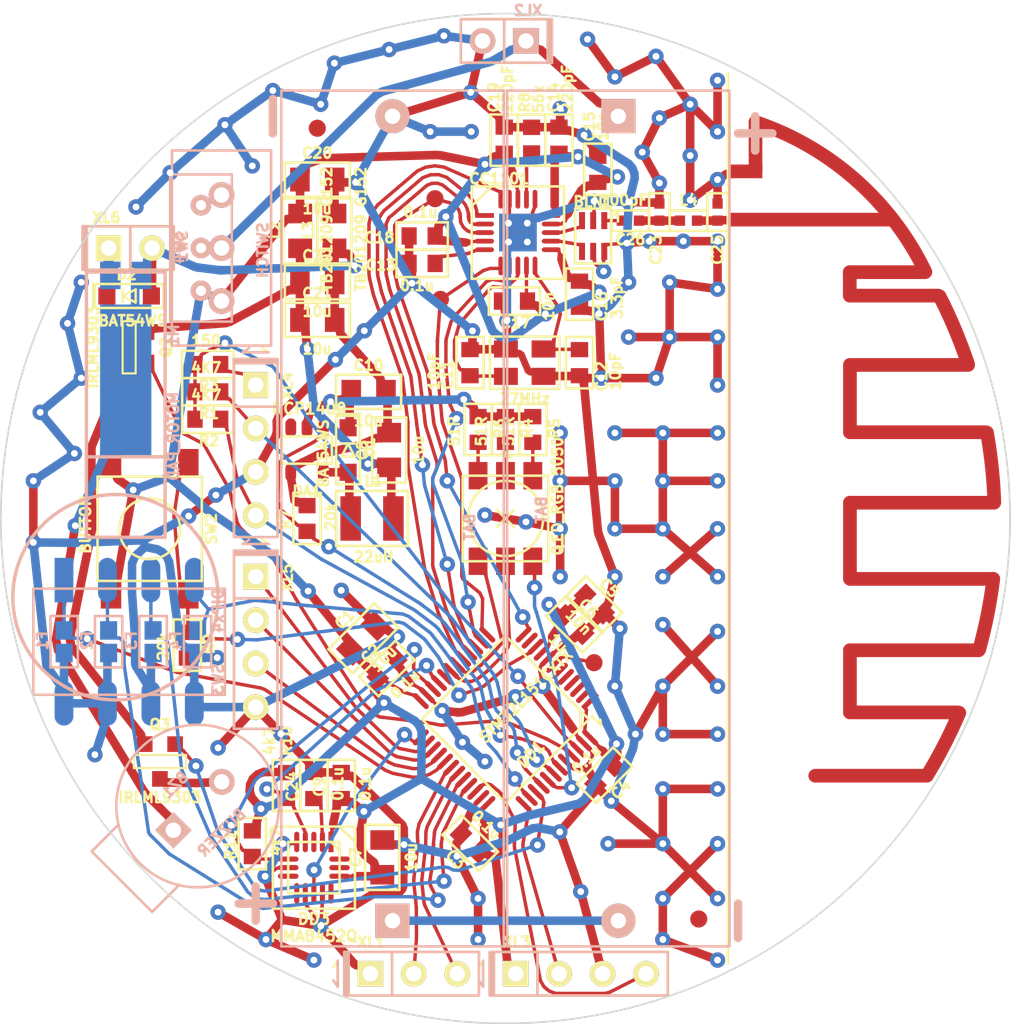
<source format=kicad_pcb>
(kicad_pcb (version 4) (host pcbnew "(after 2015-mar-04 BZR unknown)-product")
  (layers (0 F.Cu signal) (31 B.Cu signal) (36 B.SilkS user) (37 F.SilkS user) (38 B.Mask user) (39 F.Mask user) (44 Edge.Cuts user))
  (net 0 "")
  (net 1 /RF3)
  (net 2 GND)
  (net 3 /RF2)
  (net 4 /RF1)
  (net 5 GNDPWR)
  (net 6 /BuzzerOut)
  (net 7 +BATT)
  (net 8 /PWR_F)
  (net 9 +3.3V)
  (net 10 "Net-(C11-Pad1)")
  (net 11 "Net-(C12-Pad1)")
  (net 12 "Net-(C13-Pad1)")
  (net 13 /Lout)
  (net 14 /VibroOut)
  (net 15 /LED_EN)
  (net 16 "Net-(DD1-Pad7)")
  (net 17 "Net-(DD1-Pad10)")
  (net 18 /CC_GDO2)
  (net 19 /CC_GDO0)
  (net 20 /CC_CS)
  (net 21 /CC_SCK)
  (net 22 /CC_MISO)
  (net 23 /CC_MOSI)
  (net 24 /BLUE_LED)
  (net 25 /RED_LED)
  (net 26 "Net-(DD1-Pad26)")
  (net 27 "Net-(DD1-Pad27)")
  (net 28 "Net-(DD1-Pad28)")
  (net 29 /UART_TX)
  (net 30 /UART_RX)
  (net 31 /SWDIO)
  (net 32 /SWCLK)
  (net 33 /Buzzer)
  (net 34 /GREEN_LED)
  (net 35 /Vibro)
  (net 36 /PeriphPwr)
  (net 37 /P_SCL)
  (net 38 /P_SDA)
  (net 39 "Net-(DD2-Pad17)")
  (net 40 "Net-(Q1-PadGA)")
  (net 41 "Net-(Q1-PadRA)")
  (net 42 "Net-(Q1-PadBA)")
  (net 43 /PeriphPwr1)
  (net 44 /BAT_IN)
  (net 45 /BAT_BTW)
  (net 46 /DS1)
  (net 47 /DS2)
  (net 48 /DS3)
  (net 49 /DS4)
  (net 50 "Net-(C24-Pad1)")
  (net 51 /I2C_SCL)
  (net 52 /I2C_SDA)
  (net 53 /ANT1)
  (net 54 /ACC_INT1)
  (net 55 /ANT2)
  (module Installations:BATTERY_AAA_X1 (layer B.Cu) (at 140.6 83 90)
    (fp_text reference B1 hide)
    (fp_text value BAT (at 0.50038 -4.50088 90) (layer B.SilkS) (effects (font (size 0.6 0.6)) (justify mirror)))
    (pad A thru_hole rect (at 23.5 0 90) (size 2 2) (drill 0.9) (layers *.Cu *.Mask B.SilkS) (net 44 /BAT_IN))
    (pad C thru_hole circle (at -23.5 0 90) (size 2 2) (drill 0.9) (layers *.Cu *.Mask B.SilkS) (net 45 /BAT_BTW))
  )
  (module Radio:BALUN_JOHANSON868 (layer F.Cu) (at 139.128 66.497)
    (fp_text reference BLN1 (at 0 -2) (layer F.SilkS) (effects (font (size 0.6 0.6))))
    (fp_text value 0896BM15A0001 hide)
    (pad 1 smd rect (at 0.65 -0.9) (size 0.35 1) (layers F.Cu F.Mask) (net 1 /RF3))
    (pad 2 smd rect (at 0 -0.9) (size 0.35 1) (layers F.Cu F.Mask) (net 2 GND))
    (pad 3 smd rect (at -0.65 -0.9) (size 0.35 1) (layers F.Cu F.Mask) (net 3 /RF2))
    (pad 4 smd rect (at -0.65 0.9) (size 0.35 1) (layers F.Cu F.Mask) (net 4 /RF1))
    (pad 5 smd rect (at 0 0.9) (size 0.35 1) (layers F.Cu F.Mask) (net 2 GND))
    (pad 6 smd rect (at 0.65 0.9) (size 0.35 1) (layers F.Cu F.Mask) (net 2 GND))
  )
  (module Installations:BUZZER_HC0903 (layer B.Cu) (at 116 99.8 225)
    (fp_text reference BZ1 (at 0.0508 1.80086 225) (layer B.SilkS) (effects (font (size 0.59944 0.59944) (thickness 0.14986)) (justify mirror)))
    (fp_text value BUZZER (at 0.09906 -2.10058 225) (layer B.SilkS) (effects (font (size 0.59944 0.59944) (thickness 0.14986)) (justify mirror)))
    (pad 1 thru_hole rect (at 2 0 225) (size 1.5 1.5) (drill 0.9) (layers *.Cu *.Mask B.SilkS) (net 5 GNDPWR))
    (pad 2 thru_hole circle (at -2 0 225) (size 1.5 1.5) (drill 0.9) (layers *.Cu *.Mask B.SilkS) (net 6 /BuzzerOut))
  )
  (module Diodes:SOD323 (layer F.Cu) (at 124.8 79 270)
    (fp_text reference D1 (at -0.14986 -1.24968 270) (layer F.SilkS) (effects (font (size 0.59944 0.59944) (thickness 0.14986))))
    (fp_text value BAT54WS (at 0.20066 1.45034 270) (layer F.SilkS) (effects (font (size 0.59944 0.59944) (thickness 0.14986))))
    (pad C smd rect (at -1.30048 0 270) (size 1.00076 1.00076) (layers F.Cu F.Mask) (net 9 +3.3V))
    (pad A smd rect (at 1.30048 0 270) (size 1.00076 1.00076) (layers F.Cu F.Mask) (net 13 /Lout))
  )
  (module Diodes:SOD323 (layer F.Cu) (at 112 70)
    (fp_text reference D2 (at -0.14986 -1.24968) (layer F.SilkS) (effects (font (size 0.59944 0.59944) (thickness 0.14986))))
    (fp_text value BAT54WS (at 0.20066 1.45034) (layer F.SilkS) (effects (font (size 0.59944 0.59944) (thickness 0.14986))))
    (pad C smd rect (at -1.30048 0) (size 1.00076 1.00076) (layers F.Cu F.Mask) (net 14 /VibroOut))
    (pad A smd rect (at 1.30048 0) (size 1.00076 1.00076) (layers F.Cu F.Mask) (net 5 GNDPWR))
  )
  (module SOT:SOT23-5 (layer F.Cu) (at 122.4 79 180)
    (fp_text reference DA1 (at 0 -2.413 180) (layer F.SilkS) (effects (font (size 0.6 0.6))))
    (fp_text value NCP1400 (at -0.127 2.413 180) (layer F.SilkS) (effects (font (size 0.635 0.635) (thickness 0.14986))))
    (pad 1 smd rect (at -0.95 1.3 180) (size 0.635 1.1) (layers F.Cu F.Mask) (net 15 /LED_EN))
    (pad 2 smd oval (at 0 1.3 180) (size 0.635 1.1) (layers F.Cu F.Mask) (net 9 +3.3V))
    (pad 3 smd oval (at 0.95 1.3 180) (size 0.635 1.1) (layers F.Cu F.Mask))
    (pad 4 smd oval (at 0.95 -1.3 180) (size 0.635 1.1) (layers F.Cu F.Mask) (net 5 GNDPWR))
    (pad 5 smd oval (at -0.95 -1.3 180) (size 0.635 1.1) (layers F.Cu F.Mask) (net 13 /Lout))
  )
  (module LQFP:LQFP48 (layer F.Cu) (at 134.002 94.7318 225)
    (fp_text reference DD1 (at 0.39878 -2.49936 225) (layer F.SilkS) (effects (font (size 0.59944 0.59944) (thickness 0.14986))))
    (fp_text value STM32L151CXTX (at -1.80086 0.09906 225) (layer F.SilkS) (effects (font (size 0.59944 0.59944) (thickness 0.14986))))
    (pad 1 smd rect (at -4.25 -2.75 225) (size 1.2 0.3) (layers F.Cu F.Mask) (net 7 +BATT))
    (pad 2 smd oval (at -4.25 -2.25 225) (size 1.2 0.3) (layers F.Cu F.Mask))
    (pad 3 smd oval (at -4.25 -1.75 225) (size 1.2 0.3) (layers F.Cu F.Mask))
    (pad 4 smd oval (at -4.25 -1.25 225) (size 1.2 0.3) (layers F.Cu F.Mask))
    (pad 5 smd oval (at -4.25 -0.75 225) (size 1.2 0.3) (layers F.Cu F.Mask))
    (pad 6 smd oval (at -4.25 -0.25 225) (size 1.2 0.3) (layers F.Cu F.Mask))
    (pad 7 smd oval (at -4.25 0.25 225) (size 1.2 0.3) (layers F.Cu F.Mask) (net 16 "Net-(DD1-Pad7)"))
    (pad 8 smd oval (at -4.25 0.75 225) (size 1.2 0.3) (layers F.Cu F.Mask) (net 2 GND))
    (pad 9 smd oval (at -4.25 1.25 225) (size 1.2 0.3) (layers F.Cu F.Mask) (net 7 +BATT))
    (pad 10 smd oval (at -4.25 1.75 225) (size 1.2 0.3) (layers F.Cu F.Mask) (net 17 "Net-(DD1-Pad10)"))
    (pad 11 smd oval (at -4.25 2.25 225) (size 1.2 0.3) (layers F.Cu F.Mask))
    (pad 12 smd oval (at -4.25 2.75 225) (size 1.2 0.3) (layers F.Cu F.Mask) (net 18 /CC_GDO2))
    (pad 13 smd oval (at -2.75 4.25 315) (size 1.2 0.3) (layers F.Cu F.Mask) (net 19 /CC_GDO0))
    (pad 14 smd oval (at -2.25 4.25 315) (size 1.2 0.3) (layers F.Cu F.Mask) (net 20 /CC_CS))
    (pad 15 smd oval (at -1.75 4.25 315) (size 1.2 0.3) (layers F.Cu F.Mask) (net 21 /CC_SCK))
    (pad 16 smd oval (at -1.25 4.25 315) (size 1.2 0.3) (layers F.Cu F.Mask) (net 22 /CC_MISO))
    (pad 17 smd oval (at -0.75 4.25 315) (size 1.2 0.3) (layers F.Cu F.Mask) (net 23 /CC_MOSI))
    (pad 18 smd oval (at -0.25 4.25 315) (size 1.2 0.3) (layers F.Cu F.Mask) (net 24 /BLUE_LED))
    (pad 19 smd oval (at 0.25 4.25 315) (size 1.2 0.3) (layers F.Cu F.Mask) (net 25 /RED_LED))
    (pad 20 smd oval (at 0.75 4.25 315) (size 1.2 0.3) (layers F.Cu F.Mask))
    (pad 21 smd oval (at 1.25 4.25 315) (size 1.2 0.3) (layers F.Cu F.Mask) (net 51 /I2C_SCL))
    (pad 22 smd oval (at 1.75 4.25 315) (size 1.2 0.3) (layers F.Cu F.Mask) (net 52 /I2C_SDA))
    (pad 23 smd oval (at 2.25 4.25 315) (size 1.2 0.3) (layers F.Cu F.Mask) (net 2 GND))
    (pad 24 smd oval (at 2.75 4.25 315) (size 1.2 0.3) (layers F.Cu F.Mask) (net 7 +BATT))
    (pad 25 smd oval (at 4.25 2.75 225) (size 1.2 0.3) (layers F.Cu F.Mask) (net 54 /ACC_INT1))
    (pad 26 smd oval (at 4.25 2.25 225) (size 1.2 0.3) (layers F.Cu F.Mask) (net 26 "Net-(DD1-Pad26)"))
    (pad 27 smd oval (at 4.25 1.75 225) (size 1.2 0.3) (layers F.Cu F.Mask) (net 27 "Net-(DD1-Pad27)"))
    (pad 28 smd oval (at 4.25 1.25 225) (size 1.2 0.3) (layers F.Cu F.Mask) (net 28 "Net-(DD1-Pad28)"))
    (pad 29 smd oval (at 4.25 0.75 225) (size 1.2 0.3) (layers F.Cu F.Mask) (net 46 /DS1))
    (pad 30 smd oval (at 4.25 0.25 225) (size 1.2 0.3) (layers F.Cu F.Mask) (net 29 /UART_TX))
    (pad 31 smd oval (at 4.25 -0.25 225) (size 1.2 0.3) (layers F.Cu F.Mask) (net 30 /UART_RX))
    (pad 32 smd oval (at 4.25 -0.75 225) (size 1.2 0.3) (layers F.Cu F.Mask) (net 47 /DS2))
    (pad 33 smd oval (at 4.25 -1.25 225) (size 1.2 0.3) (layers F.Cu F.Mask) (net 48 /DS3))
    (pad 34 smd oval (at 4.25 -1.75 225) (size 1.2 0.3) (layers F.Cu F.Mask) (net 31 /SWDIO))
    (pad 35 smd oval (at 4.25 -2.25 225) (size 1.2 0.3) (layers F.Cu F.Mask) (net 2 GND))
    (pad 36 smd oval (at 4.25 -2.75 225) (size 1.2 0.3) (layers F.Cu F.Mask) (net 7 +BATT))
    (pad 37 smd oval (at 2.75 -4.25 315) (size 1.2 0.3) (layers F.Cu F.Mask) (net 32 /SWCLK))
    (pad 38 smd oval (at 2.25 -4.25 315) (size 1.2 0.3) (layers F.Cu F.Mask) (net 49 /DS4))
    (pad 39 smd oval (at 1.75 -4.25 315) (size 1.2 0.3) (layers F.Cu F.Mask) (net 33 /Buzzer))
    (pad 40 smd oval (at 1.25 -4.25 315) (size 1.2 0.3) (layers F.Cu F.Mask) (net 15 /LED_EN))
    (pad 41 smd oval (at 0.75 -4.25 315) (size 1.2 0.3) (layers F.Cu F.Mask) (net 34 /GREEN_LED))
    (pad 42 smd oval (at 0.25 -4.25 315) (size 1.2 0.3) (layers F.Cu F.Mask) (net 37 /P_SCL))
    (pad 43 smd oval (at -0.25 -4.25 315) (size 1.2 0.3) (layers F.Cu F.Mask) (net 38 /P_SDA))
    (pad 44 smd oval (at -0.75 -4.25 315) (size 1.2 0.3) (layers F.Cu F.Mask) (net 2 GND))
    (pad 45 smd oval (at -1.25 -4.25 315) (size 1.2 0.3) (layers F.Cu F.Mask) (net 35 /Vibro))
    (pad 46 smd oval (at -1.75 -4.25 315) (size 1.2 0.3) (layers F.Cu F.Mask) (net 36 /PeriphPwr))
    (pad 47 smd oval (at -2.25 -4.25 315) (size 1.2 0.3) (layers F.Cu F.Mask) (net 2 GND))
    (pad 48 smd oval (at -2.75 -4.25 315) (size 1.2 0.3) (layers F.Cu F.Mask) (net 7 +BATT))
  )
  (module QFN:QFN20 (layer F.Cu) (at 134.728 66.297)
    (fp_text reference DD2 hide)
    (fp_text value CC1101 (at -1.09982 -3.1496) (layer F.SilkS) (effects (font (size 0.6 0.6))))
    (pad 1 smd rect (at -1.95 -1) (size 1.1 0.28) (layers F.Cu F.Mask) (net 21 /CC_SCK))
    (pad 2 smd oval (at -1.95 -0.5) (size 1.1 0.28) (layers F.Cu F.Mask) (net 22 /CC_MISO))
    (pad 3 smd oval (at -1.95 0) (size 1.1 0.28) (layers F.Cu F.Mask) (net 18 /CC_GDO2))
    (pad 4 smd oval (at -1.95 0.5) (size 1.1 0.28) (layers F.Cu F.Mask) (net 7 +BATT))
    (pad 5 smd oval (at -1.95 1) (size 1.1 0.28) (layers F.Cu F.Mask) (net 12 "Net-(C13-Pad1)"))
    (pad 6 smd oval (at -1 1.95 90) (size 1.1 0.28) (layers F.Cu F.Mask) (net 19 /CC_GDO0))
    (pad 7 smd oval (at -0.5 1.95 90) (size 1.1 0.28) (layers F.Cu F.Mask) (net 20 /CC_CS))
    (pad 8 smd oval (at 0 1.95 90) (size 1.1 0.28) (layers F.Cu F.Mask) (net 10 "Net-(C11-Pad1)"))
    (pad 9 smd oval (at 0.5 1.95 90) (size 1.1 0.28) (layers F.Cu F.Mask) (net 7 +BATT))
    (pad 10 smd oval (at 1 1.95 90) (size 1.1 0.28) (layers F.Cu F.Mask) (net 11 "Net-(C12-Pad1)"))
    (pad 11 smd oval (at 1.95 1 180) (size 1.1 0.28) (layers F.Cu F.Mask) (net 7 +BATT))
    (pad 12 smd oval (at 1.95 0.5 180) (size 1.1 0.28) (layers F.Cu F.Mask) (net 4 /RF1))
    (pad 13 smd oval (at 1.95 0 180) (size 1.1 0.28) (layers F.Cu F.Mask) (net 3 /RF2))
    (pad 14 smd oval (at 1.95 -0.5 180) (size 1.1 0.28) (layers F.Cu F.Mask) (net 7 +BATT))
    (pad 15 smd oval (at 1.95 -1 180) (size 1.1 0.28) (layers F.Cu F.Mask) (net 7 +BATT))
    (pad 16 smd oval (at 1 -1.95 90) (size 1.1 0.28) (layers F.Cu F.Mask) (net 2 GND))
    (pad 17 smd oval (at 0.5 -1.95 90) (size 1.1 0.28) (layers F.Cu F.Mask) (net 39 "Net-(DD2-Pad17)"))
    (pad 18 smd oval (at 0 -1.95 90) (size 1.1 0.28) (layers F.Cu F.Mask) (net 7 +BATT))
    (pad 19 smd oval (at -0.5 -1.95 90) (size 1.1 0.28) (layers F.Cu F.Mask) (net 2 GND))
    (pad 20 smd oval (at -1 -1.95 90) (size 1.1 0.28) (layers F.Cu F.Mask) (net 23 /CC_MOSI))
    (pad PAD thru_hole rect (at -0.55 -0.55) (size 1.1 1.1) (drill 0.4) (layers *.Cu F.Mask) (net 2 GND))
    (pad PAD thru_hole rect (at 0.55 -0.55) (size 1.1 1.1) (drill 0.4) (layers *.Cu F.Mask) (net 2 GND))
    (pad PAD thru_hole rect (at -0.55 0.55) (size 1.1 1.1) (drill 0.4) (layers *.Cu F.Mask) (net 2 GND))
    (pad PAD thru_hole rect (at 0.55 0.55) (size 1.1 1.1) (drill 0.4) (layers *.Cu F.Mask) (net 2 GND))
  )
  (module LEDs:5050 (layer F.Cu) (at 134 83 270)
    (fp_text reference Q1 (at 1.55 -3.05 270) (layer F.SilkS) (effects (font (size 0.59944 0.59944) (thickness 0.14986))))
    (fp_text value "LED_RGB 5050" (at -1.45 -3.05 270) (layer F.SilkS) (effects (font (size 0.59944 0.59944) (thickness 0.14986))))
    (fp_text user A (at -3.75 0 270) (layer F.SilkS) (effects (font (size 0.6 0.6))))
    (pad GC smd rect (at 2.5 -1.6 270) (size 1.6 1.1) (layers F.Cu F.Mask) (net 34 /GREEN_LED))
    (pad RC smd rect (at 2.5 0 270) (size 1.6 1.1) (layers F.Cu F.Mask) (net 25 /RED_LED))
    (pad BC smd rect (at 2.5 1.6 270) (size 1.6 1.1) (layers F.Cu F.Mask) (net 24 /BLUE_LED))
    (pad GA smd rect (at -2.5 -1.6 270) (size 1.6 1.1) (layers F.Cu F.Mask) (net 40 "Net-(Q1-PadGA)"))
    (pad RA smd rect (at -2.5 0 270) (size 1.6 1.1) (layers F.Cu F.Mask) (net 41 "Net-(Q1-PadRA)"))
    (pad BA smd rect (at -2.5 1.6 270) (size 1.6 1.1) (layers F.Cu F.Mask) (net 42 "Net-(Q1-PadBA)"))
  )
  (module SOT:SOT23-3 (layer F.Cu) (at 112 73 270)
    (fp_text reference Q2 (at 0 -2.159 270) (layer F.SilkS) (effects (font (size 0.6 0.6))))
    (fp_text value IRLML9303 (at 0 2.10058 270) (layer F.SilkS) (effects (font (size 0.59944 0.59944) (thickness 0.14986))))
    (pad 2 smd rect (at -0.889 -1.016 270) (size 0.9144 0.9144) (layers F.Cu F.Mask) (net 8 /PWR_F))
    (pad 1 smd rect (at 0.889 -1.016 270) (size 0.9144 0.9144) (layers F.Cu F.Mask) (net 35 /Vibro))
    (pad 3 smd rect (at 0 1.016 270) (size 0.9144 0.9144) (layers F.Cu F.Mask) (net 14 /VibroOut))
  )
  (module SOT:SOT23-3 (layer F.Cu) (at 113.8 97.2)
    (fp_text reference Q3 (at 0 -2.159) (layer F.SilkS) (effects (font (size 0.6 0.6))))
    (fp_text value IRLML9303 (at 0 2.10058) (layer F.SilkS) (effects (font (size 0.59944 0.59944) (thickness 0.14986))))
    (pad 2 smd rect (at -0.889 -1.016) (size 0.9144 0.9144) (layers F.Cu F.Mask) (net 8 /PWR_F))
    (pad 1 smd rect (at 0.889 -1.016) (size 0.9144 0.9144) (layers F.Cu F.Mask) (net 33 /Buzzer))
    (pad 3 smd rect (at 0 1.016) (size 0.9144 0.9144) (layers F.Cu F.Mask) (net 6 /BuzzerOut))
  )
  (module PCB:REF_POINT_1MM (layer F.Cu) (at 123 60.2)
    (fp_text reference RP1 hide)
    (fp_text value REFPOINT hide)
    (pad REF smd circle (at 0 0) (size 1 1) (layers F.Cu F.Mask))
  )
  (module PCB:REF_POINT_1MM (layer F.Cu) (at 145.3 106.4)
    (fp_text reference RP2 hide)
    (fp_text value REFPOINT hide)
    (pad REF smd circle (at 0 0) (size 1 1) (layers F.Cu F.Mask))
  )
  (module PCB:TESTPOINT_1MM (layer F.Cu) (at 139.1768 91.4264)
    (fp_text reference TP1 hide)
    (fp_text value TESTPOINT hide)
    (pad 1 smd circle (at 0 0) (size 1 1) (layers F.Cu F.Mask) (net 16 "Net-(DD1-Pad7)"))
  )
  (module PCB:TESTPOINT_1MM (layer F.Cu) (at 130.2 70.2)
    (fp_text reference TP2 hide)
    (fp_text value TESTPOINT hide)
    (pad 1 smd circle (at 0 0) (size 1 1) (layers F.Cu F.Mask) (net 19 /CC_GDO0))
  )
  (module PCB:TESTPOINT_1MM (layer F.Cu) (at 129.883 64.3163)
    (fp_text reference TP3 hide)
    (fp_text value TESTPOINT hide)
    (pad 1 smd circle (at 0 0) (size 1 1) (layers F.Cu F.Mask) (net 18 /CC_GDO2))
  )
  (module Connectors:PLS-3 (layer F.Cu) (at 126.1 109.6)
    (fp_text reference XL1 (at 0.06096 -1.84912) (layer F.SilkS) (effects (font (size 0.6 0.6))))
    (fp_text value CONN_3 hide)
    (pad 1 thru_hole rect (at 0 0) (size 1.5 1.5) (drill 0.9) (layers *.Cu *.Mask F.SilkS) (net 2 GND))
    (pad 2 thru_hole circle (at 2.54 0) (size 1.5 1.5) (drill 0.9) (layers *.Cu *.Mask F.SilkS) (net 29 /UART_TX))
    (pad 3 thru_hole circle (at 5.08 0) (size 1.5 1.5) (drill 0.9) (layers *.Cu *.Mask F.SilkS) (net 30 /UART_RX))
  )
  (module Connectors:PLS-2 (layer B.Cu) (at 135.2 55.1 180)
    (fp_text reference XL2 (at -0.127 1.778 180) (layer B.SilkS) (effects (font (size 0.6 0.6)) (justify mirror)))
    (fp_text value CONN_2 hide)
    (pad 1 thru_hole rect (at 0 0 180) (size 1.5 1.5) (drill 0.9) (layers *.Cu *.Mask B.SilkS) (net 44 /BAT_IN))
    (pad 2 thru_hole circle (at 2.54 0 180) (size 1.5 1.5) (drill 0.9) (layers *.Cu *.Mask B.SilkS) (net 2 GND))
  )
  (module Connectors:PLS-4 (layer F.Cu) (at 134.6 109.6)
    (fp_text reference XL3 (at 0.06096 -1.84912) (layer F.SilkS) (effects (font (size 0.6 0.6))))
    (fp_text value ST_SWD hide)
    (pad 1 thru_hole rect (at 0 0) (size 1.5 1.5) (drill 0.9) (layers *.Cu *.Mask F.SilkS) (net 7 +BATT))
    (pad 2 thru_hole circle (at 2.54 0) (size 1.5 1.5) (drill 0.9) (layers *.Cu *.Mask F.SilkS) (net 32 /SWCLK))
    (pad 3 thru_hole circle (at 5.08 0) (size 1.5 1.5) (drill 0.9) (layers *.Cu *.Mask F.SilkS) (net 2 GND))
    (pad 4 thru_hole circle (at 7.62 0) (size 1.5 1.5) (drill 0.9) (layers *.Cu *.Mask F.SilkS) (net 31 /SWDIO))
  )
  (module Connectors:PLS-4 (layer F.Cu) (at 119.4 75.2 270)
    (fp_text reference XL4 (at 0.06096 -1.84912 270) (layer F.SilkS) (effects (font (size 0.6 0.6))))
    (fp_text value CONN_4 hide)
    (pad 1 thru_hole rect (at 0 0 270) (size 1.5 1.5) (drill 0.9) (layers *.Cu *.Mask F.SilkS) (net 43 /PeriphPwr1))
    (pad 2 thru_hole circle (at 2.54 0 270) (size 1.5 1.5) (drill 0.9) (layers *.Cu *.Mask F.SilkS) (net 37 /P_SCL))
    (pad 3 thru_hole circle (at 5.08 0 270) (size 1.5 1.5) (drill 0.9) (layers *.Cu *.Mask F.SilkS) (net 2 GND))
    (pad 4 thru_hole circle (at 7.62 0 270) (size 1.5 1.5) (drill 0.9) (layers *.Cu *.Mask F.SilkS) (net 38 /P_SDA))
  )
  (module Connectors:PLS-4 (layer F.Cu) (at 119.4 86.4 270)
    (fp_text reference XL5 (at 0.06096 -1.84912 270) (layer F.SilkS) (effects (font (size 0.6 0.6))))
    (fp_text value CONN_4 hide)
    (pad 1 thru_hole rect (at 0 0 270) (size 1.5 1.5) (drill 0.9) (layers *.Cu *.Mask F.SilkS) (net 26 "Net-(DD1-Pad26)"))
    (pad 2 thru_hole circle (at 2.54 0 270) (size 1.5 1.5) (drill 0.9) (layers *.Cu *.Mask F.SilkS) (net 27 "Net-(DD1-Pad27)"))
    (pad 3 thru_hole circle (at 5.08 0 270) (size 1.5 1.5) (drill 0.9) (layers *.Cu *.Mask F.SilkS) (net 28 "Net-(DD1-Pad28)"))
    (pad 4 thru_hole circle (at 7.62 0 270) (size 1.5 1.5) (drill 0.9) (layers *.Cu *.Mask F.SilkS) (net 2 GND))
  )
  (module Connectors:PLS-2 (layer F.Cu) (at 110.8 67.2)
    (fp_text reference XL6 (at -0.127 -1.778) (layer F.SilkS) (effects (font (size 0.6 0.6))))
    (fp_text value CONN_2 hide)
    (pad 1 thru_hole rect (at 0 0) (size 1.5 1.5) (drill 0.9) (layers *.Cu *.Mask F.SilkS) (net 14 /VibroOut))
    (pad 2 thru_hole circle (at 2.54 0) (size 1.5 1.5) (drill 0.9) (layers *.Cu *.Mask F.SilkS) (net 5 GNDPWR))
  )
  (module Quartz:03225C4 (layer F.Cu) (at 135.128 73.897)
    (fp_text reference XTAL1 hide)
    (fp_text value 27MHz (at 0 2.1) (layer F.SilkS) (effects (font (size 0.59944 0.59944) (thickness 0.14986))))
    (pad 1 smd rect (at -1.1 0.8) (size 1.4 1) (layers F.Cu F.Mask) (net 10 "Net-(C11-Pad1)"))
    (pad H smd rect (at 1.1 0.8) (size 1.4 1) (layers F.Cu F.Mask) (net 2 GND))
    (pad 2 smd rect (at 1.1 -0.8) (size 1.4 1) (layers F.Cu F.Mask) (net 11 "Net-(C12-Pad1)"))
    (pad H smd rect (at -1.1 -0.8) (size 1.4 1) (layers F.Cu F.Mask) (net 2 GND))
  )
  (module Switches:SW_SS-6 (layer B.Cu) (at 117.4 67.2 90)
    (fp_text reference SW1 (at 0.1 -2.3 90) (layer B.SilkS) (effects (font (size 0.6 0.6)) (justify mirror)))
    (fp_text value SWITCH (at -0.127 2.413 90) (layer B.SilkS) (effects (font (size 0.6 0.6)) (justify mirror)))
    (pad 1 thru_hole circle (at -3.1 0 90) (size 1.5 1.5) (drill 0.9) (layers *.Cu *.Mask B.SilkS) (net 7 +BATT))
    (pad 2 thru_hole circle (at 0 0 90) (size 1.5 1.5) (drill 0.9) (layers *.Cu *.Mask B.SilkS) (net 44 /BAT_IN))
    (pad 3 thru_hole circle (at 3.1 0 90) (size 1.5 1.5) (drill 0.9) (layers *.Cu *.Mask B.SilkS))
  )
  (module Switches:BTN_6x6 (layer F.Cu) (at 113.2 83.6 270)
    (fp_text reference SW2 (at 0 -3.6 270) (layer F.SilkS) (effects (font (size 0.6 0.6))))
    (fp_text value BUTTON (at -0.24892 3.74904 270) (layer F.SilkS) (effects (font (size 0.6 0.6))))
    (pad 1 smd rect (at 3.8608 -2.2606 270) (size 1.6002 1.19888) (layers F.Cu F.Mask) (net 17 "Net-(DD1-Pad10)"))
    (pad 2 smd rect (at 3.8608 2.2606 270) (size 1.6002 1.19888) (layers F.Cu F.Mask) (net 7 +BATT))
    (pad 1 smd rect (at -3.8608 -2.2606 270) (size 1.6002 1.19888) (layers F.Cu F.Mask) (net 17 "Net-(DD1-Pad10)"))
    (pad 2 smd rect (at -3.8608 2.2606 270) (size 1.6002 1.19888) (layers F.Cu F.Mask) (net 7 +BATT))
  )
  (module Installations:BATTERY_AAA_X1 (layer B.Cu) (at 127.4 83 270)
    (fp_text reference B2 hide)
    (fp_text value BAT (at 0.50038 -4.50088 270) (layer B.SilkS) (effects (font (size 0.6 0.6)) (justify mirror)))
    (pad A thru_hole rect (at 23.5 0 270) (size 2 2) (drill 0.9) (layers *.Cu *.Mask B.SilkS) (net 45 /BAT_BTW))
    (pad C thru_hole circle (at -23.5 0 270) (size 2 2) (drill 0.9) (layers *.Cu *.Mask B.SilkS) (net 2 GND))
  )
  (module Switches:DIP_SMD_X4 (layer B.Cu) (at 112 90.2)
    (fp_text reference SW3 (at 5.2 2.2 90) (layer B.SilkS) (effects (font (size 0.6 0.6)) (justify mirror)))
    (fp_text value DIPx4 (at 5.2 -1.8 90) (layer B.SilkS) (effects (font (size 0.6 0.6)) (justify mirror)))
    (pad 1 smd rect (at -3.81 -3.6) (size 1.1 2.6) (layers B.Cu B.Mask) (net 46 /DS1))
    (pad 2 smd oval (at -1.27 -3.6) (size 1.1 2.6) (layers B.Cu B.Mask) (net 47 /DS2))
    (pad 3 smd oval (at 1.27 -3.6) (size 1.1 2.6) (layers B.Cu B.Mask) (net 48 /DS3))
    (pad 4 smd oval (at 3.81 -3.6) (size 1.1 2.6) (layers B.Cu B.Mask) (net 49 /DS4))
    (pad 5 smd oval (at 3.81 3.6) (size 1.1 2.6) (layers B.Cu B.Mask) (net 2 GND))
    (pad 6 smd oval (at 1.27 3.6) (size 1.1 2.6) (layers B.Cu B.Mask) (net 2 GND))
    (pad 7 smd oval (at -1.27 3.6) (size 1.1 2.6) (layers B.Cu B.Mask) (net 2 GND))
    (pad 8 smd oval (at -3.81 3.6) (size 1.1 2.6) (layers B.Cu B.Mask) (net 2 GND))
  )
  (module QFN:QFN16_5_3 (layer F.Cu) (at 122.8 103.4 180)
    (fp_text reference DD3 (at 0 -2.99974 180) (layer F.SilkS) (effects (font (size 0.635 0.635) (thickness 0.14986))))
    (fp_text value MMA8452Q (at 0 -4.0005 180) (layer F.SilkS) (effects (font (size 0.635 0.635) (thickness 0.14986))))
    (pad 1 smd rect (at -1.00076 1.50114 270) (size 1.19888 0.29972) (layers F.Cu F.Mask) (net 7 +BATT))
    (pad 2 smd oval (at -0.50038 1.50114 270) (size 1.19888 0.29972) (layers F.Cu F.Mask) (net 50 "Net-(C24-Pad1)"))
    (pad 3 smd oval (at 0 1.50114 270) (size 1.19888 0.29972) (layers F.Cu F.Mask))
    (pad 4 smd oval (at 0.50038 1.50114 270) (size 1.19888 0.29972) (layers F.Cu F.Mask) (net 51 /I2C_SCL))
    (pad 5 smd oval (at 1.00076 1.50114 270) (size 1.19888 0.29972) (layers F.Cu F.Mask) (net 2 GND))
    (pad 6 smd oval (at 1.50114 0.50038 180) (size 1.19888 0.29972) (layers F.Cu F.Mask) (net 52 /I2C_SDA))
    (pad 7 smd oval (at 1.50114 0 180) (size 1.19888 0.29972) (layers F.Cu F.Mask) (net 2 GND))
    (pad 8 smd oval (at 1.50114 -0.50038 180) (size 1.19888 0.29972) (layers F.Cu F.Mask))
    (pad 9 smd oval (at 1.00076 -1.50114 270) (size 1.19888 0.29972) (layers F.Cu F.Mask))
    (pad 10 smd oval (at 0.50038 -1.50114 270) (size 1.19888 0.29972) (layers F.Cu F.Mask) (net 2 GND))
    (pad 11 smd oval (at 0 -1.50114 270) (size 1.19888 0.29972) (layers F.Cu F.Mask) (net 54 /ACC_INT1))
    (pad 12 smd oval (at -0.50038 -1.50114 270) (size 1.19888 0.29972) (layers F.Cu F.Mask) (net 2 GND))
    (pad 13 smd oval (at -1.00076 -1.50114 270) (size 1.19888 0.29972) (layers F.Cu F.Mask))
    (pad 14 smd oval (at -1.50114 -0.50038 180) (size 1.19888 0.29972) (layers F.Cu F.Mask) (net 7 +BATT))
    (pad 15 smd oval (at -1.50114 0 180) (size 1.19888 0.29972) (layers F.Cu F.Mask))
    (pad 16 smd oval (at -1.50114 0.50038 180) (size 1.19888 0.29972) (layers F.Cu F.Mask))
  )
  (module Resistors:RES_0603_FUSE (layer B.Cu) (at 108.2 90.2 270)
    (fp_text reference F1 (at -0.0635 1.27 270) (layer B.SilkS) (effects (font (size 0.6 0.6)) (justify mirror)))
    (fp_text value Fuse0R hide)
    (pad 1 smd rect (at -0.66 0 270) (size 1.08 1) (layers B.Cu B.Mask) (net 46 /DS1))
    (pad 2 smd rect (at 0.66 0 270) (size 1.08 1) (layers B.Cu B.Mask) (net 2 GND))
  )
  (module Resistors:RES_0603_FUSE (layer B.Cu) (at 110.8 90.2 270)
    (fp_text reference F2 (at -0.0635 1.27 270) (layer B.SilkS) (effects (font (size 0.6 0.6)) (justify mirror)))
    (fp_text value Fuse0R hide)
    (pad 1 smd rect (at -0.66 0 270) (size 1.08 1) (layers B.Cu B.Mask) (net 47 /DS2))
    (pad 2 smd rect (at 0.66 0 270) (size 1.08 1) (layers B.Cu B.Mask) (net 2 GND))
  )
  (module Resistors:RES_0603_FUSE (layer B.Cu) (at 113.4 90.2 270)
    (fp_text reference F3 (at -0.0635 1.27 270) (layer B.SilkS) (effects (font (size 0.6 0.6)) (justify mirror)))
    (fp_text value Fuse0R hide)
    (pad 1 smd rect (at -0.66 0 270) (size 1.08 1) (layers B.Cu B.Mask) (net 48 /DS3))
    (pad 2 smd rect (at 0.66 0 270) (size 1.08 1) (layers B.Cu B.Mask) (net 2 GND))
  )
  (module Resistors:RES_0603_FUSE (layer B.Cu) (at 116 90.2 270)
    (fp_text reference F4 (at -0.0635 1.27 270) (layer B.SilkS) (effects (font (size 0.6 0.6)) (justify mirror)))
    (fp_text value Fuse0R hide)
    (pad 1 smd rect (at -0.66 0 270) (size 1.08 1) (layers B.Cu B.Mask) (net 49 /DS4))
    (pad 2 smd rect (at 0.66 0 270) (size 1.08 1) (layers B.Cu B.Mask) (net 2 GND))
  )
  (module Resistors:RES_0603 (layer F.Cu) (at 116.6 75.6 180)
    (fp_text reference R1 (at -0.0635 -1.27 180) (layer F.SilkS) (effects (font (size 0.6 0.6))))
    (fp_text value 4K7 (at 0.09906 1.39954 180) (layer F.SilkS) (effects (font (size 0.6 0.6))))
    (pad 1 smd rect (at -0.75 0 180) (size 0.9 1) (layers F.Cu F.Mask) (net 37 /P_SCL))
    (pad 2 smd rect (at 0.75 0 180) (size 0.9 1) (layers F.Cu F.Mask) (net 36 /PeriphPwr))
  )
  (module Resistors:RES_0603 (layer F.Cu) (at 116.6 77.2 180)
    (fp_text reference R2 (at -0.0635 -1.27 180) (layer F.SilkS) (effects (font (size 0.6 0.6))))
    (fp_text value 4K7 (at 0.09906 1.39954 180) (layer F.SilkS) (effects (font (size 0.6 0.6))))
    (pad 1 smd rect (at -0.75 0 180) (size 0.9 1) (layers F.Cu F.Mask) (net 38 /P_SDA))
    (pad 2 smd rect (at 0.75 0 180) (size 0.9 1) (layers F.Cu F.Mask) (net 36 /PeriphPwr))
  )
  (module Resistors:RES_0603 (layer F.Cu) (at 116.6 74 180)
    (fp_text reference R3 (at -0.0635 -1.27 180) (layer F.SilkS) (effects (font (size 0.6 0.6))))
    (fp_text value 150 (at 0.09906 1.39954 180) (layer F.SilkS) (effects (font (size 0.6 0.6))))
    (pad 1 smd rect (at -0.75 0 180) (size 0.9 1) (layers F.Cu F.Mask) (net 43 /PeriphPwr1))
    (pad 2 smd rect (at 0.75 0 180) (size 0.9 1) (layers F.Cu F.Mask) (net 36 /PeriphPwr))
  )
  (module Resistors:RES_0603 (layer F.Cu) (at 134 77.8 270)
    (fp_text reference R4 (at -0.0635 -1.27 270) (layer F.SilkS) (effects (font (size 0.6 0.6))))
    (fp_text value 51R (at 0.09906 1.39954 270) (layer F.SilkS) (effects (font (size 0.6 0.6))))
    (pad 1 smd rect (at -0.75 0 270) (size 0.9 1) (layers F.Cu F.Mask) (net 9 +3.3V))
    (pad 2 smd rect (at 0.75 0 270) (size 0.9 1) (layers F.Cu F.Mask) (net 41 "Net-(Q1-PadRA)"))
  )
  (module Resistors:RES_0603 (layer F.Cu) (at 135.6 77.8 270)
    (fp_text reference R5 (at -0.0635 -1.27 270) (layer F.SilkS) (effects (font (size 0.6 0.6))))
    (fp_text value 51R (at 0.09906 1.39954 270) (layer F.SilkS) (effects (font (size 0.6 0.6))))
    (pad 1 smd rect (at -0.75 0 270) (size 0.9 1) (layers F.Cu F.Mask) (net 9 +3.3V))
    (pad 2 smd rect (at 0.75 0 270) (size 0.9 1) (layers F.Cu F.Mask) (net 40 "Net-(Q1-PadGA)"))
  )
  (module Resistors:RES_0603 (layer F.Cu) (at 132.4 77.8 270)
    (fp_text reference R6 (at -0.0635 -1.27 270) (layer F.SilkS) (effects (font (size 0.6 0.6))))
    (fp_text value 51R (at 0.09906 1.39954 270) (layer F.SilkS) (effects (font (size 0.6 0.6))))
    (pad 1 smd rect (at -0.75 0 270) (size 0.9 1) (layers F.Cu F.Mask) (net 9 +3.3V))
    (pad 2 smd rect (at 0.75 0 270) (size 0.9 1) (layers F.Cu F.Mask) (net 42 "Net-(Q1-PadBA)"))
  )
  (module Resistors:RES_0603 (layer F.Cu) (at 122.4 83 90)
    (fp_text reference R7 (at -0.0635 -1.27 90) (layer F.SilkS) (effects (font (size 0.6 0.6))))
    (fp_text value 20k (at 0.09906 1.39954 90) (layer F.SilkS) (effects (font (size 0.6 0.6))))
    (pad 1 smd rect (at -0.75 0 90) (size 0.9 1) (layers F.Cu F.Mask) (net 15 /LED_EN))
    (pad 2 smd rect (at 0.75 0 90) (size 0.9 1) (layers F.Cu F.Mask) (net 5 GNDPWR))
  )
  (module Resistors:RES_0603 (layer F.Cu) (at 135.528 60.897 90)
    (fp_text reference R8 (at 2.2 -0.4 90) (layer F.SilkS) (effects (font (size 0.6 0.6))))
    (fp_text value 56k (at 2.4 0.4 90) (layer F.SilkS) (effects (font (size 0.6 0.6))))
    (pad 1 smd rect (at -0.75 0 90) (size 0.9 1) (layers F.Cu F.Mask) (net 39 "Net-(DD2-Pad17)"))
    (pad 2 smd rect (at 0.75 0 90) (size 0.9 1) (layers F.Cu F.Mask) (net 2 GND))
  )
  (module Resistors:RES_0603 (layer F.Cu) (at 115.4 90.4 270)
    (fp_text reference R9 (at -0.0635 -1.27 270) (layer F.SilkS) (effects (font (size 0.6 0.6))))
    (fp_text value 20k (at 0.09906 1.39954 270) (layer F.SilkS) (effects (font (size 0.6 0.6))))
    (pad 1 smd rect (at -0.75 0 270) (size 0.9 1) (layers F.Cu F.Mask) (net 17 "Net-(DD1-Pad10)"))
    (pad 2 smd rect (at 0.75 0 270) (size 0.9 1) (layers F.Cu F.Mask) (net 2 GND))
  )
  (module Resistors:RES_0603 (layer F.Cu) (at 121.2 98.6 270)
    (fp_text reference R10 (at -2.6 0 450) (layer F.SilkS) (effects (font (size 0.6 0.6))))
    (fp_text value 4k7 (at -2.6 1 270) (layer F.SilkS) (effects (font (size 0.6 0.6))))
    (pad 1 smd rect (at -0.75 0 270) (size 0.9 1) (layers F.Cu F.Mask) (net 7 +BATT))
    (pad 2 smd rect (at 0.75 0 270) (size 0.9 1) (layers F.Cu F.Mask) (net 51 /I2C_SCL))
  )
  (module Resistors:RES_0603 (layer F.Cu) (at 119.2 102 90)
    (fp_text reference R11 (at -0.0635 -1.27 90) (layer F.SilkS) (effects (font (size 0.6 0.6))))
    (fp_text value 4k7 (at 0.09906 1.39954 90) (layer F.SilkS) (effects (font (size 0.6 0.6))))
    (pad 1 smd rect (at -0.75 0 90) (size 0.9 1) (layers F.Cu F.Mask) (net 52 /I2C_SDA))
    (pad 2 smd rect (at 0.75 0 90) (size 0.9 1) (layers F.Cu F.Mask) (net 7 +BATT))
  )
  (module Switches:SW_SS-1P2T (layer B.Cu) (at 116.2 67.2 90)
    (fp_text reference SW4 (at 0 -1.3 90) (layer B.SilkS) (effects (font (size 0.6 0.6)) (justify mirror)))
    (fp_text value SWITCH)
    (pad 1 thru_hole circle (at -2.5 0 90) (size 1.2 1.2) (drill 0.6) (layers *.Cu *.Mask B.SilkS) (net 7 +BATT))
    (pad 2 thru_hole circle (at 0 0 90) (size 1.2 1.2) (drill 0.6) (layers *.Cu *.Mask B.SilkS) (net 44 /BAT_IN))
    (pad 3 thru_hole circle (at 2.5 0 90) (size 1.2 1.2) (drill 0.6) (layers *.Cu *.Mask B.SilkS))
  )
  (module Installations:MOTOR_KHN4NX (layer B.Cu) (at 111.8 68.6 90)
    (fp_text reference M1 (at -3.7 2.8 90) (layer B.SilkS) (effects (font (size 0.6 0.6)) (justify mirror)))
    (fp_text value MOTOR_PAD (at -9.6 2.8 90) (layer B.SilkS) (effects (font (size 0.6 0.6)) (justify mirror)))
    (pad 1 smd rect (at -0.2 0.9 90) (size 1.6 1.2) (layers B.Cu B.Mask) (net 5 GNDPWR))
    (pad 2 smd rect (at -0.2 -0.9 90) (size 1.6 1.2) (layers B.Cu B.Mask) (net 14 /VibroOut))
    (pad PAD smd rect (at -6.3 0 90) (size 8.8 3) (layers B.Cu B.Mask) (net 5 GNDPWR))
  )
  (module Capacitors:CAP_0805 (layer F.Cu) (at 125.7 90 45)
    (fp_text reference C1 (at 0 -1.55 45) (layer F.SilkS) (effects (font (size 0.6 0.6))))
    (fp_text value 10u (at 0 1.69926 45) (layer F.SilkS) (effects (font (size 0.6 0.6))))
    (pad 1 smd rect (at -1.016 0 45) (size 1.143 1.397) (layers F.Cu F.Mask) (net 7 +BATT))
    (pad 2 smd rect (at 1.016 0 45) (size 1.143 1.397) (layers F.Cu F.Mask) (net 2 GND))
  )
  (module Capacitors:CAP_0603 (layer F.Cu) (at 127.073 91.7619 45)
    (fp_text reference C2 (at -0.0635 -1.27 45) (layer F.SilkS) (effects (font (size 0.6 0.6))))
    (fp_text value 0.1u (at 0.09906 1.39954 45) (layer F.SilkS) (effects (font (size 0.6 0.6))))
    (pad 1 smd rect (at -0.762 0 45) (size 0.889 1.016) (layers F.Cu F.Mask) (net 7 +BATT))
    (pad 2 smd rect (at 0.762 0 45) (size 0.889 1.016) (layers F.Cu F.Mask) (net 2 GND))
  )
  (module Capacitors:CAP_0603 (layer F.Cu) (at 131.9404 101.9741 135)
    (fp_text reference C3 (at -0.0635 -1.27 135) (layer F.SilkS) (effects (font (size 0.6 0.6))))
    (fp_text value 0.1u (at 0.09906 1.39954 135) (layer F.SilkS) (effects (font (size 0.6 0.6))))
    (pad 1 smd rect (at -0.762 0 135) (size 0.889 1.016) (layers F.Cu F.Mask) (net 7 +BATT))
    (pad 2 smd rect (at 0.762 0 135) (size 0.889 1.016) (layers F.Cu F.Mask) (net 2 GND))
  )
  (module Capacitors:CAP_0603 (layer F.Cu) (at 139.8 98 225)
    (fp_text reference C4 (at -0.0635 -1.27 225) (layer F.SilkS) (effects (font (size 0.6 0.6))))
    (fp_text value 0.1u (at 0.09906 1.39954 225) (layer F.SilkS) (effects (font (size 0.6 0.6))))
    (pad 1 smd rect (at -0.762 0 225) (size 0.889 1.016) (layers F.Cu F.Mask) (net 7 +BATT))
    (pad 2 smd rect (at 0.762 0 225) (size 0.889 1.016) (layers F.Cu F.Mask) (net 2 GND))
  )
  (module Capacitors:CAP_0603 (layer F.Cu) (at 139.2 88 315)
    (fp_text reference C5 (at -0.0635 -1.27 315) (layer F.SilkS) (effects (font (size 0.6 0.6))))
    (fp_text value 10n (at 0.09906 1.39954 315) (layer F.SilkS) (effects (font (size 0.6 0.6))))
    (pad 1 smd rect (at -0.762 0 315) (size 0.889 1.016) (layers F.Cu F.Mask) (net 7 +BATT))
    (pad 2 smd rect (at 0.762 0 315) (size 0.889 1.016) (layers F.Cu F.Mask) (net 2 GND))
  )
  (module Capacitors:CAP_0603 (layer F.Cu) (at 138 89.2 315)
    (fp_text reference C6 (at -0.0635 -1.27 315) (layer F.SilkS) (effects (font (size 0.6 0.6))))
    (fp_text value 1u (at 0.09906 1.39954 315) (layer F.SilkS) (effects (font (size 0.6 0.6))))
    (pad 1 smd rect (at -0.762 0 315) (size 0.889 1.016) (layers F.Cu F.Mask) (net 7 +BATT))
    (pad 2 smd rect (at 0.762 0 315) (size 0.889 1.016) (layers F.Cu F.Mask) (net 2 GND))
  )
  (module Capacitors:CAP_0805 (layer F.Cu) (at 126.8 102.8 90)
    (fp_text reference C7 (at 0 -1.55 90) (layer F.SilkS) (effects (font (size 0.6 0.6))))
    (fp_text value 10u (at 0 1.69926 90) (layer F.SilkS) (effects (font (size 0.6 0.6))))
    (pad 1 smd rect (at -1.016 0 90) (size 1.143 1.397) (layers F.Cu F.Mask) (net 7 +BATT))
    (pad 2 smd rect (at 1.016 0 90) (size 1.143 1.397) (layers F.Cu F.Mask) (net 2 GND))
  )
  (module Capacitors:CAP_0805 (layer F.Cu) (at 127.2 79 90)
    (fp_text reference C8 (at 0 -1.55 90) (layer F.SilkS) (effects (font (size 0.6 0.6))))
    (fp_text value 10u (at 0 1.69926 90) (layer F.SilkS) (effects (font (size 0.6 0.6))))
    (pad 1 smd rect (at -1.016 0 90) (size 1.143 1.397) (layers F.Cu F.Mask) (net 8 /PWR_F))
    (pad 2 smd rect (at 1.016 0 90) (size 1.143 1.397) (layers F.Cu F.Mask) (net 5 GNDPWR))
  )
  (module Capacitors:CAP_0603 (layer F.Cu) (at 124.4 98.6 90)
    (fp_text reference C9 (at -0.0635 -1.27 90) (layer F.SilkS) (effects (font (size 0.6 0.6))))
    (fp_text value 0.1u (at 0.09906 1.39954 90) (layer F.SilkS) (effects (font (size 0.6 0.6))))
    (pad 1 smd rect (at -0.762 0 90) (size 0.889 1.016) (layers F.Cu F.Mask) (net 7 +BATT))
    (pad 2 smd rect (at 0.762 0 90) (size 0.889 1.016) (layers F.Cu F.Mask) (net 2 GND))
  )
  (module Capacitors:CAP_0805 (layer F.Cu) (at 126 75.6)
    (fp_text reference C10 (at 0 -1.55) (layer F.SilkS) (effects (font (size 0.6 0.6))))
    (fp_text value 10u (at 0 1.69926) (layer F.SilkS) (effects (font (size 0.6 0.6))))
    (pad 1 smd rect (at -1.016 0) (size 1.143 1.397) (layers F.Cu F.Mask) (net 9 +3.3V))
    (pad 2 smd rect (at 1.016 0) (size 1.143 1.397) (layers F.Cu F.Mask) (net 5 GNDPWR))
  )
  (module Capacitors:CAP_0603 (layer F.Cu) (at 131.928 73.897 90)
    (fp_text reference C11 (at -0.7 -1.3 90) (layer F.SilkS) (effects (font (size 0.6 0.6))))
    (fp_text value 10pF (at -0.5 -2.1 90) (layer F.SilkS) (effects (font (size 0.6 0.6))))
    (pad 1 smd rect (at -0.762 0 90) (size 0.889 1.016) (layers F.Cu F.Mask) (net 10 "Net-(C11-Pad1)"))
    (pad 2 smd rect (at 0.762 0 90) (size 0.889 1.016) (layers F.Cu F.Mask) (net 2 GND))
  )
  (module Capacitors:CAP_0603 (layer F.Cu) (at 138.328 73.897 270)
    (fp_text reference C12 (at 0.8 -1.3 270) (layer F.SilkS) (effects (font (size 0.6 0.6))))
    (fp_text value 10pF (at 0.5 -2.1 270) (layer F.SilkS) (effects (font (size 0.6 0.6))))
    (pad 1 smd rect (at -0.762 0 270) (size 0.889 1.016) (layers F.Cu F.Mask) (net 11 "Net-(C12-Pad1)"))
    (pad 2 smd rect (at 0.762 0 270) (size 0.889 1.016) (layers F.Cu F.Mask) (net 2 GND))
  )
  (module Capacitors:CAP_0603 (layer F.Cu) (at 129.128 68.097 180)
    (fp_text reference C13 (at 2.4 -0.1 180) (layer F.SilkS) (effects (font (size 0.6 0.6))))
    (fp_text value 0.1u (at 0.3 -1.3 180) (layer F.SilkS) (effects (font (size 0.6 0.6))))
    (pad 1 smd rect (at -0.762 0 180) (size 0.889 1.016) (layers F.Cu F.Mask) (net 12 "Net-(C13-Pad1)"))
    (pad 2 smd rect (at 0.762 0 180) (size 0.889 1.016) (layers F.Cu F.Mask) (net 2 GND))
  )
  (module Capacitors:CAP_0603 (layer F.Cu) (at 137.128 60.897 90)
    (fp_text reference C14 (at 2.5 -0.3 90) (layer F.SilkS) (effects (font (size 0.6 0.6))))
    (fp_text value 220pF (at 3 0.5 90) (layer F.SilkS) (effects (font (size 0.6 0.6))))
    (pad 1 smd rect (at -0.762 0 90) (size 0.889 1.016) (layers F.Cu F.Mask) (net 7 +BATT))
    (pad 2 smd rect (at 0.762 0 90) (size 0.889 1.016) (layers F.Cu F.Mask) (net 2 GND))
  )
  (module Capacitors:CAP_0603 (layer F.Cu) (at 139.4 62.6 90)
    (fp_text reference C15 (at 2.5 -0.5 90) (layer F.SilkS) (effects (font (size 0.6 0.6))))
    (fp_text value 10n (at 2.5 0.3 90) (layer F.SilkS) (effects (font (size 0.6 0.6))))
    (pad 1 smd rect (at -0.762 0 90) (size 0.889 1.016) (layers F.Cu F.Mask) (net 7 +BATT))
    (pad 2 smd rect (at 0.762 0 90) (size 0.889 1.016) (layers F.Cu F.Mask) (net 2 GND))
  )
  (module Capacitors:CAP_0603 (layer F.Cu) (at 138.328 69.897 270)
    (fp_text reference C16 (at 0.7 -1.3 270) (layer F.SilkS) (effects (font (size 0.6 0.6))))
    (fp_text value 3.3pF (at 0.2 -2.2 270) (layer F.SilkS) (effects (font (size 0.6 0.6))))
    (pad 1 smd rect (at -0.762 0 270) (size 0.889 1.016) (layers F.Cu F.Mask) (net 7 +BATT))
    (pad 2 smd rect (at 0.762 0 270) (size 0.889 1.016) (layers F.Cu F.Mask) (net 2 GND))
  )
  (module Capacitors:CAP_0603 (layer F.Cu) (at 134.528 70.297 180)
    (fp_text reference C17 (at -0.0635 -1.27 180) (layer F.SilkS) (effects (font (size 0.6 0.6))))
    (fp_text value 10n (at -2 -0.3 270) (layer F.SilkS) (effects (font (size 0.6 0.6))))
    (pad 1 smd rect (at -0.762 0 180) (size 0.889 1.016) (layers F.Cu F.Mask) (net 7 +BATT))
    (pad 2 smd rect (at 0.762 0 180) (size 0.889 1.016) (layers F.Cu F.Mask) (net 2 GND))
  )
  (module Capacitors:CAP_0603 (layer F.Cu) (at 129.128 66.497 180)
    (fp_text reference C18 (at 2.5 -0.1 180) (layer F.SilkS) (effects (font (size 0.6 0.6))))
    (fp_text value 0.1u (at 0.09906 1.39954 180) (layer F.SilkS) (effects (font (size 0.6 0.6))))
    (pad 1 smd rect (at -0.762 0 180) (size 0.889 1.016) (layers F.Cu F.Mask) (net 7 +BATT))
    (pad 2 smd rect (at 0.762 0 180) (size 0.889 1.016) (layers F.Cu F.Mask) (net 2 GND))
  )
  (module Capacitors:CAP_0603 (layer F.Cu) (at 133.928 60.897 90)
    (fp_text reference C19 (at 2.5 -0.6 90) (layer F.SilkS) (effects (font (size 0.6 0.6))))
    (fp_text value 220pF (at 3 0.2 90) (layer F.SilkS) (effects (font (size 0.6 0.6))))
    (pad 1 smd rect (at -0.762 0 90) (size 0.889 1.016) (layers F.Cu F.Mask) (net 7 +BATT))
    (pad 2 smd rect (at 0.762 0 90) (size 0.889 1.016) (layers F.Cu F.Mask) (net 2 GND))
  )
  (module Capacitors:CAP_0805 (layer F.Cu) (at 123 63.2)
    (fp_text reference C20 (at 0 -1.55) (layer F.SilkS) (effects (font (size 0.6 0.6))))
    (fp_text value 10u (at 0 1.69926) (layer F.SilkS) (effects (font (size 0.6 0.6))))
    (pad 1 smd rect (at -1.016 0) (size 1.143 1.397) (layers F.Cu F.Mask) (net 7 +BATT))
    (pad 2 smd rect (at 1.016 0) (size 1.143 1.397) (layers F.Cu F.Mask) (net 2 GND))
  )
  (module Capacitors:CAP_0805 (layer F.Cu) (at 123 71.4)
    (fp_text reference C21 (at 0 -1.55) (layer F.SilkS) (effects (font (size 0.6 0.6))))
    (fp_text value 10u (at 0 1.69926) (layer F.SilkS) (effects (font (size 0.6 0.6))))
    (pad 1 smd rect (at -1.016 0) (size 1.143 1.397) (layers F.Cu F.Mask) (net 8 /PWR_F))
    (pad 2 smd rect (at 1.016 0) (size 1.143 1.397) (layers F.Cu F.Mask) (net 5 GNDPWR))
  )
  (module Capacitors:CAP_0805 (layer F.Cu) (at 123 69.2)
    (fp_text reference C22 (at 0 -1.55) (layer F.SilkS) (effects (font (size 0.6 0.6))))
    (fp_text value 10u (at 0 1.69926) (layer F.SilkS) (effects (font (size 0.6 0.6))))
    (pad 1 smd rect (at -1.016 0) (size 1.143 1.397) (layers F.Cu F.Mask) (net 8 /PWR_F))
    (pad 2 smd rect (at 1.016 0) (size 1.143 1.397) (layers F.Cu F.Mask) (net 5 GNDPWR))
  )
  (module Capacitors:CAP_0402 (layer F.Cu) (at 143 65.1 90)
    (fp_text reference C23 (at -2.2 -0.2 90) (layer F.SilkS) (effects (font (size 0.6 0.6))))
    (fp_text value TBD hide)
    (pad 1 smd rect (at -0.5 0 90) (size 0.6 0.6) (layers F.Cu F.Mask) (net 53 /ANT1))
    (pad 2 smd rect (at 0.5 0 90) (size 0.6 0.6) (layers F.Cu F.Mask) (net 2 GND))
  )
  (module Capacitors:CAP_0603 (layer F.Cu) (at 122.8 98.6 90)
    (fp_text reference C24 (at -0.0635 -1.27 90) (layer F.SilkS) (effects (font (size 0.6 0.6))))
    (fp_text value 0.1u (at 0.09906 1.39954 90) (layer F.SilkS) (effects (font (size 0.6 0.6))))
    (pad 1 smd rect (at -0.762 0 90) (size 0.889 1.016) (layers F.Cu F.Mask) (net 50 "Net-(C24-Pad1)"))
    (pad 2 smd rect (at 0.762 0 90) (size 0.889 1.016) (layers F.Cu F.Mask) (net 2 GND))
  )
  (module Capacitors:CAP_0402 (layer F.Cu) (at 146.4 65.1 90)
    (fp_text reference C25 (at -2.2 0 90) (layer F.SilkS) (effects (font (size 0.6 0.6))))
    (fp_text value TBD hide)
    (pad 1 smd rect (at -0.5 0 90) (size 0.6 0.6) (layers F.Cu F.Mask) (net 55 /ANT2))
    (pad 2 smd rect (at 0.5 0 90) (size 0.6 0.6) (layers F.Cu F.Mask) (net 2 GND))
  )
  (module Capacitors:CAP_0402 (layer F.Cu) (at 141.3 65.6 180)
    (fp_text reference C26 (at 0 -1.1 180) (layer F.SilkS) (effects (font (size 0.6 0.6))))
    (fp_text value 100pF (at 0.4 1.2 180) (layer F.SilkS) (effects (font (size 0.6 0.6))))
    (pad 1 smd rect (at -0.5 0 180) (size 0.6 0.6) (layers F.Cu F.Mask) (net 53 /ANT1))
    (pad 2 smd rect (at 0.5 0 180) (size 0.6 0.6) (layers F.Cu F.Mask) (net 1 /RF3))
  )
  (module Inductors:IND_1210_LQH32C (layer F.Cu) (at 126.2 83)
    (fp_text reference L1 (at 0.1 -2.2) (layer F.SilkS) (effects (font (size 0.6 0.6))))
    (fp_text value 22uH (at 0.1 2.25) (layer F.SilkS) (effects (font (size 0.6 0.6))))
    (pad 1 smd rect (at -1.25 0) (size 1.2 2.6) (layers F.Cu F.Mask) (net 13 /Lout))
    (pad 2 smd rect (at 1.25 0) (size 1.2 2.6) (layers F.Cu F.Mask) (net 8 /PWR_F))
  )
  (module Inductors:IND_0805 (layer F.Cu) (at 122 66.2 90)
    (fp_text reference L2 (at 0.05 -1.5 90) (layer F.SilkS) (effects (font (size 0.6 0.6))))
    (fp_text value "TB201209 G152" (at 0.1 1.55 90) (layer F.SilkS) (effects (font (size 0.6 0.6))))
    (pad 1 smd rect (at -1.016 0 90) (size 1.143 1.397) (layers F.Cu F.Mask) (net 8 /PWR_F))
    (pad 2 smd rect (at 1.016 0 90) (size 1.143 1.397) (layers F.Cu F.Mask) (net 7 +BATT))
  )
  (module Inductors:IND_0805 (layer F.Cu) (at 124 66.2 90)
    (fp_text reference L3 (at 0.05 -1.5 90) (layer F.SilkS) (effects (font (size 0.6 0.6))))
    (fp_text value "TB201209 G152" (at 0.1 1.55 90) (layer F.SilkS) (effects (font (size 0.6 0.6))))
    (pad 1 smd rect (at -1.016 0 90) (size 1.143 1.397) (layers F.Cu F.Mask) (net 5 GNDPWR))
    (pad 2 smd rect (at 1.016 0 90) (size 1.143 1.397) (layers F.Cu F.Mask) (net 2 GND))
  )
  (module Inductors:IND_0402 (layer F.Cu) (at 144.7 65.6 180)
    (fp_text reference L4 (at 0 1.2 180) (layer F.SilkS) (effects (font (size 0.6 0.6))))
    (fp_text value TBD hide)
    (pad 1 smd rect (at -0.5 0 180) (size 0.6 0.6) (layers F.Cu F.Mask) (net 55 /ANT2))
    (pad 2 smd rect (at 0.5 0 180) (size 0.6 0.6) (layers F.Cu F.Mask) (net 53 /ANT1))
  )
  (module Radio:ANT_868_ROUND_F (layer F.Cu) (at 134 83 90)
    (fp_text reference ANT1 hide)
    (fp_text value ANT_PCB_MONO_2PIN hide)
    (fp_arc (start 0 0) (end -14.98 24.67) (angle -8.1) (layer F.Cu) (width 0.8))
    (fp_arc (start 0 0) (end -7.65 27.7) (angle -8.4) (layer F.Cu) (width 0.8))
    (fp_arc (start 0 0) (end 0.95 28.58) (angle -8.2) (layer F.Cu) (width 0.8))
    (fp_arc (start 0 0) (end 9 27.05) (angle -8.7) (layer F.Cu) (width 0.8))
    (fp_arc (start 7 9.2) (end 14.41 24.55) (angle -45.7) (layer F.Cu) (width 0.8))
    (pad 11 smd oval (at -3.53 24.3 270) (size 0.8 9.1) (layers F.Cu))
    (pad 10 smd oval (at -1.3 20.14 270) (size 5.25 0.8) (layers F.Cu))
    (pad 12 smd oval (at -7.7 23.905 270) (size 0.8 8.33) (layers F.Cu))
    (pad 13 smd oval (at -9.515 20.14 270) (size 4.43 0.8) (layers F.Cu))
    (pad 14 smd oval (at -11.33 23.3 270) (size 0.8 7.12) (layers F.Cu))
    (pad 15 smd oval (at -15.03 21.375 270) (size 0.8 7.33) (layers F.Cu))
    (pad 8 smd oval (at 0.92 24.355 270) (size 0.8 9.23) (layers F.Cu))
    (pad 7 smd oval (at 5.04 24.115 270) (size 0.8 8.75) (layers F.Cu))
    (pad 6 smd oval (at 7.005 20.14 270) (size 4.73 0.8) (layers F.Cu))
    (pad 5 smd oval (at 8.97 23.595 270) (size 0.8 7.71) (layers F.Cu))
    (pad 4 smd oval (at 13.02 22.725 270) (size 0.8 5.97) (layers F.Cu))
    (pad 3 smd oval (at 13.705 20.13 270) (size 2.17 0.8) (layers F.Cu))
    (pad 2R smd oval (at 14.39 22.335 270) (size 0.8 5.21) (layers F.Cu))
    (pad 1 smd rect (at 17.46 17.925 270) (size 0.8 9.85) (layers F.Cu) (net 55 /ANT2))
    (pad 2 smd rect (at 20.28 14.01 270) (size 0.8 2.02) (layers F.Cu) (net 2 GND))
    (pad 2 smd oval (at 21.7 14.62 270) (size 3.64 0.8) (layers F.Cu) (net 2 GND))
  )
  (gr_circle (center 111.2 87.6) (end 117.2 87.6) (layer B.SilkS) (width 0.2))
  (gr_circle (center 134 83) (end 163.5 83) (layer Edge.Cuts) (width 0.1))
  (segment (start 139.853 65.5985) (end 139.778 65.597) (width 0.2) (layer F.Cu) (net 1))
  (segment (start 139.953 65.5985) (end 139.853 65.5985) (width 0.2) (layer F.Cu) (net 1))
  (segment (start 140.5 65.5985) (end 139.953 65.5985) (width 0.2) (layer F.Cu) (net 1))
  (segment (start 140.6 65.5985) (end 140.5 65.5985) (width 0.2) (layer F.Cu) (net 1))
  (segment (start 140.8 65.6) (end 140.6 65.5985) (width 0.2) (layer F.Cu) (net 1))
  (via (at 139.1802 64.4586) (size 0.9) (layers F.Cu B.Cu) (net 2))
  (via (at 141.2087 64.5095) (size 0.9) (layers F.Cu B.Cu) (net 2))
  (via (at 138.6 60.6) (size 0.9) (layers F.Cu B.Cu) (net 2))
  (via (at 139.4814 71.0258) (size 0.9) (layers F.Cu B.Cu) (net 2))
  (via (at 141.0975 66.9103) (size 0.9) (layers F.Cu B.Cu) (net 2))
  (via (at 139.7415 68.5596) (size 0.9) (layers F.Cu B.Cu) (net 2))
  (via (at 146.4 63.2) (size 0.9) (layers F.Cu B.Cu) (net 2))
  (via (at 144.8 64.4) (size 0.9) (layers F.Cu B.Cu) (net 2))
  (via (at 144.8 61.8) (size 0.9) (layers F.Cu B.Cu) (net 2))
  (via (at 142 61.6) (size 0.9) (layers F.Cu B.Cu) (net 2))
  (via (at 142.8 56) (size 0.9) (layers F.Cu B.Cu) (net 2))
  (via (at 143 59.6) (size 0.9) (layers F.Cu B.Cu) (net 2))
  (via (at 146.4 57.4) (size 0.9) (layers F.Cu B.Cu) (net 2))
  (via (at 143 63.4) (size 0.9) (layers F.Cu B.Cu) (net 2))
  (via (at 146.4 60.4) (size 0.9) (layers F.Cu B.Cu) (net 2))
  (via (at 144.8 58.8) (size 0.9) (layers F.Cu B.Cu) (net 2))
  (via (at 140.4 57.2) (size 0.9) (layers F.Cu B.Cu) (net 2))
  (via (at 137.2 59.0404) (size 0.9) (layers F.Cu B.Cu) (net 2))
  (via (at 138.8 55) (size 0.9) (layers F.Cu B.Cu) (net 2))
  (via (at 131.969 58.1042) (size 0.9) (layers F.Cu B.Cu) (net 2))
  (via (at 134.0855 71.443) (size 0.9) (layers F.Cu B.Cu) (net 2))
  (via (at 120.9993 101.9997) (size 0.9) (layers F.Cu B.Cu) (net 2))
  (via (at 119.9494 103.9074) (size 0.9) (layers F.Cu B.Cu) (net 2))
  (via (at 128.5343 69.2551) (size 0.9) (layers F.Cu B.Cu) (net 2))
  (via (at 132.0726 72.0404) (size 0.9) (layers F.Cu B.Cu) (net 2))
  (via (at 128.0739 102.0529) (size 0.9) (layers F.Cu B.Cu) (net 2))
  (via (at 131.1646 102.7299) (size 0.9) (layers F.Cu B.Cu) (net 2))
  (via (at 137.1734 101.314) (size 0.9) (layers F.Cu B.Cu) (net 2))
  (via (at 140.1886 99.5087) (size 0.9) (layers F.Cu B.Cu) (net 2))
  (via (at 140.6889 89.4237) (size 0.9) (layers F.Cu B.Cu) (net 2))
  (via (at 117.1501 91.1344) (size 0.9) (layers F.Cu B.Cu) (net 2))
  (via (at 125.2376 63.364) (size 0.9) (layers F.Cu B.Cu) (net 2))
  (via (at 117.0709 81.6347) (size 0.9) (layers F.Cu B.Cu) (net 2))
  (via (at 115.4755 82.8605) (size 0.9) (layers F.Cu B.Cu) (net 2))
  (via (at 127.6811 89.9096) (size 0.9) (layers F.Cu B.Cu) (net 2))
  (via (at 124.0598 73.7181) (size 0.9) (layers F.Cu B.Cu) (net 2))
  (via (at 146.4 66.8) (size 0.9) (layers F.Cu B.Cu) (net 2))
  (via (at 146.4 69.6) (size 0.9) (layers F.Cu B.Cu) (net 2))
  (via (at 146.4 72.4) (size 0.9) (layers F.Cu B.Cu) (net 2))
  (via (at 146.4 75.2) (size 0.9) (layers F.Cu B.Cu) (net 2))
  (via (at 146.4 78) (size 0.9) (layers F.Cu B.Cu) (net 2))
  (via (at 146.4 80.8) (size 0.9) (layers F.Cu B.Cu) (net 2))
  (via (at 146.4 83.6) (size 0.9) (layers F.Cu B.Cu) (net 2))
  (via (at 146.4 86.4) (size 0.9) (layers F.Cu B.Cu) (net 2))
  (via (at 144.4 66.8) (size 0.9) (layers F.Cu B.Cu) (net 2))
  (via (at 142.4 66.8) (size 0.9) (layers F.Cu B.Cu) (net 2))
  (via (at 141.2 69.2) (size 0.9) (layers F.Cu B.Cu) (net 2))
  (via (at 143.6 69.2) (size 0.9) (layers F.Cu B.Cu) (net 2))
  (via (at 143.6 72.4) (size 0.9) (layers F.Cu B.Cu) (net 2))
  (via (at 141.2 72.4) (size 0.9) (layers F.Cu B.Cu) (net 2))
  (via (at 139.6 74.8) (size 0.9) (layers F.Cu B.Cu) (net 2))
  (via (at 142.8 74.8) (size 0.9) (layers F.Cu B.Cu) (net 2))
  (via (at 143.2 78) (size 0.9) (layers F.Cu B.Cu) (net 2))
  (via (at 140.4 78) (size 0.9) (layers F.Cu B.Cu) (net 2))
  (via (at 137.2 78) (size 0.9) (layers F.Cu B.Cu) (net 2))
  (via (at 137.2 80.8) (size 0.9) (layers F.Cu B.Cu) (net 2))
  (via (at 140.4 80.8) (size 0.9) (layers F.Cu B.Cu) (net 2))
  (via (at 143.2 80.8) (size 0.9) (layers F.Cu B.Cu) (net 2))
  (via (at 143.2 83.6) (size 0.9) (layers F.Cu B.Cu) (net 2))
  (via (at 140.4 83.6) (size 0.9) (layers F.Cu B.Cu) (net 2))
  (via (at 137.2 83.6) (size 0.9) (layers F.Cu B.Cu) (net 2))
  (via (at 143.2 86.4) (size 0.9) (layers F.Cu B.Cu) (net 2))
  (via (at 140.4 86.4) (size 0.9) (layers F.Cu B.Cu) (net 2))
  (via (at 137.2 86.4) (size 0.9) (layers F.Cu B.Cu) (net 2))
  (via (at 135.2 83.2) (size 0.9) (layers F.Cu B.Cu) (net 2))
  (via (at 132.8 82.8) (size 0.9) (layers F.Cu B.Cu) (net 2))
  (via (at 146.4 89.6) (size 0.9) (layers F.Cu B.Cu) (net 2))
  (via (at 143.2 89.2) (size 0.9) (layers F.Cu B.Cu) (net 2))
  (via (at 146.4 92.8) (size 0.9) (layers F.Cu B.Cu) (net 2))
  (via (at 143.2 92.8) (size 0.9) (layers F.Cu B.Cu) (net 2))
  (via (at 140.4 92.8) (size 0.9) (layers F.Cu B.Cu) (net 2))
  (via (at 143.2 95.6) (size 0.9) (layers F.Cu B.Cu) (net 2))
  (via (at 146.4 95.6) (size 0.9) (layers F.Cu B.Cu) (net 2))
  (via (at 146.4 98.8) (size 0.9) (layers F.Cu B.Cu) (net 2))
  (via (at 143.2 98.8) (size 0.9) (layers F.Cu B.Cu) (net 2))
  (via (at 141.6 95.6) (size 0.9) (layers F.Cu B.Cu) (net 2))
  (via (at 146.4 102) (size 0.9) (layers F.Cu B.Cu) (net 2))
  (via (at 146.4 105.2) (size 0.9) (layers F.Cu B.Cu) (net 2))
  (via (at 143.2 102) (size 0.9) (layers F.Cu B.Cu) (net 2))
  (via (at 140 102) (size 0.9) (layers F.Cu B.Cu) (net 2))
  (via (at 143.2 105.2) (size 0.9) (layers F.Cu B.Cu) (net 2))
  (via (at 138.4 104.8) (size 0.9) (layers F.Cu B.Cu) (net 2))
  (via (at 132.4 105.2) (size 0.9) (layers F.Cu B.Cu) (net 2))
  (via (at 132.4 107.6) (size 0.9) (layers F.Cu B.Cu) (net 2))
  (via (at 146.4 108.8) (size 0.9) (layers F.Cu B.Cu) (net 2))
  (via (at 143.2 107.6) (size 0.9) (layers F.Cu B.Cu) (net 2))
  (via (at 122.8 108.8) (size 0.9) (layers F.Cu B.Cu) (net 2))
  (via (at 120 107.6) (size 0.9) (layers F.Cu B.Cu) (net 2))
  (via (at 123.2 106.8) (size 0.9) (layers F.Cu B.Cu) (net 2))
  (via (at 117.2 106) (size 0.9) (layers F.Cu B.Cu) (net 2))
  (via (at 117.2 96.4) (size 0.9) (layers F.Cu B.Cu) (net 2))
  (via (at 120.8695 95.5812) (size 0.9) (layers F.Cu B.Cu) (net 2))
  (via (at 131.4858 96.0735) (size 0.9) (layers F.Cu B.Cu) (net 2))
  (via (at 132.8 97.2) (size 0.9) (layers F.Cu B.Cu) (net 2))
  (via (at 124.4 87.2) (size 0.9) (layers F.Cu B.Cu) (net 2))
  (via (at 110 96.8) (size 0.9) (layers F.Cu B.Cu) (net 2))
  (via (at 106.4 84.4) (size 0.9) (layers F.Cu B.Cu) (net 2))
  (via (at 106.4 80.8) (size 0.9) (layers F.Cu B.Cu) (net 2))
  (via (at 108.8 79.2) (size 0.9) (layers F.Cu B.Cu) (net 2))
  (via (at 106.8 76.8) (size 0.9) (layers F.Cu B.Cu) (net 2))
  (via (at 109.2 74.8) (size 0.9) (layers F.Cu B.Cu) (net 2))
  (via (at 108.4 71.6) (size 0.9) (layers F.Cu B.Cu) (net 2))
  (via (at 112.4 64.8) (size 0.9) (layers F.Cu B.Cu) (net 2))
  (via (at 109.2 69.2) (size 0.9) (layers F.Cu B.Cu) (net 2))
  (via (at 114.4 62.8) (size 0.9) (layers F.Cu B.Cu) (net 2))
  (via (at 119.2 62.4) (size 0.9) (layers F.Cu B.Cu) (net 2))
  (via (at 117.6 60) (size 0.9) (layers F.Cu B.Cu) (net 2))
  (via (at 120.4 58) (size 0.9) (layers F.Cu B.Cu) (net 2))
  (via (at 124 56.4) (size 0.9) (layers F.Cu B.Cu) (net 2))
  (via (at 127.2 55.6) (size 0.9) (layers F.Cu B.Cu) (net 2))
  (via (at 130.4 54.8) (size 0.9) (layers F.Cu B.Cu) (net 2))
  (via (at 132 60.4) (size 0.9) (layers F.Cu B.Cu) (net 2))
  (via (at 129.6 60.4) (size 0.9) (layers F.Cu B.Cu) (net 2))
  (via (at 123.2 58.8) (size 0.9) (layers F.Cu B.Cu) (net 2))
  (via (at 125.7486 72.0336) (size 0.9) (layers F.Cu B.Cu) (net 2))
  (via (at 130.2974 94.2231) (size 0.9) (layers F.Cu B.Cu) (net 2))
  (via (at 134.58 93.4196) (size 0.9) (layers F.Cu B.Cu) (net 2))
  (via (at 136.1799 92.8044) (size 0.9) (layers F.Cu B.Cu) (net 2))
  (segment (start 108.8895 84.4198) (end 112.8139 84.2733) (width 0.5) (layer B.Cu) (net 2))
  (segment (start 108.8438 84.4205) (end 108.8895 84.4198) (width 0.5) (layer B.Cu) (net 2))
  (segment (start 106.4 84.4) (end 108.8438 84.4205) (width 0.5) (layer B.Cu) (net 2))
  (segment (start 109.2 74.8) (end 108.4 71.6) (width 0.5) (layer B.Cu) (net 2))
  (segment (start 110.73 94.55) (end 110 96.8) (width 0.5) (layer B.Cu) (net 2))
  (segment (start 110.73 93.8) (end 110.73 94.55) (width 0.5) (layer B.Cu) (net 2))
  (segment (start 129.6 60.4) (end 127.4 59.5) (width 0.5) (layer B.Cu) (net 2))
  (segment (start 107.153 91.4584) (end 106.4 84.4) (width 0.5) (layer B.Cu) (net 2))
  (segment (start 107.2099 91.6594) (end 107.2504 91.7169) (width 0.5) (layer B.Cu) (net 2))
  (segment (start 107.1605 91.5285) (end 107.2099 91.6594) (width 0.5) (layer B.Cu) (net 2))
  (segment (start 107.153 91.4584) (end 107.1605 91.5285) (width 0.5) (layer B.Cu) (net 2))
  (segment (start 108.19 93.05) (end 107.2504 91.7169) (width 0.5) (layer B.Cu) (net 2))
  (segment (start 108.19 93.8) (end 108.19 93.05) (width 0.5) (layer B.Cu) (net 2))
  (segment (start 134.58 93.4196) (end 136.1799 92.8044) (width 0.5) (layer B.Cu) (net 2))
  (segment (start 112.5096 85.055) (end 112.925 84.6577) (width 0.5) (layer B.Cu) (net 2))
  (segment (start 112.1699 85.6247) (end 112.1699 85.85) (width 0.5) (layer B.Cu) (net 2))
  (segment (start 112.3465 85.2112) (end 112.1699 85.6247) (width 0.5) (layer B.Cu) (net 2))
  (segment (start 112.5096 85.055) (end 112.3465 85.2112) (width 0.5) (layer B.Cu) (net 2))
  (segment (start 112.1699 87.35) (end 112.1699 85.85) (width 0.5) (layer B.Cu) (net 2))
  (segment (start 112.1699 87.35) (end 112.1724 87.4244) (width 0.5) (layer B.Cu) (net 2))
  (segment (start 112.3476 90.009) (end 112.1724 87.4244) (width 0.5) (layer B.Cu) (net 2))
  (segment (start 112.35 90.08) (end 112.3476 90.009) (width 0.5) (layer B.Cu) (net 2))
  (segment (start 112.35 91.4) (end 112.35 90.08) (width 0.5) (layer B.Cu) (net 2))
  (segment (start 112.3916 91.6232) (end 112.4317 91.6884) (width 0.5) (layer B.Cu) (net 2))
  (segment (start 112.35 91.4763) (end 112.3916 91.6232) (width 0.5) (layer B.Cu) (net 2))
  (segment (start 112.35 91.4) (end 112.35 91.4763) (width 0.5) (layer B.Cu) (net 2))
  (segment (start 113.27 93.05) (end 112.4317 91.6884) (width 0.5) (layer B.Cu) (net 2))
  (segment (start 113.27 93.8) (end 113.27 93.05) (width 0.5) (layer B.Cu) (net 2))
  (segment (start 112.8139 84.2733) (end 115.4755 82.8605) (width 0.5) (layer B.Cu) (net 2))
  (segment (start 130.4 54.8) (end 132.66 55.1) (width 0.5) (layer B.Cu) (net 2))
  (segment (start 132.8 97.2) (end 131.4858 96.0735) (width 0.5) (layer B.Cu) (net 2))
  (segment (start 113.4884 84.7718) (end 112.925 84.6577) (width 0.5) (layer B.Cu) (net 2))
  (segment (start 113.6562 84.8058) (end 113.4884 84.7718) (width 0.5) (layer B.Cu) (net 2))
  (segment (start 113.9554 84.9727) (end 113.6562 84.8058) (width 0.5) (layer B.Cu) (net 2))
  (segment (start 114.1897 85.2226) (end 113.9554 84.9727) (width 0.5) (layer B.Cu) (net 2))
  (segment (start 114.3369 85.5319) (end 114.1897 85.2226) (width 0.5) (layer B.Cu) (net 2))
  (segment (start 114.3599 85.7007) (end 114.3369 85.5319) (width 0.5) (layer B.Cu) (net 2))
  (segment (start 114.9403 89.9375) (end 114.3599 85.7007) (width 0.5) (layer B.Cu) (net 2))
  (segment (start 114.942 89.9503) (end 114.9403 89.9375) (width 0.5) (layer B.Cu) (net 2))
  (segment (start 114.9541 90.0479) (end 114.942 89.9503) (width 0.5) (layer B.Cu) (net 2))
  (segment (start 115.0171 90.2531) (end 115.0603 90.3106) (width 0.5) (layer B.Cu) (net 2))
  (segment (start 114.9631 90.1198) (end 115.0171 90.2531) (width 0.5) (layer B.Cu) (net 2))
  (segment (start 114.9541 90.0479) (end 114.9631 90.1198) (width 0.5) (layer B.Cu) (net 2))
  (segment (start 115.1084 90.3745) (end 115.0603 90.3106) (width 0.5) (layer B.Cu) (net 2))
  (segment (start 115.3846 90.57) (end 115.5 90.57) (width 0.5) (layer B.Cu) (net 2))
  (segment (start 115.1781 90.467) (end 115.3846 90.57) (width 0.5) (layer B.Cu) (net 2))
  (segment (start 115.1084 90.3745) (end 115.1781 90.467) (width 0.5) (layer B.Cu) (net 2))
  (segment (start 115.75 90.57) (end 115.5 90.57) (width 0.5) (layer B.Cu) (net 2))
  (segment (start 116 90.86) (end 115.75 90.57) (width 0.5) (layer B.Cu) (net 2))
  (segment (start 120.4 58) (end 123.2 58.8) (width 0.5) (layer B.Cu) (net 2))
  (segment (start 129.6 60.4) (end 132 60.4) (width 0.5) (layer B.Cu) (net 2))
  (segment (start 109.2 74.8) (end 106.8 76.8) (width 0.5) (layer B.Cu) (net 2))
  (segment (start 124 56.4) (end 127.2 55.6) (width 0.5) (layer B.Cu) (net 2))
  (segment (start 124 56.4) (end 123.2 58.8) (width 0.5) (layer B.Cu) (net 2))
  (segment (start 112.4 64.8) (end 114.4 62.8) (width 0.5) (layer B.Cu) (net 2))
  (segment (start 108.8 79.2) (end 106.8 76.8) (width 0.5) (layer B.Cu) (net 2))
  (segment (start 117.6 60) (end 114.4 62.8) (width 0.5) (layer B.Cu) (net 2))
  (segment (start 119.4 94.02) (end 127.6811 89.9096) (width 0.5) (layer B.Cu) (net 2))
  (segment (start 112.925 84.6577) (end 112.8139 84.2733) (width 0.5) (layer B.Cu) (net 2))
  (segment (start 108.4 71.6) (end 109.2 69.2) (width 0.5) (layer B.Cu) (net 2))
  (segment (start 141.0874 62.2016) (end 138.6 60.6) (width 0.5) (layer B.Cu) (net 2))
  (segment (start 141.2194 62.2866) (end 141.0874 62.2016) (width 0.5) (layer B.Cu) (net 2))
  (segment (start 141.4182 62.5287) (end 141.2194 62.2866) (width 0.5) (layer B.Cu) (net 2))
  (segment (start 141.534 62.8216) (end 141.4182 62.5287) (width 0.5) (layer B.Cu) (net 2))
  (segment (start 141.5542 63.1342) (end 141.534 62.8216) (width 0.5) (layer B.Cu) (net 2))
  (segment (start 141.516 63.2861) (end 141.5542 63.1342) (width 0.5) (layer B.Cu) (net 2))
  (segment (start 141.2087 64.5095) (end 141.516 63.2861) (width 0.5) (layer B.Cu) (net 2))
  (segment (start 108.8 79.2) (end 106.4 80.8) (width 0.5) (layer B.Cu) (net 2))
  (segment (start 141.6 95.6) (end 140.4 92.8) (width 0.5) (layer B.Cu) (net 2))
  (segment (start 130.4 54.8) (end 127.2 55.6) (width 0.5) (layer B.Cu) (net 2))
  (segment (start 108.19 93.8) (end 110.73 93.8) (width 0.5) (layer B.Cu) (net 2))
  (segment (start 130.2974 94.2231) (end 131.4858 96.0735) (width 0.5) (layer B.Cu) (net 2))
  (segment (start 141.479 96.3318) (end 141.6 95.6) (width 0.5) (layer B.Cu) (net 2))
  (segment (start 141.4698 96.3878) (end 141.479 96.3318) (width 0.5) (layer B.Cu) (net 2))
  (segment (start 141.4381 96.4987) (end 141.4698 96.3878) (width 0.5) (layer B.Cu) (net 2))
  (segment (start 141.416 96.552) (end 141.4381 96.4987) (width 0.5) (layer B.Cu) (net 2))
  (segment (start 140.1886 99.5087) (end 141.416 96.552) (width 0.5) (layer B.Cu) (net 2))
  (segment (start 140.2581 70.3972) (end 141.2 69.2) (width 0.5) (layer B.Cu) (net 2))
  (segment (start 140.2181 70.448) (end 140.2581 70.3972) (width 0.5) (layer B.Cu) (net 2))
  (segment (start 140.1271 70.5374) (end 140.2181 70.448) (width 0.5) (layer B.Cu) (net 2))
  (segment (start 140.0755 70.5764) (end 140.1271 70.5374) (width 0.5) (layer B.Cu) (net 2))
  (segment (start 139.4814 71.0258) (end 140.0755 70.5764) (width 0.5) (layer B.Cu) (net 2))
  (segment (start 117.6 60) (end 120.4 58) (width 0.5) (layer B.Cu) (net 2))
  (segment (start 117.6 60) (end 119.2 62.4) (width 0.5) (layer B.Cu) (net 2))
  (segment (start 128.5343 69.2551) (end 132.0726 72.0404) (width 0.5) (layer B.Cu) (net 2))
  (segment (start 141.2087 64.5095) (end 141.0975 66.9103) (width 0.5) (layer B.Cu) (net 2))
  (segment (start 120.9993 101.9997) (end 119.9494 103.9074) (width 0.5) (layer B.Cu) (net 2))
  (segment (start 108.19 93.05) (end 108.19 93.8) (width 0.5) (layer B.Cu) (net 2))
  (segment (start 108.19 91.4) (end 108.19 93.05) (width 0.5) (layer B.Cu) (net 2))
  (segment (start 108.19 91.15) (end 108.19 91.4) (width 0.5) (layer B.Cu) (net 2))
  (segment (start 108.2 90.86) (end 108.19 91.15) (width 0.5) (layer B.Cu) (net 2))
  (segment (start 117.0709 81.6347) (end 119.4 80.28) (width 0.5) (layer B.Cu) (net 2))
  (segment (start 139.1802 64.4586) (end 141.2087 64.5095) (width 0.5) (layer B.Cu) (net 2))
  (segment (start 125.2376 63.364) (end 127.4 59.5) (width 0.5) (layer B.Cu) (net 2))
  (segment (start 136.0662 101.0968) (end 137.1734 101.314) (width 0.5) (layer B.Cu) (net 2))
  (segment (start 135.5825 101.1076) (end 135.435 101.1794) (width 0.5) (layer B.Cu) (net 2))
  (segment (start 135.9055 101.0653) (end 135.5825 101.1076) (width 0.5) (layer B.Cu) (net 2))
  (segment (start 136.0662 101.0968) (end 135.9055 101.0653) (width 0.5) (layer B.Cu) (net 2))
  (segment (start 134.1574 101.8031) (end 135.435 101.1794) (width 0.5) (layer B.Cu) (net 2))
  (segment (start 134.1223 101.8202) (end 134.1574 101.8031) (width 0.5) (layer B.Cu) (net 2))
  (segment (start 134.0492 101.849) (end 134.1223 101.8202) (width 0.5) (layer B.Cu) (net 2))
  (segment (start 134.0108 101.8608) (end 134.0492 101.849) (width 0.5) (layer B.Cu) (net 2))
  (segment (start 131.1646 102.7299) (end 134.0108 101.8608) (width 0.5) (layer B.Cu) (net 2))
  (segment (start 140.4 92.8) (end 140.6889 89.4237) (width 0.5) (layer B.Cu) (net 2))
  (segment (start 115.81 93.05) (end 115.81 93.8) (width 0.5) (layer B.Cu) (net 2))
  (segment (start 115.81 91.4) (end 115.81 93.05) (width 0.5) (layer B.Cu) (net 2))
  (segment (start 115.81 91.15) (end 115.81 91.4) (width 0.5) (layer B.Cu) (net 2))
  (segment (start 116 90.86) (end 115.81 91.15) (width 0.5) (layer B.Cu) (net 2))
  (segment (start 125.7486 72.0336) (end 128.5343 69.2551) (width 0.5) (layer B.Cu) (net 2))
  (segment (start 116.25 91.1344) (end 116 90.86) (width 0.5) (layer B.Cu) (net 2))
  (segment (start 116.5 91.1344) (end 116.25 91.1344) (width 0.5) (layer B.Cu) (net 2))
  (segment (start 117.1501 91.1344) (end 116.5 91.1344) (width 0.5) (layer B.Cu) (net 2))
  (segment (start 113.27 93.05) (end 113.27 93.8) (width 0.5) (layer B.Cu) (net 2))
  (segment (start 113.27 91.4) (end 113.27 93.05) (width 0.5) (layer B.Cu) (net 2))
  (segment (start 113.27 91.15) (end 113.27 91.4) (width 0.5) (layer B.Cu) (net 2))
  (segment (start 113.4 90.86) (end 113.27 91.15) (width 0.5) (layer B.Cu) (net 2))
  (segment (start 128.0739 102.0529) (end 131.1646 102.7299) (width 0.5) (layer B.Cu) (net 2))
  (segment (start 125.2376 63.364) (end 128.5343 69.2551) (width 0.5) (layer B.Cu) (net 2))
  (segment (start 135.8994 65.4366) (end 139.1802 64.4586) (width 0.5) (layer B.Cu) (net 2))
  (segment (start 135.8818 65.4418) (end 135.8994 65.4366) (width 0.5) (layer B.Cu) (net 2))
  (segment (start 135.8459 65.447) (end 135.8818 65.4418) (width 0.5) (layer B.Cu) (net 2))
  (segment (start 135.828 65.447) (end 135.8459 65.447) (width 0.5) (layer B.Cu) (net 2))
  (segment (start 135.578 65.447) (end 135.828 65.447) (width 0.5) (layer B.Cu) (net 2))
  (segment (start 135.278 65.747) (end 135.578 65.447) (width 0.5) (layer B.Cu) (net 2))
  (segment (start 141.2 69.2) (end 141.0975 66.9103) (width 0.5) (layer B.Cu) (net 2))
  (segment (start 110.73 93.05) (end 110.73 93.8) (width 0.5) (layer B.Cu) (net 2))
  (segment (start 110.73 91.4) (end 110.73 93.05) (width 0.5) (layer B.Cu) (net 2))
  (segment (start 110.73 91.15) (end 110.73 91.4) (width 0.5) (layer B.Cu) (net 2))
  (segment (start 110.8 90.86) (end 110.73 91.15) (width 0.5) (layer B.Cu) (net 2))
  (segment (start 124.0598 73.7181) (end 125.7486 72.0336) (width 0.5) (layer B.Cu) (net 2))
  (segment (start 115.81 94.02) (end 119.4 94.02) (width 0.5) (layer B.Cu) (net 2))
  (segment (start 115.81 93.8) (end 115.81 94.02) (width 0.5) (layer B.Cu) (net 2))
  (segment (start 134.0855 67.397) (end 134.0855 71.443) (width 0.5) (layer B.Cu) (net 2))
  (segment (start 134.0855 67.147) (end 134.0855 67.397) (width 0.5) (layer B.Cu) (net 2))
  (segment (start 134.178 66.847) (end 134.0855 67.147) (width 0.5) (layer B.Cu) (net 2))
  (segment (start 136.0209 91.9605) (end 136.1799 92.8044) (width 0.2) (layer F.Cu) (net 2))
  (segment (start 135.9982 91.8399) (end 136.0209 91.9605) (width 0.2) (layer F.Cu) (net 2))
  (segment (start 136.0693 91.6057) (end 135.9982 91.8399) (width 0.2) (layer F.Cu) (net 2))
  (segment (start 136.1552 91.518) (end 136.0693 91.6057) (width 0.2) (layer F.Cu) (net 2))
  (segment (start 136.1587 91.5145) (end 136.1552 91.518) (width 0.2) (layer F.Cu) (net 2))
  (segment (start 136.4769 91.1963) (end 136.1587 91.5145) (width 0.2) (layer F.Cu) (net 2))
  (segment (start 138.2019 95.7265) (end 137.9545 95.3031) (width 0.2) (layer F.Cu) (net 2))
  (segment (start 138.2549 95.8022) (end 138.2765 95.8243) (width 0.2) (layer F.Cu) (net 2))
  (segment (start 138.2173 95.7529) (end 138.2549 95.8022) (width 0.2) (layer F.Cu) (net 2))
  (segment (start 138.2019 95.7265) (end 138.2173 95.7529) (width 0.2) (layer F.Cu) (net 2))
  (segment (start 138.28 95.8278) (end 138.2765 95.8243) (width 0.2) (layer F.Cu) (net 2))
  (segment (start 138.5982 96.146) (end 138.28 95.8278) (width 0.2) (layer F.Cu) (net 2))
  (segment (start 143.2 102) (end 144.7997 103.5997) (width 0.5) (layer F.Cu) (net 2))
  (segment (start 146.4 83.6) (end 144.8 84.9998) (width 0.5) (layer F.Cu) (net 2))
  (segment (start 146.4 102) (end 144.7997 103.5997) (width 0.5) (layer F.Cu) (net 2))
  (segment (start 120.9304 106.4458) (end 120 107.6) (width 0.5) (layer F.Cu) (net 2))
  (segment (start 143.2 95.6) (end 146.4 95.6) (width 0.5) (layer F.Cu) (net 2))
  (segment (start 146.4 80.8) (end 143.2 80.8) (width 0.5) (layer F.Cu) (net 2))
  (segment (start 132.4 105.2) (end 131.1646 102.7299) (width 0.5) (layer F.Cu) (net 2))
  (segment (start 143.6 69.2) (end 143.6 72.4) (width 0.5) (layer F.Cu) (net 2))
  (segment (start 146.4 66.8) (end 146.4 69.6) (width 0.5) (layer F.Cu) (net 2))
  (segment (start 144.4 66.8) (end 146.4 66.8) (width 0.5) (layer F.Cu) (net 2))
  (segment (start 142.4 66.8) (end 144.4 66.8) (width 0.5) (layer F.Cu) (net 2))
  (segment (start 128.0484 101.1961) (end 128.0739 102.0529) (width 0.5) (layer F.Cu) (net 2))
  (segment (start 127.9592 100.8934) (end 127.8823 100.8184) (width 0.5) (layer F.Cu) (net 2))
  (segment (start 128.0452 101.0892) (end 127.9592 100.8934) (width 0.5) (layer F.Cu) (net 2))
  (segment (start 128.0484 101.1961) (end 128.0452 101.0892) (width 0.5) (layer F.Cu) (net 2))
  (segment (start 125.85 98.8392) (end 127.8823 100.8184) (width 0.5) (layer F.Cu) (net 2))
  (segment (start 125.85 98.8392) (end 125.8423 98.8318) (width 0.5) (layer F.Cu) (net 2))
  (segment (start 125.081 98.102) (end 125.8423 98.8318) (width 0.5) (layer F.Cu) (net 2))
  (segment (start 124.9565 98.0325) (end 124.908 98.0325) (width 0.5) (layer F.Cu) (net 2))
  (segment (start 125.0463 98.0687) (end 124.9565 98.0325) (width 0.5) (layer F.Cu) (net 2))
  (segment (start 125.081 98.102) (end 125.0463 98.0687) (width 0.5) (layer F.Cu) (net 2))
  (segment (start 124.658 98.0325) (end 124.908 98.0325) (width 0.5) (layer F.Cu) (net 2))
  (segment (start 124.4 97.838) (end 124.658 98.0325) (width 0.5) (layer F.Cu) (net 2))
  (segment (start 138.5871 75.1272) (end 139.1283 80.8) (width 0.5) (layer F.Cu) (net 2))
  (segment (start 138.5866 75.1214) (end 138.5871 75.1272) (width 0.5) (layer F.Cu) (net 2))
  (segment (start 138.586 75.1096) (end 138.5866 75.1214) (width 0.5) (layer F.Cu) (net 2))
  (segment (start 138.586 75.1035) (end 138.586 75.1096) (width 0.5) (layer F.Cu) (net 2))
  (segment (start 138.586 74.8535) (end 138.586 75.1035) (width 0.5) (layer F.Cu) (net 2))
  (segment (start 138.328 74.659) (end 138.586 74.8535) (width 0.5) (layer F.Cu) (net 2))
  (segment (start 126.1144 105.0298) (end 123.2 106.8) (width 0.5) (layer F.Cu) (net 2))
  (segment (start 126.1776 104.9916) (end 126.1144 105.0298) (width 0.5) (layer F.Cu) (net 2))
  (segment (start 126.3187 104.951) (end 126.1776 104.9916) (width 0.5) (layer F.Cu) (net 2))
  (segment (start 126.3921 104.95) (end 126.3187 104.951) (width 0.5) (layer F.Cu) (net 2))
  (segment (start 127.2564 104.9375) (end 126.3921 104.95) (width 0.5) (layer F.Cu) (net 2))
  (segment (start 127.2948 104.9358) (end 127.3081 104.9344) (width 0.5) (layer F.Cu) (net 2))
  (segment (start 127.2689 104.9373) (end 127.2948 104.9358) (width 0.5) (layer F.Cu) (net 2))
  (segment (start 127.2564 104.9375) (end 127.2689 104.9373) (width 0.5) (layer F.Cu) (net 2))
  (segment (start 127.5552 104.9074) (end 127.3081 104.9344) (width 0.5) (layer F.Cu) (net 2))
  (segment (start 128.0224 104.4797) (end 128.0215 104.3828) (width 0.5) (layer F.Cu) (net 2))
  (segment (start 127.9541 104.6621) (end 128.0224 104.4797) (width 0.5) (layer F.Cu) (net 2))
  (segment (start 127.8247 104.8077) (end 127.9541 104.6621) (width 0.5) (layer F.Cu) (net 2))
  (segment (start 127.6516 104.897) (end 127.8247 104.8077) (width 0.5) (layer F.Cu) (net 2))
  (segment (start 127.5552 104.9074) (end 127.6516 104.897) (width 0.5) (layer F.Cu) (net 2))
  (segment (start 128.0199 104.2079) (end 128.0215 104.3828) (width 0.5) (layer F.Cu) (net 2))
  (segment (start 128.021 104.1095) (end 128.0199 104.2079) (width 0.5) (layer F.Cu) (net 2))
  (segment (start 128.0483 103.2622) (end 128.021 104.1095) (width 0.5) (layer F.Cu) (net 2))
  (segment (start 128.0485 103.2561) (end 128.0483 103.2622) (width 0.5) (layer F.Cu) (net 2))
  (segment (start 128.0739 102.0529) (end 128.0485 103.2561) (width 0.5) (layer F.Cu) (net 2))
  (segment (start 137.9545 95.3031) (end 136.1799 92.8044) (width 0.5) (layer F.Cu) (net 2))
  (segment (start 131.5542 94.2893) (end 134.58 93.4196) (width 0.5) (layer F.Cu) (net 2))
  (segment (start 131.4594 94.3165) (end 131.5542 94.2893) (width 0.5) (layer F.Cu) (net 2))
  (segment (start 131.2622 94.3329) (end 131.4594 94.3165) (width 0.5) (layer F.Cu) (net 2))
  (segment (start 131.1648 94.3218) (end 131.2622 94.3329) (width 0.5) (layer F.Cu) (net 2))
  (segment (start 130.2974 94.2231) (end 131.1648 94.3218) (width 0.5) (layer F.Cu) (net 2))
  (segment (start 120.8733 76.8877) (end 124.0598 73.7181) (width 0.5) (layer F.Cu) (net 2))
  (segment (start 120.6263 77.3274) (end 120.6328 77.4995) (width 0.5) (layer F.Cu) (net 2))
  (segment (start 120.752 77.0081) (end 120.6263 77.3274) (width 0.5) (layer F.Cu) (net 2))
  (segment (start 120.8733 76.8877) (end 120.752 77.0081) (width 0.5) (layer F.Cu) (net 2))
  (segment (start 120.6403 77.6914) (end 120.6328 77.4995) (width 0.5) (layer F.Cu) (net 2))
  (segment (start 120.647 77.8635) (end 120.6403 77.6914) (width 0.5) (layer F.Cu) (net 2))
  (segment (start 120.5671 78.1963) (end 120.647 77.8635) (width 0.5) (layer F.Cu) (net 2))
  (segment (start 120.483 78.3466) (end 120.5671 78.1963) (width 0.5) (layer F.Cu) (net 2))
  (segment (start 119.4 80.28) (end 120.483 78.3466) (width 0.5) (layer F.Cu) (net 2))
  (segment (start 143.2 95.6) (end 143.2 92.8) (width 0.5) (layer F.Cu) (net 2))
  (segment (start 143.2 92.8) (end 144.8942 91.1058) (width 0.5) (layer F.Cu) (net 2))
  (segment (start 143.2 83.6) (end 140.4 83.6) (width 0.5) (layer F.Cu) (net 2))
  (segment (start 143.2 83.6) (end 143.2 80.8) (width 0.5) (layer F.Cu) (net 2))
  (segment (start 143.2 83.6) (end 144.8 84.9998) (width 0.5) (layer F.Cu) (net 2))
  (segment (start 129.7282 93.6401) (end 130.2974 94.2231) (width 0.2) (layer F.Cu) (net 2))
  (segment (start 129.7275 93.6393) (end 129.7282 93.6401) (width 0.2) (layer F.Cu) (net 2))
  (segment (start 129.724 93.6358) (end 129.7275 93.6393) (width 0.2) (layer F.Cu) (net 2))
  (segment (start 129.4058 93.3176) (end 129.724 93.6358) (width 0.2) (layer F.Cu) (net 2))
  (segment (start 143.2 102) (end 140.1886 99.5087) (width 0.5) (layer F.Cu) (net 2))
  (segment (start 122.8 108.8) (end 120 107.6) (width 0.5) (layer F.Cu) (net 2))
  (segment (start 143.2 107.6) (end 146.4 108.8) (width 0.5) (layer F.Cu) (net 2))
  (segment (start 144.7997 103.5997) (end 146.4 105.2) (width 0.5) (layer F.Cu) (net 2))
  (segment (start 139.1283 80.8) (end 137.2 80.8) (width 0.5) (layer F.Cu) (net 2))
  (segment (start 136.8554 90.8225) (end 137.3617 90.3932) (width 0.2) (layer F.Cu) (net 2))
  (segment (start 136.8099 90.8633) (end 136.7951 90.8781) (width 0.2) (layer F.Cu) (net 2))
  (segment (start 136.8394 90.8361) (end 136.8099 90.8633) (width 0.2) (layer F.Cu) (net 2))
  (segment (start 136.8554 90.8225) (end 136.8394 90.8361) (width 0.2) (layer F.Cu) (net 2))
  (segment (start 136.4769 91.1963) (end 136.7951 90.8781) (width 0.2) (layer F.Cu) (net 2))
  (segment (start 143.2 107.6) (end 143.2 105.2) (width 0.5) (layer F.Cu) (net 2))
  (segment (start 117.2 96.4) (end 119.4 94.02) (width 0.5) (layer F.Cu) (net 2))
  (segment (start 131.4465 101.1154) (end 131.4016 101.4353) (width 0.5) (layer F.Cu) (net 2))
  (segment (start 131.6233 100.9386) (end 131.4465 101.1154) (width 0.5) (layer F.Cu) (net 2))
  (segment (start 131.6261 100.9357) (end 131.6233 100.9386) (width 0.5) (layer F.Cu) (net 2))
  (segment (start 131.6663 100.883) (end 131.6752 100.8628) (width 0.5) (layer F.Cu) (net 2))
  (segment (start 131.6416 100.9197) (end 131.6663 100.883) (width 0.5) (layer F.Cu) (net 2))
  (segment (start 131.6261 100.9357) (end 131.6416 100.9197) (width 0.5) (layer F.Cu) (net 2))
  (segment (start 131.9588 100.221) (end 131.6752 100.8628) (width 0.5) (layer F.Cu) (net 2))
  (segment (start 138.586 74.8) (end 138.328 74.659) (width 0.5) (layer F.Cu) (net 2))
  (segment (start 138.836 74.8) (end 138.586 74.8) (width 0.5) (layer F.Cu) (net 2))
  (segment (start 139.6 74.8) (end 138.836 74.8) (width 0.5) (layer F.Cu) (net 2))
  (segment (start 144.7997 103.5997) (end 143.2 105.2) (width 0.5) (layer F.Cu) (net 2))
  (segment (start 143.2 102) (end 140 102) (width 0.5) (layer F.Cu) (net 2))
  (segment (start 123.2 106.8) (end 120.9304 106.4458) (width 0.5) (layer F.Cu) (net 2))
  (segment (start 140.4 80.8) (end 139.1283 80.8) (width 0.5) (layer F.Cu) (net 2))
  (segment (start 142.8 74.8) (end 139.6 74.8) (width 0.5) (layer F.Cu) (net 2))
  (segment (start 117.2 106) (end 120 107.6) (width 0.5) (layer F.Cu) (net 2))
  (segment (start 143.2 78) (end 146.4 78) (width 0.5) (layer F.Cu) (net 2))
  (segment (start 139.7837 88.2189) (end 139.7388 88.5388) (width 0.5) (layer F.Cu) (net 2))
  (segment (start 139.9605 88.0421) (end 139.7837 88.2189) (width 0.5) (layer F.Cu) (net 2))
  (segment (start 139.9633 88.0392) (end 139.9605 88.0421) (width 0.5) (layer F.Cu) (net 2))
  (segment (start 140.0185 87.9572) (end 140.0265 87.9248) (width 0.5) (layer F.Cu) (net 2))
  (segment (start 139.9865 88.0152) (end 140.0185 87.9572) (width 0.5) (layer F.Cu) (net 2))
  (segment (start 139.9633 88.0392) (end 139.9865 88.0152) (width 0.5) (layer F.Cu) (net 2))
  (segment (start 140.4 86.4) (end 140.0265 87.9248) (width 0.5) (layer F.Cu) (net 2))
  (segment (start 143.2 102) (end 143.2 98.8) (width 0.5) (layer F.Cu) (net 2))
  (segment (start 144.8942 91.1058) (end 146.4 92.8) (width 0.5) (layer F.Cu) (net 2))
  (segment (start 144.8942 91.1058) (end 146.4 89.6) (width 0.5) (layer F.Cu) (net 2))
  (segment (start 138.4 104.8) (end 137.1734 101.314) (width 0.5) (layer F.Cu) (net 2))
  (segment (start 106.4 84.4) (end 106.4 80.8) (width 0.5) (layer F.Cu) (net 2))
  (segment (start 143 63.4) (end 142 61.6) (width 0.5) (layer F.Cu) (net 2))
  (segment (start 143.2 78) (end 143.2 80.8) (width 0.5) (layer F.Cu) (net 2))
  (segment (start 146.4 98.8) (end 143.2 98.8) (width 0.5) (layer F.Cu) (net 2))
  (segment (start 138.07 74.678) (end 138.328 74.659) (width 0.5) (layer F.Cu) (net 2))
  (segment (start 137.82 74.678) (end 138.07 74.678) (width 0.5) (layer F.Cu) (net 2))
  (segment (start 136.928 74.678) (end 137.82 74.678) (width 0.5) (layer F.Cu) (net 2))
  (segment (start 136.678 74.678) (end 136.928 74.678) (width 0.5) (layer F.Cu) (net 2))
  (segment (start 136.228 74.697) (end 136.678 74.678) (width 0.5) (layer F.Cu) (net 2))
  (segment (start 134.528 73.347) (end 134.028 73.097) (width 0.4) (layer F.Cu) (net 2))
  (segment (start 134.728 73.347) (end 134.528 73.347) (width 0.4) (layer F.Cu) (net 2))
  (segment (start 134.8029 73.3469) (end 134.728 73.347) (width 0.4) (layer F.Cu) (net 2))
  (segment (start 134.9285 73.4298) (end 134.8029 73.3469) (width 0.4) (layer F.Cu) (net 2))
  (segment (start 134.9579 73.4988) (end 134.9285 73.4298) (width 0.4) (layer F.Cu) (net 2))
  (segment (start 135.2981 74.2952) (end 134.9579 73.4988) (width 0.4) (layer F.Cu) (net 2))
  (segment (start 135.4531 74.4471) (end 135.528 74.447) (width 0.4) (layer F.Cu) (net 2))
  (segment (start 135.3275 74.3642) (end 135.4531 74.4471) (width 0.4) (layer F.Cu) (net 2))
  (segment (start 135.2981 74.2952) (end 135.3275 74.3642) (width 0.4) (layer F.Cu) (net 2))
  (segment (start 135.728 74.447) (end 135.528 74.447) (width 0.4) (layer F.Cu) (net 2))
  (segment (start 136.228 74.697) (end 135.728 74.447) (width 0.4) (layer F.Cu) (net 2))
  (segment (start 139.6 74.8) (end 139.4814 71.0258) (width 0.5) (layer F.Cu) (net 2))
  (segment (start 132.4 107.6) (end 132.4 105.2) (width 0.5) (layer F.Cu) (net 2))
  (segment (start 135.578 65.297) (end 135.278 65.747) (width 0.2) (layer F.Cu) (net 2))
  (segment (start 135.578 65.197) (end 135.578 65.297) (width 0.2) (layer F.Cu) (net 2))
  (segment (start 135.5781 65.1741) (end 135.578 65.197) (width 0.2) (layer F.Cu) (net 2))
  (segment (start 135.5863 65.1294) (end 135.5781 65.1741) (width 0.2) (layer F.Cu) (net 2))
  (segment (start 135.5944 65.1081) (end 135.5863 65.1294) (width 0.2) (layer F.Cu) (net 2))
  (segment (start 135.728 64.757) (end 135.5944 65.1081) (width 0.2) (layer F.Cu) (net 2))
  (segment (start 135.728 64.347) (end 135.728 64.757) (width 0.2) (layer F.Cu) (net 2))
  (segment (start 135.278 60.141) (end 135.528 60.147) (width 0.5) (layer F.Cu) (net 2))
  (segment (start 135.028 60.141) (end 135.278 60.141) (width 0.5) (layer F.Cu) (net 2))
  (segment (start 134.436 60.141) (end 135.028 60.141) (width 0.5) (layer F.Cu) (net 2))
  (segment (start 134.186 60.141) (end 134.436 60.141) (width 0.5) (layer F.Cu) (net 2))
  (segment (start 133.928 60.135) (end 134.186 60.141) (width 0.5) (layer F.Cu) (net 2))
  (segment (start 125.9561 88.7561) (end 124.4 87.2) (width 0.5) (layer F.Cu) (net 2))
  (segment (start 126.1329 88.9329) (end 125.9561 88.7561) (width 0.5) (layer F.Cu) (net 2))
  (segment (start 126.4184 89.2816) (end 126.1329 88.9329) (width 0.5) (layer F.Cu) (net 2))
  (segment (start 142.8 74.8) (end 143.6 72.4) (width 0.5) (layer F.Cu) (net 2))
  (segment (start 137.2 80.8) (end 137.2 83.6) (width 0.5) (layer F.Cu) (net 2))
  (segment (start 139.3355 68.1945) (end 139.7415 68.5596) (width 0.2) (layer F.Cu) (net 2))
  (segment (start 139.272 68.1375) (end 139.3355 68.1945) (width 0.2) (layer F.Cu) (net 2))
  (segment (start 139.2028 67.9821) (end 139.272 68.1375) (width 0.2) (layer F.Cu) (net 2))
  (segment (start 139.2028 67.897) (end 139.2028 67.9821) (width 0.2) (layer F.Cu) (net 2))
  (segment (start 139.203 67.897) (end 139.2028 67.897) (width 0.2) (layer F.Cu) (net 2))
  (segment (start 139.203 67.797) (end 139.203 67.897) (width 0.2) (layer F.Cu) (net 2))
  (segment (start 139.128 67.397) (end 139.203 67.797) (width 0.2) (layer F.Cu) (net 2))
  (segment (start 141.0975 66.9103) (end 142.4 66.8) (width 0.5) (layer F.Cu) (net 2))
  (segment (start 144.8 84.9998) (end 146.4 86.4) (width 0.5) (layer F.Cu) (net 2))
  (segment (start 133.5836 59.5015) (end 131.969 58.1042) (width 0.5) (layer F.Cu) (net 2))
  (segment (start 133.6249 59.5372) (end 133.5836 59.5015) (width 0.5) (layer F.Cu) (net 2))
  (segment (start 133.67 59.636) (end 133.6249 59.5372) (width 0.5) (layer F.Cu) (net 2))
  (segment (start 133.67 59.6905) (end 133.67 59.636) (width 0.5) (layer F.Cu) (net 2))
  (segment (start 133.67 59.9405) (end 133.67 59.6905) (width 0.5) (layer F.Cu) (net 2))
  (segment (start 133.928 60.135) (end 133.67 59.9405) (width 0.5) (layer F.Cu) (net 2))
  (segment (start 142.95 64.55) (end 143 64.6) (width 0.5) (layer F.Cu) (net 2))
  (segment (start 142.7 64.55) (end 142.95 64.55) (width 0.5) (layer F.Cu) (net 2))
  (segment (start 142.6932 64.5499) (end 142.7 64.55) (width 0.5) (layer F.Cu) (net 2))
  (segment (start 141.2087 64.5095) (end 142.6932 64.5499) (width 0.5) (layer F.Cu) (net 2))
  (segment (start 124.142 97.838) (end 124.4 97.838) (width 0.5) (layer F.Cu) (net 2))
  (segment (start 123.892 97.838) (end 124.142 97.838) (width 0.5) (layer F.Cu) (net 2))
  (segment (start 123.308 97.838) (end 123.892 97.838) (width 0.5) (layer F.Cu) (net 2))
  (segment (start 123.058 97.838) (end 123.308 97.838) (width 0.5) (layer F.Cu) (net 2))
  (segment (start 122.8 97.838) (end 123.058 97.838) (width 0.5) (layer F.Cu) (net 2))
  (segment (start 139.2163 98.2189) (end 139.2612 98.5388) (width 0.5) (layer F.Cu) (net 2))
  (segment (start 139.0395 98.0421) (end 139.2163 98.2189) (width 0.5) (layer F.Cu) (net 2))
  (segment (start 139.0367 98.0392) (end 139.0395 98.0421) (width 0.5) (layer F.Cu) (net 2))
  (segment (start 139.0231 98.0253) (end 139.0367 98.0392) (width 0.5) (layer F.Cu) (net 2))
  (segment (start 139.0005 97.9931) (end 139.0231 98.0253) (width 0.5) (layer F.Cu) (net 2))
  (segment (start 138.9918 97.9754) (end 139.0005 97.9931) (width 0.5) (layer F.Cu) (net 2))
  (segment (start 138.7896 97.5629) (end 138.9918 97.9754) (width 0.5) (layer F.Cu) (net 2))
  (segment (start 135.2 83.2) (end 132.8 82.8) (width 0.5) (layer F.Cu) (net 2))
  (segment (start 137.2 83.6) (end 135.2 83.2) (width 0.5) (layer F.Cu) (net 2))
  (segment (start 144.8 84.9998) (end 143.2 86.4) (width 0.5) (layer F.Cu) (net 2))
  (segment (start 140.4 83.6) (end 140.4 80.8) (width 0.5) (layer F.Cu) (net 2))
  (segment (start 136.87 60.141) (end 137.128 60.135) (width 0.5) (layer F.Cu) (net 2))
  (segment (start 136.62 60.141) (end 136.87 60.141) (width 0.5) (layer F.Cu) (net 2))
  (segment (start 136.028 60.141) (end 136.62 60.141) (width 0.5) (layer F.Cu) (net 2))
  (segment (start 135.778 60.141) (end 136.028 60.141) (width 0.5) (layer F.Cu) (net 2))
  (segment (start 135.528 60.147) (end 135.778 60.141) (width 0.5) (layer F.Cu) (net 2))
  (segment (start 137.2 78) (end 137.2 80.8) (width 0.5) (layer F.Cu) (net 2))
  (segment (start 139.0231 97.0134) (end 138.7896 97.5629) (width 0.2) (layer F.Cu) (net 2))
  (segment (start 139.0247 96.5724) (end 138.9164 96.4642) (width 0.2) (layer F.Cu) (net 2))
  (segment (start 139.0829 96.8727) (end 139.0247 96.5724) (width 0.2) (layer F.Cu) (net 2))
  (segment (start 139.0231 97.0134) (end 139.0829 96.8727) (width 0.2) (layer F.Cu) (net 2))
  (segment (start 138.5982 96.146) (end 138.9164 96.4642) (width 0.2) (layer F.Cu) (net 2))
  (segment (start 146.4 72.4) (end 143.6 72.4) (width 0.5) (layer F.Cu) (net 2))
  (segment (start 143.2 92.8) (end 141.6 95.6) (width 0.5) (layer F.Cu) (net 2))
  (segment (start 146.4 72.4) (end 146.4 75.2) (width 0.5) (layer F.Cu) (net 2))
  (segment (start 143.2 89.2) (end 144.8942 91.1058) (width 0.5) (layer F.Cu) (net 2))
  (segment (start 147.25 62.87) (end 148.01 62.72) (width 0.5) (layer F.Cu) (net 2))
  (segment (start 147 62.87) (end 147.25 62.87) (width 0.5) (layer F.Cu) (net 2))
  (segment (start 146.8973 62.8894) (end 146.8676 62.908) (width 0.5) (layer F.Cu) (net 2))
  (segment (start 146.9649 62.87) (end 146.8973 62.8894) (width 0.5) (layer F.Cu) (net 2))
  (segment (start 147 62.87) (end 146.9649 62.87) (width 0.5) (layer F.Cu) (net 2))
  (segment (start 146.4 63.2) (end 146.8676 62.908) (width 0.5) (layer F.Cu) (net 2))
  (segment (start 139.4659 83.9572) (end 140.4 86.4) (width 0.5) (layer F.Cu) (net 2))
  (segment (start 139.4417 83.8939) (end 139.4659 83.9572) (width 0.5) (layer F.Cu) (net 2))
  (segment (start 139.4109 83.7629) (end 139.4417 83.8939) (width 0.5) (layer F.Cu) (net 2))
  (segment (start 139.4044 83.695) (end 139.4109 83.7629) (width 0.5) (layer F.Cu) (net 2))
  (segment (start 139.1283 80.8) (end 139.4044 83.695) (width 0.5) (layer F.Cu) (net 2))
  (segment (start 117.0709 81.6347) (end 115.4755 82.8605) (width 0.5) (layer F.Cu) (net 2))
  (segment (start 121.7992 101.9997) (end 120.9993 101.9997) (width 0.2) (layer F.Cu) (net 2))
  (segment (start 121.7992 101.8989) (end 121.7992 101.9997) (width 0.2) (layer F.Cu) (net 2))
  (segment (start 137.2 83.6) (end 137.2 86.4) (width 0.5) (layer F.Cu) (net 2))
  (segment (start 128.366 66.755) (end 128.366 66.497) (width 0.5) (layer F.Cu) (net 2))
  (segment (start 128.366 67.005) (end 128.366 66.755) (width 0.5) (layer F.Cu) (net 2))
  (segment (start 128.366 67.589) (end 128.366 67.005) (width 0.5) (layer F.Cu) (net 2))
  (segment (start 128.366 67.839) (end 128.366 67.589) (width 0.5) (layer F.Cu) (net 2))
  (segment (start 128.366 68.097) (end 128.366 67.839) (width 0.5) (layer F.Cu) (net 2))
  (segment (start 144.8 58.8) (end 144.8 61.8) (width 0.5) (layer F.Cu) (net 2))
  (segment (start 143.2 78) (end 140.4 78) (width 0.5) (layer F.Cu) (net 2))
  (segment (start 122.4707 97.2187) (end 120.8695 95.5812) (width 0.5) (layer F.Cu) (net 2))
  (segment (start 122.5049 97.2536) (end 122.4707 97.2187) (width 0.5) (layer F.Cu) (net 2))
  (segment (start 122.542 97.3445) (end 122.5049 97.2536) (width 0.5) (layer F.Cu) (net 2))
  (segment (start 122.542 97.3935) (end 122.542 97.3445) (width 0.5) (layer F.Cu) (net 2))
  (segment (start 122.542 97.6435) (end 122.542 97.3935) (width 0.5) (layer F.Cu) (net 2))
  (segment (start 122.8 97.838) (end 122.542 97.6435) (width 0.5) (layer F.Cu) (net 2))
  (segment (start 143 64.3) (end 143 63.4) (width 0.5) (layer F.Cu) (net 2))
  (segment (start 143 64.55) (end 143 64.3) (width 0.5) (layer F.Cu) (net 2))
  (segment (start 143 64.6) (end 143 64.55) (width 0.5) (layer F.Cu) (net 2))
  (segment (start 122.2996 105.3507) (end 122.2996 104.9011) (width 0.2) (layer F.Cu) (net 2))
  (segment (start 122.3458 105.5742) (end 122.3894 105.6368) (width 0.2) (layer F.Cu) (net 2))
  (segment (start 122.2996 105.4273) (end 122.3458 105.5742) (width 0.2) (layer F.Cu) (net 2))
  (segment (start 122.2996 105.3507) (end 122.2996 105.4273) (width 0.2) (layer F.Cu) (net 2))
  (segment (start 123.2 106.8) (end 122.3894 105.6368) (width 0.2) (layer F.Cu) (net 2))
  (segment (start 132.1739 99.7804) (end 131.9588 100.221) (width 0.2) (layer F.Cu) (net 2))
  (segment (start 132.1915 99.7441) (end 132.1739 99.7804) (width 0.2) (layer F.Cu) (net 2))
  (segment (start 132.2379 99.6784) (end 132.1915 99.7441) (width 0.2) (layer F.Cu) (net 2))
  (segment (start 132.2661 99.6497) (end 132.2379 99.6784) (width 0.2) (layer F.Cu) (net 2))
  (segment (start 132.2696 99.6462) (end 132.2661 99.6497) (width 0.2) (layer F.Cu) (net 2))
  (segment (start 132.5878 99.328) (end 132.2696 99.6462) (width 0.2) (layer F.Cu) (net 2))
  (segment (start 143.6 72.4) (end 141.2 72.4) (width 0.5) (layer F.Cu) (net 2))
  (segment (start 132.0726 72.9405) (end 131.928 73.135) (width 0.5) (layer F.Cu) (net 2))
  (segment (start 132.0726 72.6905) (end 132.0726 72.9405) (width 0.5) (layer F.Cu) (net 2))
  (segment (start 132.0726 72.0404) (end 132.0726 72.6905) (width 0.5) (layer F.Cu) (net 2))
  (segment (start 143.6 69.2) (end 146.4 69.6) (width 0.5) (layer F.Cu) (net 2))
  (segment (start 123.3004 105.3507) (end 123.3004 104.9011) (width 0.2) (layer F.Cu) (net 2))
  (segment (start 123.3004 105.3595) (end 123.3004 105.3507) (width 0.2) (layer F.Cu) (net 2))
  (segment (start 123.2998 105.377) (end 123.3004 105.3595) (width 0.2) (layer F.Cu) (net 2))
  (segment (start 123.2992 105.3857) (end 123.2998 105.377) (width 0.2) (layer F.Cu) (net 2))
  (segment (start 123.2 106.8) (end 123.2992 105.3857) (width 0.2) (layer F.Cu) (net 2))
  (segment (start 125.6 109.1) (end 126.1 109.6) (width 0.5) (layer F.Cu) (net 2))
  (segment (start 125.35 109.1) (end 125.6 109.1) (width 0.5) (layer F.Cu) (net 2))
  (segment (start 125.2962 109.1) (end 125.35 109.1) (width 0.5) (layer F.Cu) (net 2))
  (segment (start 125.1984 109.0559) (end 125.2962 109.1) (width 0.5) (layer F.Cu) (net 2))
  (segment (start 125.1629 109.0158) (end 125.1984 109.0559) (width 0.5) (layer F.Cu) (net 2))
  (segment (start 123.2 106.8) (end 125.1629 109.0158) (width 0.5) (layer F.Cu) (net 2))
  (segment (start 134.228 65.297) (end 134.178 65.747) (width 0.2) (layer F.Cu) (net 2))
  (segment (start 134.228 65.197) (end 134.228 65.297) (width 0.2) (layer F.Cu) (net 2))
  (segment (start 134.228 64.757) (end 134.228 65.197) (width 0.2) (layer F.Cu) (net 2))
  (segment (start 134.228 64.347) (end 134.228 64.757) (width 0.2) (layer F.Cu) (net 2))
  (segment (start 120.8695 95.5812) (end 119.4 94.02) (width 0.5) (layer F.Cu) (net 2))
  (segment (start 127.3566 90.4144) (end 127.6811 89.9096) (width 0.5) (layer F.Cu) (net 2))
  (segment (start 127.3267 90.6609) (end 127.3873 90.7235) (width 0.5) (layer F.Cu) (net 2))
  (segment (start 127.3095 90.4876) (end 127.3267 90.6609) (width 0.5) (layer F.Cu) (net 2))
  (segment (start 127.3566 90.4144) (end 127.3095 90.4876) (width 0.5) (layer F.Cu) (net 2))
  (segment (start 127.3901 90.7264) (end 127.3873 90.7235) (width 0.5) (layer F.Cu) (net 2))
  (segment (start 127.5669 90.9032) (end 127.3901 90.7264) (width 0.5) (layer F.Cu) (net 2))
  (segment (start 127.6118 91.2231) (end 127.5669 90.9032) (width 0.5) (layer F.Cu) (net 2))
  (segment (start 127.6567 91.543) (end 127.6118 91.2231) (width 0.5) (layer F.Cu) (net 2))
  (segment (start 127.8335 91.7198) (end 127.6567 91.543) (width 0.5) (layer F.Cu) (net 2))
  (segment (start 127.8363 91.7227) (end 127.8335 91.7198) (width 0.5) (layer F.Cu) (net 2))
  (segment (start 127.846 91.7327) (end 127.8363 91.7227) (width 0.5) (layer F.Cu) (net 2))
  (segment (start 127.863 91.7549) (end 127.846 91.7327) (width 0.5) (layer F.Cu) (net 2))
  (segment (start 127.8703 91.7668) (end 127.863 91.7549) (width 0.5) (layer F.Cu) (net 2))
  (segment (start 128.3492 92.5548) (end 127.8703 91.7668) (width 0.5) (layer F.Cu) (net 2))
  (segment (start 139.68 109.6) (end 138.4 104.8) (width 0.5) (layer F.Cu) (net 2))
  (segment (start 139.3061 98.8587) (end 139.2612 98.5388) (width 0.5) (layer F.Cu) (net 2))
  (segment (start 139.1293 99.0355) (end 139.3061 98.8587) (width 0.5) (layer F.Cu) (net 2))
  (segment (start 139.1265 99.0384) (end 139.1293 99.0355) (width 0.5) (layer F.Cu) (net 2))
  (segment (start 139.1265 99.0384) (end 139.1164 99.0495) (width 0.5) (layer F.Cu) (net 2))
  (segment (start 137.1734 101.314) (end 139.1164 99.0495) (width 0.5) (layer F.Cu) (net 2))
  (segment (start 133.9655 70.855) (end 134.0855 71.443) (width 0.5) (layer F.Cu) (net 2))
  (segment (start 133.9631 70.8429) (end 133.9655 70.855) (width 0.5) (layer F.Cu) (net 2))
  (segment (start 133.9605 70.8177) (end 133.9631 70.8429) (width 0.5) (layer F.Cu) (net 2))
  (segment (start 133.9605 70.805) (end 133.9605 70.8177) (width 0.5) (layer F.Cu) (net 2))
  (segment (start 133.9605 70.555) (end 133.9605 70.805) (width 0.5) (layer F.Cu) (net 2))
  (segment (start 133.766 70.297) (end 133.9605 70.555) (width 0.5) (layer F.Cu) (net 2))
  (segment (start 144.8 58.8) (end 142.8 56) (width 0.5) (layer F.Cu) (net 2))
  (segment (start 143 59.6) (end 144.8 58.8) (width 0.5) (layer F.Cu) (net 2))
  (segment (start 139.7415 67.797) (end 139.778 67.397) (width 0.2) (layer F.Cu) (net 2))
  (segment (start 139.7415 67.897) (end 139.7415 67.797) (width 0.2) (layer F.Cu) (net 2))
  (segment (start 139.7415 68.5596) (end 139.7415 67.897) (width 0.2) (layer F.Cu) (net 2))
  (segment (start 115.9 91.1344) (end 117.1501 91.1344) (width 0.5) (layer F.Cu) (net 2))
  (segment (start 115.65 91.1344) (end 115.9 91.1344) (width 0.5) (layer F.Cu) (net 2))
  (segment (start 115.4 91.15) (end 115.65 91.1344) (width 0.5) (layer F.Cu) (net 2))
  (segment (start 142 61.6) (end 143 59.6) (width 0.5) (layer F.Cu) (net 2))
  (segment (start 120.5678 103.4867) (end 119.9494 103.9074) (width 0.2) (layer F.Cu) (net 2))
  (segment (start 120.6299 103.4444) (end 120.5678 103.4867) (width 0.2) (layer F.Cu) (net 2))
  (segment (start 120.7736 103.4001) (end 120.6299 103.4444) (width 0.2) (layer F.Cu) (net 2))
  (segment (start 120.8493 103.4) (end 120.7736 103.4001) (width 0.2) (layer F.Cu) (net 2))
  (segment (start 121.2989 103.4) (end 120.8493 103.4) (width 0.2) (layer F.Cu) (net 2))
  (segment (start 134.0855 72.597) (end 134.0855 71.443) (width 0.5) (layer F.Cu) (net 2))
  (segment (start 134.0855 72.847) (end 134.0855 72.597) (width 0.5) (layer F.Cu) (net 2))
  (segment (start 134.028 73.097) (end 134.0855 72.847) (width 0.5) (layer F.Cu) (net 2))
  (segment (start 128.5343 68.605) (end 128.5343 69.2551) (width 0.5) (layer F.Cu) (net 2))
  (segment (start 128.5343 68.355) (end 128.5343 68.605) (width 0.5) (layer F.Cu) (net 2))
  (segment (start 128.366 68.097) (end 128.5343 68.355) (width 0.5) (layer F.Cu) (net 2))
  (segment (start 138.3097 97.6612) (end 138.7896 97.5629) (width 0.2) (layer F.Cu) (net 2))
  (segment (start 138.1859 97.6865) (end 138.3097 97.6612) (width 0.2) (layer F.Cu) (net 2))
  (segment (start 137.9445 97.6138) (end 138.1859 97.6865) (width 0.2) (layer F.Cu) (net 2))
  (segment (start 137.8557 97.5249) (end 137.9445 97.6138) (width 0.2) (layer F.Cu) (net 2))
  (segment (start 137.5375 97.2067) (end 137.8557 97.5249) (width 0.2) (layer F.Cu) (net 2))
  (segment (start 139.1802 65.097) (end 139.1802 64.4586) (width 0.2) (layer F.Cu) (net 2))
  (segment (start 139.1802 65.197) (end 139.1802 65.097) (width 0.2) (layer F.Cu) (net 2))
  (segment (start 139.128 65.597) (end 139.1802 65.197) (width 0.2) (layer F.Cu) (net 2))
  (segment (start 146.4 64.3) (end 146.4 63.2) (width 0.5) (layer F.Cu) (net 2))
  (segment (start 146.4 64.55) (end 146.4 64.3) (width 0.5) (layer F.Cu) (net 2))
  (segment (start 146.4 64.6) (end 146.4 64.55) (width 0.5) (layer F.Cu) (net 2))
  (segment (start 144.8 64.4) (end 144.8 61.8) (width 0.5) (layer F.Cu) (net 2))
  (segment (start 139.5564 88.7212) (end 139.7388 88.5388) (width 0.5) (layer F.Cu) (net 2))
  (segment (start 139.3796 88.898) (end 139.5564 88.7212) (width 0.5) (layer F.Cu) (net 2))
  (segment (start 138.898 89.3796) (end 139.3796 88.898) (width 0.5) (layer F.Cu) (net 2))
  (segment (start 138.7212 89.5564) (end 138.898 89.3796) (width 0.5) (layer F.Cu) (net 2))
  (segment (start 138.5388 89.7388) (end 138.7212 89.5564) (width 0.5) (layer F.Cu) (net 2))
  (segment (start 119.9494 103.9074) (end 120.9304 106.4458) (width 0.5) (layer F.Cu) (net 2))
  (segment (start 138.8 55) (end 140.4 57.2) (width 0.5) (layer F.Cu) (net 2))
  (segment (start 138.9039 70.8629) (end 139.4814 71.0258) (width 0.5) (layer F.Cu) (net 2))
  (segment (start 138.8533 70.8535) (end 138.836 70.8535) (width 0.5) (layer F.Cu) (net 2))
  (segment (start 138.8875 70.8583) (end 138.8533 70.8535) (width 0.5) (layer F.Cu) (net 2))
  (segment (start 138.9039 70.8629) (end 138.8875 70.8583) (width 0.5) (layer F.Cu) (net 2))
  (segment (start 138.586 70.8535) (end 138.836 70.8535) (width 0.5) (layer F.Cu) (net 2))
  (segment (start 138.328 70.659) (end 138.586 70.8535) (width 0.5) (layer F.Cu) (net 2))
  (segment (start 138.2189 89.7837) (end 138.5388 89.7388) (width 0.5) (layer F.Cu) (net 2))
  (segment (start 138.0421 89.9605) (end 138.2189 89.7837) (width 0.5) (layer F.Cu) (net 2))
  (segment (start 138.0392 89.9633) (end 138.0421 89.9605) (width 0.5) (layer F.Cu) (net 2))
  (segment (start 138.0299 89.9723) (end 138.0392 89.9633) (width 0.5) (layer F.Cu) (net 2))
  (segment (start 138.0089 89.9888) (end 138.0299 89.9723) (width 0.5) (layer F.Cu) (net 2))
  (segment (start 137.9978 89.9957) (end 138.0089 89.9888) (width 0.5) (layer F.Cu) (net 2))
  (segment (start 137.3617 90.3932) (end 137.9978 89.9957) (width 0.5) (layer F.Cu) (net 2))
  (segment (start 127.4985 102.0529) (end 128.0739 102.0529) (width 0.5) (layer F.Cu) (net 2))
  (segment (start 127.2485 102.0529) (end 127.4985 102.0529) (width 0.5) (layer F.Cu) (net 2))
  (segment (start 126.8 101.784) (end 127.2485 102.0529) (width 0.5) (layer F.Cu) (net 2))
  (segment (start 131.3567 101.7552) (end 131.4016 101.4353) (width 0.5) (layer F.Cu) (net 2))
  (segment (start 131.1799 101.932) (end 131.3567 101.7552) (width 0.5) (layer F.Cu) (net 2))
  (segment (start 131.1771 101.9349) (end 131.1799 101.932) (width 0.5) (layer F.Cu) (net 2))
  (segment (start 131.1026 102.0777) (end 131.1078 102.1325) (width 0.5) (layer F.Cu) (net 2))
  (segment (start 131.1389 101.9744) (end 131.1026 102.0777) (width 0.5) (layer F.Cu) (net 2))
  (segment (start 131.1771 101.9349) (end 131.1389 101.9744) (width 0.5) (layer F.Cu) (net 2))
  (segment (start 131.1646 102.7299) (end 131.1078 102.1325) (width 0.5) (layer F.Cu) (net 2))
  (segment (start 139.9606 66.9967) (end 141.0975 66.9103) (width 0.2) (layer F.Cu) (net 2))
  (segment (start 139.953 66.997) (end 139.9606 66.9967) (width 0.2) (layer F.Cu) (net 2))
  (segment (start 139.853 66.997) (end 139.953 66.997) (width 0.2) (layer F.Cu) (net 2))
  (segment (start 139.778 67.397) (end 139.853 66.997) (width 0.2) (layer F.Cu) (net 2))
  (segment (start 139.5991 98.9193) (end 140.1886 99.5087) (width 0.5) (layer F.Cu) (net 2))
  (segment (start 139.4223 98.7425) (end 139.5991 98.9193) (width 0.5) (layer F.Cu) (net 2))
  (segment (start 139.2612 98.5388) (end 139.4223 98.7425) (width 0.5) (layer F.Cu) (net 2))
  (segment (start 126.9628 89.3714) (end 126.4184 89.2816) (width 0.5) (layer F.Cu) (net 2))
  (segment (start 127.1396 89.5482) (end 126.9628 89.3714) (width 0.5) (layer F.Cu) (net 2))
  (segment (start 127.1425 89.551) (end 127.1396 89.5482) (width 0.5) (layer F.Cu) (net 2))
  (segment (start 127.1694 89.5739) (end 127.1793 89.5804) (width 0.5) (layer F.Cu) (net 2))
  (segment (start 127.151 89.5592) (end 127.1694 89.5739) (width 0.5) (layer F.Cu) (net 2))
  (segment (start 127.1425 89.551) (end 127.151 89.5592) (width 0.5) (layer F.Cu) (net 2))
  (segment (start 127.6811 89.9096) (end 127.1793 89.5804) (width 0.5) (layer F.Cu) (net 2))
  (segment (start 132.186 73.116) (end 131.928 73.135) (width 0.5) (layer F.Cu) (net 2))
  (segment (start 132.436 73.116) (end 132.186 73.116) (width 0.5) (layer F.Cu) (net 2))
  (segment (start 133.328 73.116) (end 132.436 73.116) (width 0.5) (layer F.Cu) (net 2))
  (segment (start 133.578 73.116) (end 133.328 73.116) (width 0.5) (layer F.Cu) (net 2))
  (segment (start 134.028 73.097) (end 133.578 73.116) (width 0.5) (layer F.Cu) (net 2))
  (segment (start 144.8 64.4) (end 146.4 63.2) (width 0.5) (layer F.Cu) (net 2))
  (segment (start 128.9834 92.9196) (end 128.3492 92.5548) (width 0.2) (layer F.Cu) (net 2))
  (segment (start 129.0108 92.9353) (end 128.9834 92.9196) (width 0.2) (layer F.Cu) (net 2))
  (segment (start 129.0617 92.9739) (end 129.0108 92.9353) (width 0.2) (layer F.Cu) (net 2))
  (segment (start 129.0841 92.9959) (end 129.0617 92.9739) (width 0.2) (layer F.Cu) (net 2))
  (segment (start 129.0876 92.9994) (end 129.0841 92.9959) (width 0.2) (layer F.Cu) (net 2))
  (segment (start 129.4058 93.3176) (end 129.0876 92.9994) (width 0.2) (layer F.Cu) (net 2))
  (segment (start 139.0906 61.2417) (end 138.6 60.6) (width 0.5) (layer F.Cu) (net 2))
  (segment (start 139.1157 61.2746) (end 139.0906 61.2417) (width 0.5) (layer F.Cu) (net 2))
  (segment (start 139.142 61.3526) (end 139.1157 61.2746) (width 0.5) (layer F.Cu) (net 2))
  (segment (start 139.142 61.3935) (end 139.142 61.3526) (width 0.5) (layer F.Cu) (net 2))
  (segment (start 139.142 61.6435) (end 139.142 61.3935) (width 0.5) (layer F.Cu) (net 2))
  (segment (start 139.4 61.838) (end 139.142 61.6435) (width 0.5) (layer F.Cu) (net 2))
  (segment (start 124.008 64.8625) (end 124 65.184) (width 0.5) (layer F.Cu) (net 2))
  (segment (start 124.008 64.6125) (end 124.008 64.8625) (width 0.5) (layer F.Cu) (net 2))
  (segment (start 124.008 63.8985) (end 124.008 64.6125) (width 0.5) (layer F.Cu) (net 2))
  (segment (start 124.008 63.6485) (end 124.008 63.8985) (width 0.5) (layer F.Cu) (net 2))
  (segment (start 124.016 63.2) (end 124.008 63.6485) (width 0.5) (layer F.Cu) (net 2))
  (segment (start 127.4 59.5) (end 131.969 58.1042) (width 0.5) (layer F.Cu) (net 2))
  (segment (start 124.5875 63.364) (end 125.2376 63.364) (width 0.5) (layer F.Cu) (net 2))
  (segment (start 124.3375 63.364) (end 124.5875 63.364) (width 0.5) (layer F.Cu) (net 2))
  (segment (start 124.016 63.2) (end 124.3375 63.364) (width 0.5) (layer F.Cu) (net 2))
  (segment (start 146.4 57.4) (end 146.4 60.4) (width 0.5) (layer F.Cu) (net 2))
  (segment (start 131.969 58.1042) (end 132.66 55.1) (width 0.5) (layer F.Cu) (net 2))
  (segment (start 146.4 60.4) (end 144.8 58.8) (width 0.5) (layer F.Cu) (net 2))
  (segment (start 137.2 59.6905) (end 137.2 59.0404) (width 0.5) (layer F.Cu) (net 2))
  (segment (start 137.2 59.9405) (end 137.2 59.6905) (width 0.5) (layer F.Cu) (net 2))
  (segment (start 137.128 60.135) (end 137.2 59.9405) (width 0.5) (layer F.Cu) (net 2))
  (segment (start 139.9089 88.6437) (end 139.7388 88.5388) (width 0.5) (layer F.Cu) (net 2))
  (segment (start 140.0857 88.8205) (end 139.9089 88.6437) (width 0.5) (layer F.Cu) (net 2))
  (segment (start 140.6889 89.4237) (end 140.0857 88.8205) (width 0.5) (layer F.Cu) (net 2))
  (segment (start 137.386 60.3295) (end 137.128 60.135) (width 0.5) (layer F.Cu) (net 2))
  (segment (start 137.636 60.3295) (end 137.386 60.3295) (width 0.5) (layer F.Cu) (net 2))
  (segment (start 137.6536 60.3295) (end 137.636 60.3295) (width 0.5) (layer F.Cu) (net 2))
  (segment (start 137.6887 60.3345) (end 137.6536 60.3295) (width 0.5) (layer F.Cu) (net 2))
  (segment (start 137.7059 60.3395) (end 137.6887 60.3345) (width 0.5) (layer F.Cu) (net 2))
  (segment (start 138.6 60.6) (end 137.7059 60.3395) (width 0.5) (layer F.Cu) (net 2))
  (segment (start 142.8 56) (end 140.4 57.2) (width 0.5) (layer F.Cu) (net 2))
  (segment (start 138.1361 95.6139) (end 137.8683 95.4259) (width 0.2) (layer F.Cu) (net 2))
  (segment (start 138.1361 95.6139) (end 138.1037 95.2883) (width 0.2) (layer F.Cu) (net 2))
  (segment (start 137.0871 90.626) (end 137.2258 90.3296) (width 0.2) (layer F.Cu) (net 2))
  (segment (start 137.0871 90.626) (end 137.4022 90.5376) (width 0.2) (layer F.Cu) (net 2))
  (segment (start 138.9304 97.2316) (end 138.9395 97.5587) (width 0.2) (layer F.Cu) (net 2))
  (segment (start 138.9304 97.2316) (end 138.6885 97.4521) (width 0.2) (layer F.Cu) (net 2))
  (segment (start 132.1167 99.8975) (end 132.1087 100.2246) (width 0.2) (layer F.Cu) (net 2))
  (segment (start 132.1167 99.8975) (end 131.8637 100.105) (width 0.2) (layer F.Cu) (net 2))
  (segment (start 138.4369 97.6351) (end 138.7011 97.4418) (width 0.2) (layer F.Cu) (net 2))
  (segment (start 138.4369 97.6351) (end 138.7557 97.709) (width 0.2) (layer F.Cu) (net 2))
  (segment (start 128.6613 92.7343) (end 128.3354 92.7042) (width 0.2) (layer F.Cu) (net 2))
  (segment (start 128.6613 92.7343) (end 128.4714 92.4678) (width 0.2) (layer F.Cu) (net 2))
  (segment (start 137.088 66.297) (end 136.678 66.297) (width 0.2) (layer F.Cu) (net 3))
  (segment (start 137.2366 66.2838) (end 137.2851 66.2706) (width 0.2) (layer F.Cu) (net 3))
  (segment (start 137.1378 66.297) (end 137.2366 66.2838) (width 0.2) (layer F.Cu) (net 3))
  (segment (start 137.088 66.297) (end 137.1378 66.297) (width 0.2) (layer F.Cu) (net 3))
  (segment (start 138.2767 66.0005) (end 137.2851 66.2706) (width 0.2) (layer F.Cu) (net 3))
  (segment (start 138.2832 65.9988) (end 138.2767 66.0005) (width 0.2) (layer F.Cu) (net 3))
  (segment (start 138.2964 65.997) (end 138.2832 65.9988) (width 0.2) (layer F.Cu) (net 3))
  (segment (start 138.303 65.997) (end 138.2964 65.997) (width 0.2) (layer F.Cu) (net 3))
  (segment (start 138.403 65.997) (end 138.303 65.997) (width 0.2) (layer F.Cu) (net 3))
  (segment (start 138.478 65.597) (end 138.403 65.997) (width 0.2) (layer F.Cu) (net 3))
  (segment (start 137.088 66.797) (end 136.678 66.797) (width 0.2) (layer F.Cu) (net 4))
  (segment (start 137.1094 66.797) (end 137.088 66.797) (width 0.2) (layer F.Cu) (net 4))
  (segment (start 137.152 66.8006) (end 137.1094 66.797) (width 0.2) (layer F.Cu) (net 4))
  (segment (start 137.1727 66.8042) (end 137.152 66.8006) (width 0.2) (layer F.Cu) (net 4))
  (segment (start 138.2861 66.9956) (end 137.1727 66.8042) (width 0.2) (layer F.Cu) (net 4))
  (segment (start 138.2988 66.997) (end 138.303 66.997) (width 0.2) (layer F.Cu) (net 4))
  (segment (start 138.2902 66.9963) (end 138.2988 66.997) (width 0.2) (layer F.Cu) (net 4))
  (segment (start 138.2861 66.9956) (end 138.2902 66.9963) (width 0.2) (layer F.Cu) (net 4))
  (segment (start 138.403 66.997) (end 138.303 66.997) (width 0.2) (layer F.Cu) (net 4))
  (segment (start 138.478 67.397) (end 138.403 66.997) (width 0.2) (layer F.Cu) (net 4))
  (via (at 125.1771 68.2275) (size 0.9) (layers F.Cu B.Cu) (net 5))
  (via (at 108.8522 83.4204) (size 0.9) (layers F.Cu B.Cu) (net 5))
  (segment (start 112.35 69.35) (end 112.7 68.8) (width 0.5) (layer B.Cu) (net 5))
  (segment (start 112.35 69.6) (end 112.35 69.35) (width 0.5) (layer B.Cu) (net 5))
  (segment (start 112.35 70.5) (end 112.35 69.6) (width 0.5) (layer B.Cu) (net 5))
  (segment (start 112.35 70.75) (end 112.35 70.5) (width 0.5) (layer B.Cu) (net 5))
  (segment (start 111.8 74.9) (end 112.35 70.75) (width 0.5) (layer B.Cu) (net 5))
  (segment (start 110.55 79.05) (end 111.8 74.9) (width 0.5) (layer B.Cu) (net 5))
  (segment (start 110.55 79.3) (end 110.55 79.05) (width 0.5) (layer B.Cu) (net 5))
  (segment (start 110.55 79.3247) (end 110.55 79.3) (width 0.5) (layer B.Cu) (net 5))
  (segment (start 110.5403 79.3732) (end 110.55 79.3247) (width 0.5) (layer B.Cu) (net 5))
  (segment (start 110.5307 79.3962) (end 110.5403 79.3732) (width 0.5) (layer B.Cu) (net 5))
  (segment (start 108.8522 83.4204) (end 110.5307 79.3962) (width 0.5) (layer B.Cu) (net 5))
  (segment (start 117.4457 68.4993) (end 125.1771 68.2275) (width 0.5) (layer B.Cu) (net 5))
  (segment (start 117.3936 68.5011) (end 117.4457 68.4993) (width 0.5) (layer B.Cu) (net 5))
  (segment (start 117.2893 68.4964) (end 117.3936 68.5011) (width 0.5) (layer B.Cu) (net 5))
  (segment (start 117.2375 68.4899) (end 117.2893 68.4964) (width 0.5) (layer B.Cu) (net 5))
  (segment (start 116.0562 68.3411) (end 117.2375 68.4899) (width 0.5) (layer B.Cu) (net 5))
  (segment (start 115.9738 68.3307) (end 116.0562 68.3411) (width 0.5) (layer B.Cu) (net 5))
  (segment (start 115.813 68.2862) (end 115.9738 68.3307) (width 0.5) (layer B.Cu) (net 5))
  (segment (start 115.7375 68.253) (end 115.813 68.2862) (width 0.5) (layer B.Cu) (net 5))
  (segment (start 113.34 67.2) (end 115.7375 68.253) (width 0.5) (layer B.Cu) (net 5))
  (segment (start 113.05 68.25) (end 112.7 68.8) (width 0.5) (layer B.Cu) (net 5))
  (segment (start 113.05 68) (end 113.05 68.25) (width 0.5) (layer B.Cu) (net 5))
  (segment (start 113.05 67.977) (end 113.05 68) (width 0.5) (layer B.Cu) (net 5))
  (segment (start 113.0584 67.9318) (end 113.05 67.977) (width 0.5) (layer B.Cu) (net 5))
  (segment (start 113.0667 67.9102) (end 113.0584 67.9318) (width 0.5) (layer B.Cu) (net 5))
  (segment (start 113.34 67.2) (end 113.0667 67.9102) (width 0.5) (layer B.Cu) (net 5))
  (segment (start 127.108 77.6625) (end 127.2 77.984) (width 0.5) (layer F.Cu) (net 5))
  (segment (start 127.108 77.4125) (end 127.108 77.6625) (width 0.5) (layer F.Cu) (net 5))
  (segment (start 127.108 76.2985) (end 127.108 77.4125) (width 0.5) (layer F.Cu) (net 5))
  (segment (start 127.108 76.0485) (end 127.108 76.2985) (width 0.5) (layer F.Cu) (net 5))
  (segment (start 127.016 75.6) (end 127.108 76.0485) (width 0.5) (layer F.Cu) (net 5))
  (segment (start 107.777 89.7273) (end 108.8522 83.4204) (width 0.5) (layer F.Cu) (net 5))
  (segment (start 107.8441 90.6862) (end 108.0133 90.9649) (width 0.5) (layer F.Cu) (net 5))
  (segment (start 107.7223 90.0466) (end 107.8441 90.6862) (width 0.5) (layer F.Cu) (net 5))
  (segment (start 107.777 89.7273) (end 107.7223 90.0466) (width 0.5) (layer F.Cu) (net 5))
  (segment (start 112.8727 98.9589) (end 108.0133 90.9649) (width 0.5) (layer F.Cu) (net 5))
  (segment (start 112.9306 99.039) (end 112.9538 99.0622) (width 0.5) (layer F.Cu) (net 5))
  (segment (start 112.8897 98.9868) (end 112.9306 99.039) (width 0.5) (layer F.Cu) (net 5))
  (segment (start 112.8727 98.9589) (end 112.8897 98.9868) (width 0.5) (layer F.Cu) (net 5))
  (segment (start 114.3155 100.4239) (end 112.9538 99.0622) (width 0.5) (layer F.Cu) (net 5))
  (segment (start 114.4923 100.6006) (end 114.3155 100.4239) (width 0.5) (layer F.Cu) (net 5))
  (segment (start 114.5858 101.2142) (end 114.4923 100.6006) (width 0.5) (layer F.Cu) (net 5))
  (segment (start 126.7515 78.3055) (end 127.2 77.984) (width 0.5) (layer F.Cu) (net 5))
  (segment (start 126.5015 78.3055) (end 126.7515 78.3055) (width 0.5) (layer F.Cu) (net 5))
  (segment (start 126.4264 78.3157) (end 126.403 78.3257) (width 0.5) (layer F.Cu) (net 5))
  (segment (start 126.4761 78.3055) (end 126.4264 78.3157) (width 0.5) (layer F.Cu) (net 5))
  (segment (start 126.5015 78.3055) (end 126.4761 78.3055) (width 0.5) (layer F.Cu) (net 5))
  (segment (start 125.5172 78.7055) (end 126.403 78.3257) (width 0.5) (layer F.Cu) (net 5))
  (segment (start 125.4937 78.7155) (end 125.5172 78.7055) (width 0.5) (layer F.Cu) (net 5))
  (segment (start 125.4462 78.7309) (end 125.4937 78.7155) (width 0.5) (layer F.Cu) (net 5))
  (segment (start 125.4218 78.7364) (end 125.4462 78.7309) (width 0.5) (layer F.Cu) (net 5))
  (segment (start 123.2535 79.227) (end 125.4218 78.7364) (width 0.5) (layer F.Cu) (net 5))
  (segment (start 123.2099 79.2359) (end 123.2535 79.227) (width 0.5) (layer F.Cu) (net 5))
  (segment (start 123.2007 79.2375) (end 123.2099 79.2359) (width 0.5) (layer F.Cu) (net 5))
  (segment (start 123.0292 79.2853) (end 122.9757 79.3118) (width 0.5) (layer F.Cu) (net 5))
  (segment (start 123.1427 79.2479) (end 123.0292 79.2853) (width 0.5) (layer F.Cu) (net 5))
  (segment (start 123.2007 79.2375) (end 123.1427 79.2479) (width 0.5) (layer F.Cu) (net 5))
  (segment (start 121.45 80.0675) (end 122.9757 79.3118) (width 0.5) (layer F.Cu) (net 5))
  (segment (start 121.45 80.3) (end 121.45 80.0675) (width 0.5) (layer F.Cu) (net 5))
  (segment (start 124.4485 67.5375) (end 124 67.216) (width 0.5) (layer F.Cu) (net 5))
  (segment (start 124.6985 67.5375) (end 124.4485 67.5375) (width 0.5) (layer F.Cu) (net 5))
  (segment (start 124.7717 67.5375) (end 124.6985 67.5375) (width 0.5) (layer F.Cu) (net 5))
  (segment (start 124.8949 67.6163) (end 124.7717 67.5375) (width 0.5) (layer F.Cu) (net 5))
  (segment (start 124.9255 67.6827) (end 124.8949 67.6163) (width 0.5) (layer F.Cu) (net 5))
  (segment (start 125.1771 68.2275) (end 124.9255 67.6827) (width 0.5) (layer F.Cu) (net 5))
  (segment (start 124.008 68.7515) (end 124.016 69.2) (width 0.5) (layer F.Cu) (net 5))
  (segment (start 124.008 68.5015) (end 124.008 68.7515) (width 0.5) (layer F.Cu) (net 5))
  (segment (start 124.008 67.7875) (end 124.008 68.5015) (width 0.5) (layer F.Cu) (net 5))
  (segment (start 124.008 67.5375) (end 124.008 67.7875) (width 0.5) (layer F.Cu) (net 5))
  (segment (start 124 67.216) (end 124.008 67.5375) (width 0.5) (layer F.Cu) (net 5))
  (segment (start 122.15 82.05) (end 122.4 82.25) (width 0.5) (layer F.Cu) (net 5))
  (segment (start 121.9 82.05) (end 122.15 82.05) (width 0.5) (layer F.Cu) (net 5))
  (segment (start 121.8077 82.05) (end 121.9 82.05) (width 0.5) (layer F.Cu) (net 5))
  (segment (start 121.6672 81.9298) (end 121.8077 82.05) (width 0.5) (layer F.Cu) (net 5))
  (segment (start 121.653 81.8384) (end 121.6672 81.9298) (width 0.5) (layer F.Cu) (net 5))
  (segment (start 121.45 80.5325) (end 121.653 81.8384) (width 0.5) (layer F.Cu) (net 5))
  (segment (start 121.45 80.3) (end 121.45 80.5325) (width 0.5) (layer F.Cu) (net 5))
  (segment (start 126.6945 75.1515) (end 127.016 75.6) (width 0.5) (layer F.Cu) (net 5))
  (segment (start 126.6945 74.9015) (end 126.6945 75.1515) (width 0.5) (layer F.Cu) (net 5))
  (segment (start 126.6613 74.7686) (end 126.6301 74.734) (width 0.5) (layer F.Cu) (net 5))
  (segment (start 126.6945 74.8552) (end 126.6613 74.7686) (width 0.5) (layer F.Cu) (net 5))
  (segment (start 126.6945 74.9015) (end 126.6945 74.8552) (width 0.5) (layer F.Cu) (net 5))
  (segment (start 124.4019 72.266) (end 126.6301 74.734) (width 0.5) (layer F.Cu) (net 5))
  (segment (start 124.3707 72.2314) (end 124.4019 72.266) (width 0.5) (layer F.Cu) (net 5))
  (segment (start 124.3375 72.1448) (end 124.3707 72.2314) (width 0.5) (layer F.Cu) (net 5))
  (segment (start 124.3375 72.0985) (end 124.3375 72.1448) (width 0.5) (layer F.Cu) (net 5))
  (segment (start 124.3375 71.8485) (end 124.3375 72.0985) (width 0.5) (layer F.Cu) (net 5))
  (segment (start 124.016 71.4) (end 124.3375 71.8485) (width 0.5) (layer F.Cu) (net 5))
  (segment (start 124.016 70.9515) (end 124.016 71.4) (width 0.5) (layer F.Cu) (net 5))
  (segment (start 124.016 70.7015) (end 124.016 70.9515) (width 0.5) (layer F.Cu) (net 5))
  (segment (start 124.016 69.8985) (end 124.016 70.7015) (width 0.5) (layer F.Cu) (net 5))
  (segment (start 124.016 69.6485) (end 124.016 69.8985) (width 0.5) (layer F.Cu) (net 5))
  (segment (start 124.016 69.2) (end 124.016 69.6485) (width 0.5) (layer F.Cu) (net 5))
  (segment (start 113.34 69.4996) (end 113.34 67.2) (width 0.5) (layer F.Cu) (net 5))
  (segment (start 113.34 69.7496) (end 113.34 69.4996) (width 0.5) (layer F.Cu) (net 5))
  (segment (start 113.3005 70) (end 113.34 69.7496) (width 0.5) (layer F.Cu) (net 5))
  (segment (start 115.9518 98.4567) (end 117.4142 98.3858) (width 0.5) (layer F.Cu) (net 6))
  (segment (start 115.8822 98.4577) (end 115.9518 98.4567) (width 0.5) (layer F.Cu) (net 6))
  (segment (start 114.2625 98.4233) (end 115.8822 98.4577) (width 0.5) (layer F.Cu) (net 6))
  (segment (start 114.2572 98.4232) (end 114.2625 98.4233) (width 0.5) (layer F.Cu) (net 6))
  (segment (start 114.0072 98.4232) (end 114.2572 98.4232) (width 0.5) (layer F.Cu) (net 6))
  (segment (start 113.8 98.216) (end 114.0072 98.4232) (width 0.5) (layer F.Cu) (net 6))
  (via (at 140.546 63.0425) (size 0.9) (layers F.Cu B.Cu) (net 7))
  (via (at 138.2414 61.8666) (size 0.9) (layers F.Cu B.Cu) (net 7))
  (via (at 132.8031 62.3086) (size 0.9) (layers F.Cu B.Cu) (net 7))
  (via (at 139.4721 69.7788) (size 0.9) (layers F.Cu B.Cu) (net 7))
  (via (at 136.338 71.0466) (size 0.9) (layers F.Cu B.Cu) (net 7))
  (via (at 130.5166 65.3649) (size 0.9) (layers F.Cu B.Cu) (net 7))
  (via (at 119.7067 99.9583) (size 0.9) (layers F.Cu B.Cu) (net 7))
  (via (at 140.4923 96.1686) (size 0.9) (layers F.Cu B.Cu) (net 7))
  (via (at 133.7187 100.9043) (size 0.9) (layers F.Cu B.Cu) (net 7))
  (via (at 136.5521 88.0223) (size 0.9) (layers F.Cu B.Cu) (net 7))
  (via (at 112.2357 81.3352) (size 0.9) (layers F.Cu B.Cu) (net 7))
  (via (at 126.898 93.7699) (size 0.9) (layers F.Cu B.Cu) (net 7))
  (via (at 125.7233 100.1179) (size 0.9) (layers F.Cu B.Cu) (net 7))
  (via (at 122.4657 87.2402) (size 0.9) (layers F.Cu B.Cu) (net 7))
  (segment (start 136.5521 88.0223) (end 140.4923 96.1686) (width 0.5) (layer B.Cu) (net 7))
  (segment (start 116.1191 82.095) (end 114.3186 80.5812) (width 0.5) (layer B.Cu) (net 7))
  (segment (start 116.1394 82.112) (end 116.1191 82.095) (width 0.5) (layer B.Cu) (net 7))
  (segment (start 116.1789 82.149) (end 116.1394 82.112) (width 0.5) (layer B.Cu) (net 7))
  (segment (start 116.1982 82.1692) (end 116.1789 82.149) (width 0.5) (layer B.Cu) (net 7))
  (segment (start 116.3482 82.326) (end 116.1982 82.1692) (width 0.5) (layer B.Cu) (net 7))
  (segment (start 116.4603 82.4284) (end 116.5019 82.4572) (width 0.5) (layer B.Cu) (net 7))
  (segment (start 116.3832 82.3626) (end 116.4603 82.4284) (width 0.5) (layer B.Cu) (net 7))
  (segment (start 116.3482 82.326) (end 116.3832 82.3626) (width 0.5) (layer B.Cu) (net 7))
  (segment (start 120.463 85.1976) (end 116.5019 82.4572) (width 0.5) (layer B.Cu) (net 7))
  (segment (start 120.4851 85.2129) (end 120.463 85.1976) (width 0.5) (layer B.Cu) (net 7))
  (segment (start 120.5254 85.247) (end 120.4851 85.2129) (width 0.5) (layer B.Cu) (net 7))
  (segment (start 120.5442 85.2663) (end 120.5254 85.247) (width 0.5) (layer B.Cu) (net 7))
  (segment (start 122.4657 87.2402) (end 120.5442 85.2663) (width 0.5) (layer B.Cu) (net 7))
  (segment (start 116.1296 70.0237) (end 116.2 69.7) (width 0.5) (layer B.Cu) (net 7))
  (segment (start 116.1296 70.0237) (end 116.1186 70.0803) (width 0.5) (layer B.Cu) (net 7))
  (segment (start 114.3186 80.5812) (end 116.1186 70.0803) (width 0.5) (layer B.Cu) (net 7))
  (segment (start 130.5166 65.3649) (end 132.8031 62.3086) (width 0.5) (layer B.Cu) (net 7))
  (segment (start 120.3423 99.7685) (end 119.7067 99.9583) (width 0.5) (layer B.Cu) (net 7))
  (segment (start 120.6554 99.6193) (end 120.7399 99.54) (width 0.5) (layer B.Cu) (net 7))
  (segment (start 120.4532 99.7354) (end 120.6554 99.6193) (width 0.5) (layer B.Cu) (net 7))
  (segment (start 120.3423 99.7685) (end 120.4532 99.7354) (width 0.5) (layer B.Cu) (net 7))
  (segment (start 126.898 93.7699) (end 120.7399 99.54) (width 0.5) (layer B.Cu) (net 7))
  (segment (start 133.7187 100.9043) (end 129.084 98.2013) (width 0.5) (layer B.Cu) (net 7))
  (segment (start 134.6721 72.253) (end 136.338 71.0466) (width 0.5) (layer B.Cu) (net 7))
  (segment (start 134.4859 72.3879) (end 134.6721 72.253) (width 0.5) (layer B.Cu) (net 7))
  (segment (start 134.0329 72.4678) (end 134.4859 72.3879) (width 0.5) (layer B.Cu) (net 7))
  (segment (start 133.5906 72.3419) (end 134.0329 72.4678) (width 0.5) (layer B.Cu) (net 7))
  (segment (start 133.2476 72.0355) (end 133.5906 72.3419) (width 0.5) (layer B.Cu) (net 7))
  (segment (start 133.16 71.8219) (end 133.2476 72.0355) (width 0.5) (layer B.Cu) (net 7))
  (segment (start 130.5166 65.3649) (end 133.16 71.8219) (width 0.5) (layer B.Cu) (net 7))
  (segment (start 138.7377 99.2293) (end 140.4923 96.1686) (width 0.5) (layer B.Cu) (net 7))
  (segment (start 138.6344 99.4095) (end 138.7377 99.2293) (width 0.5) (layer B.Cu) (net 7))
  (segment (start 138.3008 99.6581) (end 138.6344 99.4095) (width 0.5) (layer B.Cu) (net 7))
  (segment (start 138.0991 99.7054) (end 138.3008 99.6581) (width 0.5) (layer B.Cu) (net 7))
  (segment (start 135.4615 100.3258) (end 138.0991 99.7054) (width 0.5) (layer B.Cu) (net 7))
  (segment (start 135.3401 100.3583) (end 135.2992 100.3721) (width 0.5) (layer B.Cu) (net 7))
  (segment (start 135.4217 100.3351) (end 135.3401 100.3583) (width 0.5) (layer B.Cu) (net 7))
  (segment (start 135.4615 100.3258) (end 135.4217 100.3351) (width 0.5) (layer B.Cu) (net 7))
  (segment (start 133.7187 100.9043) (end 135.2992 100.3721) (width 0.5) (layer B.Cu) (net 7))
  (segment (start 129.0967 95.6321) (end 129.084 98.2013) (width 0.5) (layer B.Cu) (net 7))
  (segment (start 128.7146 94.8299) (end 128.6006 94.7634) (width 0.5) (layer B.Cu) (net 7))
  (segment (start 128.8999 95.017) (end 128.7146 94.8299) (width 0.5) (layer B.Cu) (net 7))
  (segment (start 129.0304 95.2457) (end 128.8999 95.017) (width 0.5) (layer B.Cu) (net 7))
  (segment (start 129.0974 95.5004) (end 129.0304 95.2457) (width 0.5) (layer B.Cu) (net 7))
  (segment (start 129.0967 95.6321) (end 129.0974 95.5004) (width 0.5) (layer B.Cu) (net 7))
  (segment (start 126.898 93.7699) (end 128.6006 94.7634) (width 0.5) (layer B.Cu) (net 7))
  (segment (start 140.546 63.0425) (end 138.2414 61.8666) (width 0.5) (layer B.Cu) (net 7))
  (segment (start 139.4721 69.7788) (end 136.338 71.0466) (width 0.5) (layer B.Cu) (net 7))
  (segment (start 116.2 69.7) (end 117.4 70.3) (width 0.5) (layer B.Cu) (net 7))
  (segment (start 114.3186 80.5812) (end 112.2357 81.3352) (width 0.5) (layer B.Cu) (net 7))
  (segment (start 132.8031 62.3086) (end 138.2414 61.8666) (width 0.5) (layer B.Cu) (net 7))
  (segment (start 125.7233 100.1179) (end 129.084 98.2013) (width 0.5) (layer B.Cu) (net 7))
  (segment (start 137.0118 88.482) (end 136.5521 88.0223) (width 0.5) (layer F.Cu) (net 7))
  (segment (start 137.1886 88.6588) (end 137.0118 88.482) (width 0.5) (layer F.Cu) (net 7))
  (segment (start 137.4612 88.6612) (end 137.1886 88.6588) (width 0.5) (layer F.Cu) (net 7))
  (segment (start 130.3923 61.8173) (end 132.8031 62.3086) (width 0.5) (layer F.Cu) (net 7))
  (segment (start 129.9552 61.7627) (end 129.8092 61.767) (width 0.5) (layer F.Cu) (net 7))
  (segment (start 130.2482 61.7879) (end 129.9552 61.7627) (width 0.5) (layer F.Cu) (net 7))
  (segment (start 130.3923 61.8173) (end 130.2482 61.7879) (width 0.5) (layer F.Cu) (net 7))
  (segment (start 123.4286 61.9516) (end 129.8092 61.767) (width 0.5) (layer F.Cu) (net 7))
  (segment (start 123.2993 61.9691) (end 123.2588 61.9837) (width 0.5) (layer F.Cu) (net 7))
  (segment (start 123.3853 61.9528) (end 123.2993 61.9691) (width 0.5) (layer F.Cu) (net 7))
  (segment (start 123.4286 61.9516) (end 123.3853 61.9528) (width 0.5) (layer F.Cu) (net 7))
  (segment (start 122.4711 62.2662) (end 123.2588 61.9837) (width 0.5) (layer F.Cu) (net 7))
  (segment (start 122.3055 62.4224) (end 122.3055 62.5015) (width 0.5) (layer F.Cu) (net 7))
  (segment (start 122.3965 62.293) (end 122.3055 62.4224) (width 0.5) (layer F.Cu) (net 7))
  (segment (start 122.4711 62.2662) (end 122.3965 62.293) (width 0.5) (layer F.Cu) (net 7))
  (segment (start 122.3055 62.7515) (end 122.3055 62.5015) (width 0.5) (layer F.Cu) (net 7))
  (segment (start 121.984 63.2) (end 122.3055 62.7515) (width 0.5) (layer F.Cu) (net 7))
  (segment (start 136.8769 61.8535) (end 137.128 61.659) (width 0.5) (layer F.Cu) (net 7))
  (segment (start 136.8769 62.1035) (end 136.8769 61.8535) (width 0.5) (layer F.Cu) (net 7))
  (segment (start 136.8769 64.7069) (end 136.8769 62.1035) (width 0.5) (layer F.Cu) (net 7))
  (segment (start 138.07 68.9405) (end 138.328 69.135) (width 0.5) (layer F.Cu) (net 7))
  (segment (start 137.82 68.9405) (end 138.07 68.9405) (width 0.5) (layer F.Cu) (net 7))
  (segment (start 137.7396 68.9405) (end 137.82 68.9405) (width 0.5) (layer F.Cu) (net 7))
  (segment (start 137.6088 68.8466) (end 137.7396 68.9405) (width 0.5) (layer F.Cu) (net 7))
  (segment (start 137.583 68.7701) (end 137.6088 68.8466) (width 0.5) (layer F.Cu) (net 7))
  (segment (start 137.276 67.8563) (end 137.583 68.7701) (width 0.5) (layer F.Cu) (net 7))
  (segment (start 132.6231 99.9997) (end 132.7881 100.648) (width 0.2) (layer F.Cu) (net 7))
  (segment (start 132.9413 99.6815) (end 132.6231 99.9997) (width 0.2) (layer F.Cu) (net 7))
  (segment (start 121.1052 65.6007) (end 117.4 70.3) (width 0.5) (layer F.Cu) (net 7))
  (segment (start 121.1408 65.5556) (end 121.1052 65.6007) (width 0.5) (layer F.Cu) (net 7))
  (segment (start 121.2442 65.5055) (end 121.1408 65.5556) (width 0.5) (layer F.Cu) (net 7))
  (segment (start 121.3015 65.5055) (end 121.2442 65.5055) (width 0.5) (layer F.Cu) (net 7))
  (segment (start 121.5515 65.5055) (end 121.3015 65.5055) (width 0.5) (layer F.Cu) (net 7))
  (segment (start 122 65.184) (end 121.5515 65.5055) (width 0.5) (layer F.Cu) (net 7))
  (segment (start 137.088 67.297) (end 137.276 67.8563) (width 0.2) (layer F.Cu) (net 7))
  (segment (start 136.678 67.297) (end 137.088 67.297) (width 0.2) (layer F.Cu) (net 7))
  (segment (start 123.8524 101.2814) (end 123.9319 100.8498) (width 0.2) (layer F.Cu) (net 7))
  (segment (start 123.8507 101.2949) (end 123.8507 101.2995) (width 0.2) (layer F.Cu) (net 7))
  (segment (start 123.8516 101.2859) (end 123.8507 101.2949) (width 0.2) (layer F.Cu) (net 7))
  (segment (start 123.8524 101.2814) (end 123.8516 101.2859) (width 0.2) (layer F.Cu) (net 7))
  (segment (start 123.8507 101.3995) (end 123.8507 101.2995) (width 0.2) (layer F.Cu) (net 7))
  (segment (start 123.8008 101.8989) (end 123.8507 101.3995) (width 0.2) (layer F.Cu) (net 7))
  (segment (start 139.958 63.1625) (end 140.546 63.0425) (width 0.5) (layer F.Cu) (net 7))
  (segment (start 139.9459 63.1649) (end 139.958 63.1625) (width 0.5) (layer F.Cu) (net 7))
  (segment (start 139.9207 63.1675) (end 139.9459 63.1649) (width 0.5) (layer F.Cu) (net 7))
  (segment (start 139.908 63.1675) (end 139.9207 63.1675) (width 0.5) (layer F.Cu) (net 7))
  (segment (start 139.658 63.1675) (end 139.908 63.1675) (width 0.5) (layer F.Cu) (net 7))
  (segment (start 139.4 63.362) (end 139.658 63.1675) (width 0.5) (layer F.Cu) (net 7))
  (segment (start 138.4788 87.6436) (end 138.6612 87.4612) (width 0.5) (layer F.Cu) (net 7))
  (segment (start 138.302 87.8204) (end 138.4788 87.6436) (width 0.5) (layer F.Cu) (net 7))
  (segment (start 137.8204 88.302) (end 138.302 87.8204) (width 0.5) (layer F.Cu) (net 7))
  (segment (start 137.6436 88.4788) (end 137.8204 88.302) (width 0.5) (layer F.Cu) (net 7))
  (segment (start 137.4612 88.6612) (end 137.6436 88.4788) (width 0.5) (layer F.Cu) (net 7))
  (segment (start 132.7856 100.6574) (end 132.7881 100.648) (width 0.5) (layer F.Cu) (net 7))
  (segment (start 132.7522 100.8584) (end 132.7537 100.9259) (width 0.5) (layer F.Cu) (net 7))
  (segment (start 132.7683 100.7226) (end 132.7522 100.8584) (width 0.5) (layer F.Cu) (net 7))
  (segment (start 132.7856 100.6574) (end 132.7683 100.7226) (width 0.5) (layer F.Cu) (net 7))
  (segment (start 132.774 101.8338) (end 132.7537 100.9259) (width 0.5) (layer F.Cu) (net 7))
  (segment (start 132.7751 101.884) (end 132.774 101.8338) (width 0.5) (layer F.Cu) (net 7))
  (segment (start 132.7385 101.9774) (end 132.7751 101.884) (width 0.5) (layer F.Cu) (net 7))
  (segment (start 132.7037 102.0133) (end 132.7385 101.9774) (width 0.5) (layer F.Cu) (net 7))
  (segment (start 132.7009 102.0162) (end 132.7037 102.0133) (width 0.5) (layer F.Cu) (net 7))
  (segment (start 132.5241 102.193) (end 132.7009 102.0162) (width 0.5) (layer F.Cu) (net 7))
  (segment (start 132.4792 102.5129) (end 132.5241 102.193) (width 0.5) (layer F.Cu) (net 7))
  (segment (start 133.256 61.9148) (end 132.8031 62.3086) (width 0.5) (layer F.Cu) (net 7))
  (segment (start 133.2903 61.8851) (end 133.256 61.9148) (width 0.5) (layer F.Cu) (net 7))
  (segment (start 133.375 61.8535) (end 133.2903 61.8851) (width 0.5) (layer F.Cu) (net 7))
  (segment (start 133.42 61.8535) (end 133.375 61.8535) (width 0.5) (layer F.Cu) (net 7))
  (segment (start 133.67 61.8535) (end 133.42 61.8535) (width 0.5) (layer F.Cu) (net 7))
  (segment (start 133.928 61.659) (end 133.67 61.8535) (width 0.5) (layer F.Cu) (net 7))
  (segment (start 124.7507 103.9004) (end 125.3506 103.9004) (width 0.2) (layer F.Cu) (net 7))
  (segment (start 124.3011 103.9004) (end 124.7507 103.9004) (width 0.2) (layer F.Cu) (net 7))
  (segment (start 135.4845 70.555) (end 135.29 70.297) (width 0.5) (layer F.Cu) (net 7))
  (segment (start 135.7345 70.555) (end 135.4845 70.555) (width 0.5) (layer F.Cu) (net 7))
  (segment (start 135.7837 70.555) (end 135.7345 70.555) (width 0.5) (layer F.Cu) (net 7))
  (segment (start 135.8745 70.5922) (end 135.7837 70.555) (width 0.5) (layer F.Cu) (net 7))
  (segment (start 135.9095 70.6265) (end 135.8745 70.5922) (width 0.5) (layer F.Cu) (net 7))
  (segment (start 136.338 71.0466) (end 135.9095 70.6265) (width 0.5) (layer F.Cu) (net 7))
  (segment (start 125.2913 91.0429) (end 124.9816 90.7184) (width 0.5) (layer F.Cu) (net 7))
  (segment (start 125.4681 91.2197) (end 125.2913 91.0429) (width 0.5) (layer F.Cu) (net 7))
  (segment (start 126.1825 91.934) (end 125.4681 91.2197) (width 0.5) (layer F.Cu) (net 7))
  (segment (start 126.3593 92.1108) (end 126.1825 91.934) (width 0.5) (layer F.Cu) (net 7))
  (segment (start 126.5342 92.3007) (end 126.3593 92.1108) (width 0.5) (layer F.Cu) (net 7))
  (segment (start 140.543 96.7666) (end 140.4923 96.1686) (width 0.5) (layer F.Cu) (net 7))
  (segment (start 140.5476 96.8205) (end 140.543 96.7666) (width 0.5) (layer F.Cu) (net 7))
  (segment (start 140.5111 96.9228) (end 140.5476 96.8205) (width 0.5) (layer F.Cu) (net 7))
  (segment (start 140.4735 96.9616) (end 140.5111 96.9228) (width 0.5) (layer F.Cu) (net 7))
  (segment (start 140.4707 96.9645) (end 140.4735 96.9616) (width 0.5) (layer F.Cu) (net 7))
  (segment (start 140.2939 97.1413) (end 140.4707 96.9645) (width 0.5) (layer F.Cu) (net 7))
  (segment (start 140.3388 97.4612) (end 140.2939 97.1413) (width 0.5) (layer F.Cu) (net 7))
  (segment (start 134.0984 108.8217) (end 133.4173 102.8367) (width 0.5) (layer F.Cu) (net 7))
  (segment (start 134.0992 108.8286) (end 134.0984 108.8217) (width 0.5) (layer F.Cu) (net 7))
  (segment (start 134.1 108.843) (end 134.0992 108.8286) (width 0.5) (layer F.Cu) (net 7))
  (segment (start 134.1 108.85) (end 134.1 108.843) (width 0.5) (layer F.Cu) (net 7))
  (segment (start 134.1 109.1) (end 134.1 108.85) (width 0.5) (layer F.Cu) (net 7))
  (segment (start 134.6 109.6) (end 134.1 109.1) (width 0.5) (layer F.Cu) (net 7))
  (segment (start 134.1988 62.1824) (end 134.5863 63.3472) (width 0.5) (layer F.Cu) (net 7))
  (segment (start 134.1924 62.1633) (end 134.1988 62.1824) (width 0.5) (layer F.Cu) (net 7))
  (segment (start 134.186 62.1236) (end 134.1924 62.1633) (width 0.5) (layer F.Cu) (net 7))
  (segment (start 134.186 62.1035) (end 134.186 62.1236) (width 0.5) (layer F.Cu) (net 7))
  (segment (start 134.186 61.8535) (end 134.186 62.1035) (width 0.5) (layer F.Cu) (net 7))
  (segment (start 133.928 61.659) (end 134.186 61.8535) (width 0.5) (layer F.Cu) (net 7))
  (segment (start 119.4619 100.7239) (end 119.7067 99.9583) (width 0.5) (layer F.Cu) (net 7))
  (segment (start 119.45 100.7807) (end 119.45 100.8) (width 0.5) (layer F.Cu) (net 7))
  (segment (start 119.456 100.7422) (end 119.45 100.7807) (width 0.5) (layer F.Cu) (net 7))
  (segment (start 119.4619 100.7239) (end 119.456 100.7422) (width 0.5) (layer F.Cu) (net 7))
  (segment (start 119.45 101.05) (end 119.45 100.8) (width 0.5) (layer F.Cu) (net 7))
  (segment (start 119.2 101.25) (end 119.45 101.05) (width 0.5) (layer F.Cu) (net 7))
  (segment (start 124.1368 99.857) (end 123.9319 100.8498) (width 0.5) (layer F.Cu) (net 7))
  (segment (start 124.1419 99.8194) (end 124.142 99.8065) (width 0.5) (layer F.Cu) (net 7))
  (segment (start 124.1394 99.8446) (end 124.1419 99.8194) (width 0.5) (layer F.Cu) (net 7))
  (segment (start 124.1368 99.857) (end 124.1394 99.8446) (width 0.5) (layer F.Cu) (net 7))
  (segment (start 124.142 99.5565) (end 124.142 99.8065) (width 0.5) (layer F.Cu) (net 7))
  (segment (start 124.4 99.362) (end 124.142 99.5565) (width 0.5) (layer F.Cu) (net 7))
  (segment (start 121.992 63.6485) (end 121.984 63.2) (width 0.5) (layer F.Cu) (net 7))
  (segment (start 121.992 63.8985) (end 121.992 63.6485) (width 0.5) (layer F.Cu) (net 7))
  (segment (start 121.992 64.6125) (end 121.992 63.8985) (width 0.5) (layer F.Cu) (net 7))
  (segment (start 121.992 64.8625) (end 121.992 64.6125) (width 0.5) (layer F.Cu) (net 7))
  (segment (start 122 65.184) (end 121.992 64.8625) (width 0.5) (layer F.Cu) (net 7))
  (segment (start 136.8769 65.297) (end 136.8769 64.7069) (width 0.2) (layer F.Cu) (net 7))
  (segment (start 136.678 65.297) (end 136.8769 65.297) (width 0.2) (layer F.Cu) (net 7))
  (segment (start 126.3515 103.4945) (end 126.8 103.816) (width 0.5) (layer F.Cu) (net 7))
  (segment (start 126.3515 103.2445) (end 126.3515 103.4945) (width 0.5) (layer F.Cu) (net 7))
  (segment (start 126.3022 103.0849) (end 126.2576 103.0492) (width 0.5) (layer F.Cu) (net 7))
  (segment (start 126.3515 103.1877) (end 126.3022 103.0849) (width 0.5) (layer F.Cu) (net 7))
  (segment (start 126.3515 103.2445) (end 126.3515 103.1877) (width 0.5) (layer F.Cu) (net 7))
  (segment (start 125.824 102.7028) (end 126.2576 103.0492) (width 0.5) (layer F.Cu) (net 7))
  (segment (start 125.7839 102.6708) (end 125.824 102.7028) (width 0.5) (layer F.Cu) (net 7))
  (segment (start 125.7203 102.5899) (end 125.7839 102.6708) (width 0.5) (layer F.Cu) (net 7))
  (segment (start 125.6986 102.5433) (end 125.7203 102.5899) (width 0.5) (layer F.Cu) (net 7))
  (segment (start 125.6029 102.3379) (end 125.6986 102.5433) (width 0.5) (layer F.Cu) (net 7))
  (segment (start 125.5773 102.2829) (end 125.6029 102.3379) (width 0.5) (layer F.Cu) (net 7))
  (segment (start 125.5514 102.1653) (end 125.5773 102.2829) (width 0.5) (layer F.Cu) (net 7))
  (segment (start 125.5514 102.1055) (end 125.5514 102.1653) (width 0.5) (layer F.Cu) (net 7))
  (segment (start 125.5514 101.2125) (end 125.5514 102.1055) (width 0.5) (layer F.Cu) (net 7))
  (segment (start 125.5514 101.1904) (end 125.5514 101.2125) (width 0.5) (layer F.Cu) (net 7))
  (segment (start 125.555 101.1454) (end 125.5514 101.1904) (width 0.5) (layer F.Cu) (net 7))
  (segment (start 125.5586 101.1236) (end 125.555 101.1454) (width 0.5) (layer F.Cu) (net 7))
  (segment (start 125.7233 100.1179) (end 125.5586 101.1236) (width 0.5) (layer F.Cu) (net 7))
  (segment (start 134.7106 63.8063) (end 134.5863 63.3472) (width 0.2) (layer F.Cu) (net 7))
  (segment (start 134.7192 63.838) (end 134.7106 63.8063) (width 0.2) (layer F.Cu) (net 7))
  (segment (start 134.728 63.9038) (end 134.7192 63.838) (width 0.2) (layer F.Cu) (net 7))
  (segment (start 134.728 63.937) (end 134.728 63.9038) (width 0.2) (layer F.Cu) (net 7))
  (segment (start 134.728 64.347) (end 134.728 63.937) (width 0.2) (layer F.Cu) (net 7))
  (segment (start 125.0604 99.6083) (end 125.7233 100.1179) (width 0.5) (layer F.Cu) (net 7))
  (segment (start 124.9492 99.5565) (end 124.908 99.5565) (width 0.5) (layer F.Cu) (net 7))
  (segment (start 125.0276 99.5831) (end 124.9492 99.5565) (width 0.5) (layer F.Cu) (net 7))
  (segment (start 125.0604 99.6083) (end 125.0276 99.5831) (width 0.5) (layer F.Cu) (net 7))
  (segment (start 124.658 99.5565) (end 124.908 99.5565) (width 0.5) (layer F.Cu) (net 7))
  (segment (start 124.4 99.362) (end 124.658 99.5565) (width 0.5) (layer F.Cu) (net 7))
  (segment (start 126.3843 93.1308) (end 126.898 93.7699) (width 0.5) (layer F.Cu) (net 7))
  (segment (start 126.3251 93.0573) (end 126.3843 93.1308) (width 0.5) (layer F.Cu) (net 7))
  (segment (start 126.3338 92.8682) (end 126.3251 93.0573) (width 0.5) (layer F.Cu) (net 7))
  (segment (start 126.3995 92.8003) (end 126.3338 92.8682) (width 0.5) (layer F.Cu) (net 7))
  (segment (start 126.4023 92.7974) (end 126.3995 92.8003) (width 0.5) (layer F.Cu) (net 7))
  (segment (start 126.5791 92.6206) (end 126.4023 92.7974) (width 0.5) (layer F.Cu) (net 7))
  (segment (start 126.5342 92.3007) (end 126.5791 92.6206) (width 0.5) (layer F.Cu) (net 7))
  (segment (start 137.4163 88.9811) (end 137.4612 88.6612) (width 0.5) (layer F.Cu) (net 7))
  (segment (start 137.2395 89.1579) (end 137.4163 88.9811) (width 0.5) (layer F.Cu) (net 7))
  (segment (start 137.2367 89.1608) (end 137.2395 89.1579) (width 0.5) (layer F.Cu) (net 7))
  (segment (start 137.2153 89.1856) (end 137.2093 89.1946) (width 0.5) (layer F.Cu) (net 7))
  (segment (start 137.2291 89.1686) (end 137.2153 89.1856) (width 0.5) (layer F.Cu) (net 7))
  (segment (start 137.2367 89.1608) (end 137.2291 89.1686) (width 0.5) (layer F.Cu) (net 7))
  (segment (start 136.7329 89.8984) (end 137.2093 89.1946) (width 0.5) (layer F.Cu) (net 7))
  (segment (start 111.2888 80.2893) (end 110.9394 79.7392) (width 0.5) (layer F.Cu) (net 7))
  (segment (start 111.2888 80.5393) (end 111.2888 80.2893) (width 0.5) (layer F.Cu) (net 7))
  (segment (start 111.3452 80.7088) (end 111.395 80.7438) (width 0.5) (layer F.Cu) (net 7))
  (segment (start 111.2888 80.6002) (end 111.3452 80.7088) (width 0.5) (layer F.Cu) (net 7))
  (segment (start 111.2888 80.5393) (end 111.2888 80.6002) (width 0.5) (layer F.Cu) (net 7))
  (segment (start 112.2357 81.3352) (end 111.395 80.7438) (width 0.5) (layer F.Cu) (net 7))
  (segment (start 111.2927 86.6168) (end 112.2357 81.3352) (width 0.5) (layer F.Cu) (net 7))
  (segment (start 111.2888 86.6497) (end 111.2888 86.6607) (width 0.5) (layer F.Cu) (net 7))
  (segment (start 111.2908 86.6275) (end 111.2888 86.6497) (width 0.5) (layer F.Cu) (net 7))
  (segment (start 111.2927 86.6168) (end 111.2908 86.6275) (width 0.5) (layer F.Cu) (net 7))
  (segment (start 111.2888 86.9107) (end 111.2888 86.6607) (width 0.5) (layer F.Cu) (net 7))
  (segment (start 110.9394 87.4608) (end 111.2888 86.9107) (width 0.5) (layer F.Cu) (net 7))
  (segment (start 137.5578 65.4682) (end 137.6652 65.1734) (width 0.2) (layer F.Cu) (net 7))
  (segment (start 137.5039 65.6161) (end 137.5578 65.4682) (width 0.2) (layer F.Cu) (net 7))
  (segment (start 137.2456 65.797) (end 137.5039 65.6161) (width 0.2) (layer F.Cu) (net 7))
  (segment (start 137.088 65.797) (end 137.2456 65.797) (width 0.2) (layer F.Cu) (net 7))
  (segment (start 136.678 65.797) (end 137.088 65.797) (width 0.2) (layer F.Cu) (net 7))
  (segment (start 136.553 90.3544) (end 136.7329 89.8984) (width 0.2) (layer F.Cu) (net 7))
  (segment (start 136.5348 90.4009) (end 136.553 90.3544) (width 0.2) (layer F.Cu) (net 7))
  (segment (start 136.48 90.4854) (end 136.5348 90.4009) (width 0.2) (layer F.Cu) (net 7))
  (segment (start 136.445 90.521) (end 136.48 90.4854) (width 0.2) (layer F.Cu) (net 7))
  (segment (start 136.4415 90.5245) (end 136.445 90.521) (width 0.2) (layer F.Cu) (net 7))
  (segment (start 136.1233 90.8427) (end 136.4415 90.5245) (width 0.2) (layer F.Cu) (net 7))
  (segment (start 133.4208 102.8342) (end 133.4173 102.8367) (width 0.5) (layer F.Cu) (net 7))
  (segment (start 133.4613 102.8012) (end 133.4736 102.7889) (width 0.5) (layer F.Cu) (net 7))
  (segment (start 133.4349 102.8239) (end 133.4613 102.8012) (width 0.5) (layer F.Cu) (net 7))
  (segment (start 133.4208 102.8342) (end 133.4349 102.8239) (width 0.5) (layer F.Cu) (net 7))
  (segment (start 133.8744 101.7592) (end 133.8452 101.5988) (width 0.5) (layer F.Cu) (net 7))
  (segment (start 133.8545 102.0836) (end 133.8744 101.7592) (width 0.5) (layer F.Cu) (net 7))
  (segment (start 133.7569 102.396) (end 133.8545 102.0836) (width 0.5) (layer F.Cu) (net 7))
  (segment (start 133.5885 102.674) (end 133.7569 102.396) (width 0.5) (layer F.Cu) (net 7))
  (segment (start 133.4736 102.7889) (end 133.5885 102.674) (width 0.5) (layer F.Cu) (net 7))
  (segment (start 133.7187 100.9043) (end 133.8452 101.5988) (width 0.5) (layer F.Cu) (net 7))
  (segment (start 126.3515 103.9004) (end 126.8 103.816) (width 0.5) (layer F.Cu) (net 7))
  (segment (start 126.1015 103.9004) (end 126.3515 103.9004) (width 0.5) (layer F.Cu) (net 7))
  (segment (start 125.3506 103.9004) (end 126.1015 103.9004) (width 0.5) (layer F.Cu) (net 7))
  (segment (start 137.386 61.8535) (end 137.128 61.659) (width 0.5) (layer F.Cu) (net 7))
  (segment (start 137.636 61.8535) (end 137.386 61.8535) (width 0.5) (layer F.Cu) (net 7))
  (segment (start 137.6414 61.8536) (end 137.636 61.8535) (width 0.5) (layer F.Cu) (net 7))
  (segment (start 138.2414 61.8666) (end 137.6414 61.8536) (width 0.5) (layer F.Cu) (net 7))
  (segment (start 126.9602 92.4517) (end 126.5342 92.3007) (width 0.2) (layer F.Cu) (net 7))
  (segment (start 127.0309 92.5224) (end 126.9602 92.4517) (width 0.2) (layer F.Cu) (net 7))
  (segment (start 127.0338 92.5252) (end 127.0309 92.5224) (width 0.2) (layer F.Cu) (net 7))
  (segment (start 127.0677 92.5533) (end 127.0806 92.5609) (width 0.2) (layer F.Cu) (net 7))
  (segment (start 127.0445 92.5355) (end 127.0677 92.5533) (width 0.2) (layer F.Cu) (net 7))
  (segment (start 127.0338 92.5252) (end 127.0445 92.5355) (width 0.2) (layer F.Cu) (net 7))
  (segment (start 128.0187 93.1146) (end 127.0806 92.5609) (width 0.2) (layer F.Cu) (net 7))
  (segment (start 128.1216 93.1649) (end 128.1585 93.1763) (width 0.2) (layer F.Cu) (net 7))
  (segment (start 128.052 93.1342) (end 128.1216 93.1649) (width 0.2) (layer F.Cu) (net 7))
  (segment (start 128.0187 93.1146) (end 128.052 93.1342) (width 0.2) (layer F.Cu) (net 7))
  (segment (start 128.7341 93.3529) (end 128.1585 93.1763) (width 0.2) (layer F.Cu) (net 7))
  (segment (start 129.0523 93.6711) (end 128.7341 93.3529) (width 0.2) (layer F.Cu) (net 7))
  (segment (start 137.8015 64.871) (end 137.6652 65.1734) (width 0.5) (layer F.Cu) (net 7))
  (segment (start 137.8087 64.8549) (end 137.8015 64.871) (width 0.5) (layer F.Cu) (net 7))
  (segment (start 137.8253 64.8235) (end 137.8087 64.8549) (width 0.5) (layer F.Cu) (net 7))
  (segment (start 137.8344 64.8088) (end 137.8253 64.8235) (width 0.5) (layer F.Cu) (net 7))
  (segment (start 138.36 63.9542) (end 137.8344 64.8088) (width 0.5) (layer F.Cu) (net 7))
  (segment (start 138.4355 63.8315) (end 138.36 63.9542) (width 0.5) (layer F.Cu) (net 7))
  (segment (start 138.65 63.6421) (end 138.4355 63.8315) (width 0.5) (layer F.Cu) (net 7))
  (segment (start 138.7809 63.5824) (end 138.65 63.6421) (width 0.5) (layer F.Cu) (net 7))
  (segment (start 138.7883 63.579) (end 138.7809 63.5824) (width 0.5) (layer F.Cu) (net 7))
  (segment (start 138.8126 63.5679) (end 138.7883 63.579) (width 0.5) (layer F.Cu) (net 7))
  (segment (start 138.8653 63.5565) (end 138.8126 63.5679) (width 0.5) (layer F.Cu) (net 7))
  (segment (start 138.892 63.5565) (end 138.8653 63.5565) (width 0.5) (layer F.Cu) (net 7))
  (segment (start 139.142 63.5565) (end 138.892 63.5565) (width 0.5) (layer F.Cu) (net 7))
  (segment (start 139.4 63.362) (end 139.142 63.5565) (width 0.5) (layer F.Cu) (net 7))
  (segment (start 138.586 69.3295) (end 138.328 69.135) (width 0.5) (layer F.Cu) (net 7))
  (segment (start 138.836 69.3295) (end 138.586 69.3295) (width 0.5) (layer F.Cu) (net 7))
  (segment (start 138.8793 69.3295) (end 138.836 69.3295) (width 0.5) (layer F.Cu) (net 7))
  (segment (start 138.9611 69.3587) (end 138.8793 69.3295) (width 0.5) (layer F.Cu) (net 7))
  (segment (start 138.9948 69.3864) (end 138.9611 69.3587) (width 0.5) (layer F.Cu) (net 7))
  (segment (start 139.4721 69.7788) (end 138.9948 69.3864) (width 0.5) (layer F.Cu) (net 7))
  (segment (start 130.0845 66.755) (end 129.89 66.497) (width 0.5) (layer F.Cu) (net 7))
  (segment (start 130.3345 66.755) (end 130.0845 66.755) (width 0.5) (layer F.Cu) (net 7))
  (segment (start 130.3404 66.755) (end 130.3345 66.755) (width 0.5) (layer F.Cu) (net 7))
  (segment (start 130.3522 66.7555) (end 130.3404 66.755) (width 0.5) (layer F.Cu) (net 7))
  (segment (start 130.3583 66.7561) (end 130.3522 66.7555) (width 0.5) (layer F.Cu) (net 7))
  (segment (start 131.6636 66.8809) (end 130.3583 66.7561) (width 0.5) (layer F.Cu) (net 7))
  (segment (start 133.0635 102.7015) (end 133.4173 102.8367) (width 0.5) (layer F.Cu) (net 7))
  (segment (start 133.0399 102.6925) (end 133.0635 102.7015) (width 0.5) (layer F.Cu) (net 7))
  (segment (start 132.997 102.6653) (end 133.0399 102.6925) (width 0.5) (layer F.Cu) (net 7))
  (segment (start 132.9788 102.6476) (end 132.997 102.6653) (width 0.5) (layer F.Cu) (net 7))
  (segment (start 132.9759 102.6448) (end 132.9788 102.6476) (width 0.5) (layer F.Cu) (net 7))
  (segment (start 132.7991 102.468) (end 132.9759 102.6448) (width 0.5) (layer F.Cu) (net 7))
  (segment (start 132.4792 102.5129) (end 132.7991 102.468) (width 0.5) (layer F.Cu) (net 7))
  (segment (start 130.0845 66.239) (end 129.89 66.497) (width 0.5) (layer F.Cu) (net 7))
  (segment (start 130.0845 65.989) (end 130.0845 66.239) (width 0.5) (layer F.Cu) (net 7))
  (segment (start 130.0845 65.9464) (end 130.0845 65.989) (width 0.5) (layer F.Cu) (net 7))
  (segment (start 130.1131 65.8654) (end 130.0845 65.9464) (width 0.5) (layer F.Cu) (net 7))
  (segment (start 130.1399 65.8321) (end 130.1131 65.8654) (width 0.5) (layer F.Cu) (net 7))
  (segment (start 130.5166 65.3649) (end 130.1399 65.8321) (width 0.5) (layer F.Cu) (net 7))
  (segment (start 140.2573 97.1779) (end 140.3388 97.4612) (width 0.5) (layer F.Cu) (net 7))
  (segment (start 140.0805 97.0011) (end 140.2573 97.1779) (width 0.5) (layer F.Cu) (net 7))
  (segment (start 139.8702 96.7909) (end 140.0805 97.0011) (width 0.5) (layer F.Cu) (net 7))
  (segment (start 139.8561 96.7767) (end 139.8702 96.7909) (width 0.5) (layer F.Cu) (net 7))
  (segment (start 139.8292 96.7472) (end 139.8561 96.7767) (width 0.5) (layer F.Cu) (net 7))
  (segment (start 139.8164 96.7319) (end 139.8292 96.7472) (width 0.5) (layer F.Cu) (net 7))
  (segment (start 139.695 96.5863) (end 139.8164 96.7319) (width 0.5) (layer F.Cu) (net 7))
  (segment (start 124.8918 90.174) (end 124.9816 90.7184) (width 0.5) (layer F.Cu) (net 7))
  (segment (start 124.715 89.9972) (end 124.8918 90.174) (width 0.5) (layer F.Cu) (net 7))
  (segment (start 124.7122 89.9943) (end 124.715 89.9972) (width 0.5) (layer F.Cu) (net 7))
  (segment (start 124.7086 89.9906) (end 124.7122 89.9943) (width 0.5) (layer F.Cu) (net 7))
  (segment (start 124.7013 89.9825) (end 124.7086 89.9906) (width 0.5) (layer F.Cu) (net 7))
  (segment (start 124.698 89.9784) (end 124.7013 89.9825) (width 0.5) (layer F.Cu) (net 7))
  (segment (start 122.4657 87.2402) (end 124.698 89.9784) (width 0.5) (layer F.Cu) (net 7))
  (segment (start 120.95 97.8101) (end 121.2 97.85) (width 0.5) (layer F.Cu) (net 7))
  (segment (start 120.7 97.8101) (end 120.95 97.8101) (width 0.5) (layer F.Cu) (net 7))
  (segment (start 120.0561 97.8101) (end 120.7 97.8101) (width 0.5) (layer F.Cu) (net 7))
  (segment (start 119.1631 99.2991) (end 119.2846 99.4466) (width 0.5) (layer F.Cu) (net 7))
  (segment (start 119.0458 98.936) (end 119.1631 99.2991) (width 0.5) (layer F.Cu) (net 7))
  (segment (start 119.07 98.557) (end 119.0458 98.936) (width 0.5) (layer F.Cu) (net 7))
  (segment (start 119.2324 98.2118) (end 119.07 98.557) (width 0.5) (layer F.Cu) (net 7))
  (segment (start 119.5106 97.9506) (end 119.2324 98.2118) (width 0.5) (layer F.Cu) (net 7))
  (segment (start 119.8653 97.8101) (end 119.5106 97.9506) (width 0.5) (layer F.Cu) (net 7))
  (segment (start 120.0561 97.8101) (end 119.8653 97.8101) (width 0.5) (layer F.Cu) (net 7))
  (segment (start 119.7067 99.9583) (end 119.2846 99.4466) (width 0.5) (layer F.Cu) (net 7))
  (segment (start 138.6335 95.4743) (end 138.9517 95.7925) (width 0.2) (layer F.Cu) (net 7))
  (segment (start 138.7333 94.2093) (end 138.6335 95.4743) (width 0.2) (layer F.Cu) (net 7))
  (segment (start 138.7198 94.1461) (end 138.7043 94.1305) (width 0.2) (layer F.Cu) (net 7))
  (segment (start 138.735 94.1874) (end 138.7198 94.1461) (width 0.2) (layer F.Cu) (net 7))
  (segment (start 138.7333 94.2093) (end 138.735 94.1874) (width 0.2) (layer F.Cu) (net 7))
  (segment (start 138.7042 94.1306) (end 138.7043 94.1305) (width 0.2) (layer F.Cu) (net 7))
  (segment (start 138.6334 94.0599) (end 138.7042 94.1306) (width 0.2) (layer F.Cu) (net 7))
  (segment (start 138.9517 93.6711) (end 138.6334 94.0599) (width 0.2) (layer F.Cu) (net 7))
  (segment (start 132.3062 66.8008) (end 131.6636 66.8809) (width 0.2) (layer F.Cu) (net 7))
  (segment (start 132.3218 66.7989) (end 132.3062 66.8008) (width 0.2) (layer F.Cu) (net 7))
  (segment (start 132.3523 66.797) (end 132.3218 66.7989) (width 0.2) (layer F.Cu) (net 7))
  (segment (start 132.368 66.797) (end 132.3523 66.797) (width 0.2) (layer F.Cu) (net 7))
  (segment (start 132.778 66.797) (end 132.368 66.797) (width 0.2) (layer F.Cu) (net 7))
  (segment (start 139.3102 96.1534) (end 139.695 96.5863) (width 0.2) (layer F.Cu) (net 7))
  (segment (start 139.3102 96.1534) (end 139.2699 96.1107) (width 0.2) (layer F.Cu) (net 7))
  (segment (start 138.9517 95.7925) (end 139.2699 96.1107) (width 0.2) (layer F.Cu) (net 7))
  (segment (start 135.228 68.657) (end 135.228 68.247) (width 0.2) (layer F.Cu) (net 7))
  (segment (start 135.228 69.789) (end 135.228 68.657) (width 0.2) (layer F.Cu) (net 7))
  (segment (start 135.228 69.889) (end 135.228 69.789) (width 0.2) (layer F.Cu) (net 7))
  (segment (start 135.29 70.297) (end 135.228 69.889) (width 0.2) (layer F.Cu) (net 7))
  (segment (start 132.6993 100.2991) (end 132.9049 100.5538) (width 0.2) (layer F.Cu) (net 7))
  (segment (start 132.6993 100.2991) (end 132.6405 100.621) (width 0.2) (layer F.Cu) (net 7))
  (segment (start 137.1613 67.5151) (end 137.3853 67.7537) (width 0.2) (layer F.Cu) (net 7))
  (segment (start 137.1613 67.5151) (end 137.1269 67.8405) (width 0.2) (layer F.Cu) (net 7))
  (segment (start 123.8667 101.2038) (end 123.7865 100.8866) (width 0.2) (layer F.Cu) (net 7))
  (segment (start 123.8667 101.2038) (end 124.0547 100.936) (width 0.2) (layer F.Cu) (net 7))
  (segment (start 124.9906 103.9004) (end 125.2881 103.764) (width 0.2) (layer F.Cu) (net 7))
  (segment (start 124.9906 103.9004) (end 125.2881 104.0368) (width 0.2) (layer F.Cu) (net 7))
  (segment (start 136.8769 65.0669) (end 136.7405 64.7694) (width 0.2) (layer F.Cu) (net 7))
  (segment (start 136.8769 65.0669) (end 137.0133 64.7694) (width 0.2) (layer F.Cu) (net 7))
  (segment (start 134.6804 63.6947) (end 134.471 63.4431) (width 0.2) (layer F.Cu) (net 7))
  (segment (start 134.6804 63.6947) (end 134.7342 63.3719) (width 0.2) (layer F.Cu) (net 7))
  (segment (start 137.5578 65.4682) (end 137.5169 65.1957) (width 0.2) (layer F.Cu) (net 7))
  (segment (start 137.5578 65.4682) (end 137.7645 65.2859) (width 0.2) (layer F.Cu) (net 7))
  (segment (start 136.6008 90.2333) (end 136.5831 89.9065) (width 0.2) (layer F.Cu) (net 7))
  (segment (start 136.6008 90.2333) (end 136.8369 90.0065) (width 0.2) (layer F.Cu) (net 7))
  (segment (start 132.0208 66.8364) (end 131.7425 67.0085) (width 0.2) (layer F.Cu) (net 7))
  (segment (start 132.0208 66.8364) (end 131.7087 66.7379) (width 0.2) (layer F.Cu) (net 7))
  (segment (start 139.4558 96.3172) (end 139.7554 96.449) (width 0.2) (layer F.Cu) (net 7))
  (segment (start 139.4558 96.3172) (end 139.5516 96.6302) (width 0.2) (layer F.Cu) (net 7))
  (via (at 125.9587 79.8023) (size 0.9) (layers F.Cu B.Cu) (net 8))
  (via (at 122.4196 73.1101) (size 0.9) (layers F.Cu B.Cu) (net 8))
  (segment (start 122.7808 76.2865) (end 122.4196 73.1101) (width 0.5) (layer B.Cu) (net 8))
  (segment (start 122.9456 76.7579) (end 123.0637 76.877) (width 0.5) (layer B.Cu) (net 8))
  (segment (start 122.8 76.4545) (end 122.9456 76.7579) (width 0.5) (layer B.Cu) (net 8))
  (segment (start 122.7808 76.2865) (end 122.8 76.4545) (width 0.5) (layer B.Cu) (net 8))
  (segment (start 125.9587 79.8023) (end 123.0637 76.877) (width 0.5) (layer B.Cu) (net 8))
  (segment (start 127.325 80.3375) (end 127.2 80.016) (width 0.5) (layer F.Cu) (net 8))
  (segment (start 127.325 80.5875) (end 127.325 80.3375) (width 0.5) (layer F.Cu) (net 8))
  (segment (start 127.325 81.7) (end 127.325 80.5875) (width 0.5) (layer F.Cu) (net 8))
  (segment (start 127.325 81.95) (end 127.325 81.7) (width 0.5) (layer F.Cu) (net 8))
  (segment (start 127.45 83) (end 127.325 81.95) (width 0.5) (layer F.Cu) (net 8))
  (segment (start 122.3055 71.8485) (end 121.984 71.4) (width 0.5) (layer F.Cu) (net 8))
  (segment (start 122.3055 72.0985) (end 122.3055 71.8485) (width 0.5) (layer F.Cu) (net 8))
  (segment (start 122.3063 72.1199) (end 122.3071 72.1269) (width 0.5) (layer F.Cu) (net 8))
  (segment (start 122.3055 72.1055) (end 122.3063 72.1199) (width 0.5) (layer F.Cu) (net 8))
  (segment (start 122.3055 72.0985) (end 122.3055 72.1055) (width 0.5) (layer F.Cu) (net 8))
  (segment (start 122.4196 73.1101) (end 122.3071 72.1269) (width 0.5) (layer F.Cu) (net 8))
  (segment (start 112.8088 72.3182) (end 113.016 72.111) (width 0.5) (layer F.Cu) (net 8))
  (segment (start 112.5588 72.3182) (end 112.8088 72.3182) (width 0.5) (layer F.Cu) (net 8))
  (segment (start 112.3518 72.4076) (end 112.3244 72.4813) (width 0.5) (layer F.Cu) (net 8))
  (segment (start 112.4804 72.3182) (end 112.3518 72.4076) (width 0.5) (layer F.Cu) (net 8))
  (segment (start 112.5588 72.3182) (end 112.4804 72.3182) (width 0.5) (layer F.Cu) (net 8))
  (segment (start 112.043 73.2406) (end 112.3244 72.4813) (width 0.5) (layer F.Cu) (net 8))
  (segment (start 112.0195 73.3197) (end 112.0153 73.3467) (width 0.5) (layer F.Cu) (net 8))
  (segment (start 112.0333 73.2667) (end 112.0195 73.3197) (width 0.5) (layer F.Cu) (net 8))
  (segment (start 112.043 73.2406) (end 112.0333 73.2667) (width 0.5) (layer F.Cu) (net 8))
  (segment (start 111.9847 73.5423) (end 112.0153 73.3467) (width 0.5) (layer F.Cu) (net 8))
  (segment (start 111.9797 73.5746) (end 111.9847 73.5423) (width 0.5) (layer F.Cu) (net 8))
  (segment (start 111.9617 73.6385) (end 111.9797 73.5746) (width 0.5) (layer F.Cu) (net 8))
  (segment (start 111.9487 73.6695) (end 111.9617 73.6385) (width 0.5) (layer F.Cu) (net 8))
  (segment (start 109.8325 78.7268) (end 111.9487 73.6695) (width 0.5) (layer F.Cu) (net 8))
  (segment (start 109.7888 78.8928) (end 109.79 78.9506) (width 0.5) (layer F.Cu) (net 8))
  (segment (start 109.8102 78.7801) (end 109.7888 78.8928) (width 0.5) (layer F.Cu) (net 8))
  (segment (start 109.8325 78.7268) (end 109.8102 78.7801) (width 0.5) (layer F.Cu) (net 8))
  (segment (start 109.7948 79.1793) (end 109.79 78.9506) (width 0.5) (layer F.Cu) (net 8))
  (segment (start 109.795 79.2047) (end 109.7948 79.1793) (width 0.5) (layer F.Cu) (net 8))
  (segment (start 109.7899 80.2867) (end 109.795 79.2047) (width 0.5) (layer F.Cu) (net 8))
  (segment (start 109.7899 80.2893) (end 109.7899 80.2867) (width 0.5) (layer F.Cu) (net 8))
  (segment (start 109.7899 80.5393) (end 109.7899 80.2893) (width 0.5) (layer F.Cu) (net 8))
  (segment (start 109.7899 80.5393) (end 109.79 80.5513) (width 0.5) (layer F.Cu) (net 8))
  (segment (start 109.8521 83.3986) (end 109.79 80.5513) (width 0.5) (layer F.Cu) (net 8))
  (segment (start 109.8532 83.4549) (end 109.8521 83.3986) (width 0.5) (layer F.Cu) (net 8))
  (segment (start 109.8434 83.5645) (end 109.8532 83.4549) (width 0.5) (layer F.Cu) (net 8))
  (segment (start 109.8323 83.6193) (end 109.8434 83.5645) (width 0.5) (layer F.Cu) (net 8))
  (segment (start 108.5715 89.8309) (end 109.8323 83.6193) (width 0.5) (layer F.Cu) (net 8))
  (segment (start 108.6298 90.476) (end 108.7664 90.6492) (width 0.5) (layer F.Cu) (net 8))
  (segment (start 108.5276 90.0464) (end 108.6298 90.476) (width 0.5) (layer F.Cu) (net 8))
  (segment (start 108.5715 89.8309) (end 108.5276 90.0464) (width 0.5) (layer F.Cu) (net 8))
  (segment (start 112.6501 95.572) (end 108.7664 90.6492) (width 0.5) (layer F.Cu) (net 8))
  (segment (start 112.6762 95.6051) (end 112.6501 95.572) (width 0.5) (layer F.Cu) (net 8))
  (segment (start 112.7038 95.6845) (end 112.6762 95.6051) (width 0.5) (layer F.Cu) (net 8))
  (segment (start 112.7038 95.7268) (end 112.7038 95.6845) (width 0.5) (layer F.Cu) (net 8))
  (segment (start 112.7038 95.9768) (end 112.7038 95.7268) (width 0.5) (layer F.Cu) (net 8))
  (segment (start 112.911 96.184) (end 112.7038 95.9768) (width 0.5) (layer F.Cu) (net 8))
  (segment (start 113.2232 71.9038) (end 113.016 72.111) (width 0.5) (layer F.Cu) (net 8))
  (segment (start 113.4732 71.9038) (end 113.2232 71.9038) (width 0.5) (layer F.Cu) (net 8))
  (segment (start 113.4876 71.9034) (end 113.4923 71.9031) (width 0.5) (layer F.Cu) (net 8))
  (segment (start 113.478 71.9038) (end 113.4876 71.9034) (width 0.5) (layer F.Cu) (net 8))
  (segment (start 113.4732 71.9038) (end 113.478 71.9038) (width 0.5) (layer F.Cu) (net 8))
  (segment (start 117.4992 71.5963) (end 113.4923 71.9031) (width 0.5) (layer F.Cu) (net 8))
  (segment (start 117.8976 71.5088) (end 118.0168 71.4445) (width 0.5) (layer F.Cu) (net 8))
  (segment (start 117.6354 71.5858) (end 117.8976 71.5088) (width 0.5) (layer F.Cu) (net 8))
  (segment (start 117.4992 71.5963) (end 117.6354 71.5858) (width 0.5) (layer F.Cu) (net 8))
  (segment (start 121.2939 69.6784) (end 118.0168 71.4445) (width 0.5) (layer F.Cu) (net 8))
  (segment (start 121.3214 69.6636) (end 121.2939 69.6784) (width 0.5) (layer F.Cu) (net 8))
  (segment (start 121.3814 69.6485) (end 121.3214 69.6636) (width 0.5) (layer F.Cu) (net 8))
  (segment (start 121.4125 69.6485) (end 121.3814 69.6485) (width 0.5) (layer F.Cu) (net 8))
  (segment (start 121.6625 69.6485) (end 121.4125 69.6485) (width 0.5) (layer F.Cu) (net 8))
  (segment (start 121.984 69.2) (end 121.6625 69.6485) (width 0.5) (layer F.Cu) (net 8))
  (segment (start 121.984 70.9515) (end 121.984 71.4) (width 0.5) (layer F.Cu) (net 8))
  (segment (start 121.984 70.7015) (end 121.984 70.9515) (width 0.5) (layer F.Cu) (net 8))
  (segment (start 121.984 69.8985) (end 121.984 70.7015) (width 0.5) (layer F.Cu) (net 8))
  (segment (start 121.984 69.6485) (end 121.984 69.8985) (width 0.5) (layer F.Cu) (net 8))
  (segment (start 121.984 69.2) (end 121.984 69.6485) (width 0.5) (layer F.Cu) (net 8))
  (segment (start 126.5015 79.8023) (end 125.9587 79.8023) (width 0.5) (layer F.Cu) (net 8))
  (segment (start 126.7515 79.8023) (end 126.5015 79.8023) (width 0.5) (layer F.Cu) (net 8))
  (segment (start 127.2 80.016) (end 126.7515 79.8023) (width 0.5) (layer F.Cu) (net 8))
  (segment (start 121.992 68.7515) (end 121.984 69.2) (width 0.5) (layer F.Cu) (net 8))
  (segment (start 121.992 68.5015) (end 121.992 68.7515) (width 0.5) (layer F.Cu) (net 8))
  (segment (start 121.992 67.7875) (end 121.992 68.5015) (width 0.5) (layer F.Cu) (net 8))
  (segment (start 121.992 67.5375) (end 121.992 67.7875) (width 0.5) (layer F.Cu) (net 8))
  (segment (start 122 67.216) (end 121.992 67.5375) (width 0.5) (layer F.Cu) (net 8))
  (via (at 131.5631 76.044) (size 0.9) (layers F.Cu B.Cu) (net 9))
  (via (at 123.7745 76.1735) (size 0.9) (layers F.Cu B.Cu) (net 9))
  (segment (start 131.5631 76.044) (end 123.7745 76.1735) (width 0.5) (layer B.Cu) (net 9))
  (segment (start 132.0475 76.3982) (end 131.5631 76.044) (width 0.5) (layer F.Cu) (net 9))
  (segment (start 132.0958 76.4334) (end 132.0475 76.3982) (width 0.5) (layer F.Cu) (net 9))
  (segment (start 132.15 76.54) (end 132.0958 76.4334) (width 0.5) (layer F.Cu) (net 9))
  (segment (start 132.15 76.6) (end 132.15 76.54) (width 0.5) (layer F.Cu) (net 9))
  (segment (start 132.15 76.85) (end 132.15 76.6) (width 0.5) (layer F.Cu) (net 9))
  (segment (start 132.4 77.05) (end 132.15 76.85) (width 0.5) (layer F.Cu) (net 9))
  (segment (start 122.7903 76.6561) (end 123.7745 76.1735) (width 0.5) (layer F.Cu) (net 9))
  (segment (start 122.5218 76.9099) (end 122.4951 77.0325) (width 0.5) (layer F.Cu) (net 9))
  (segment (start 122.6772 76.7116) (end 122.5218 76.9099) (width 0.5) (layer F.Cu) (net 9))
  (segment (start 122.7903 76.6561) (end 122.6772 76.7116) (width 0.5) (layer F.Cu) (net 9))
  (segment (start 122.4 77.4675) (end 122.4951 77.0325) (width 0.5) (layer F.Cu) (net 9))
  (segment (start 122.4 77.7) (end 122.4 77.4675) (width 0.5) (layer F.Cu) (net 9))
  (segment (start 132.65 77.05) (end 132.4 77.05) (width 0.5) (layer F.Cu) (net 9))
  (segment (start 132.9 77.05) (end 132.65 77.05) (width 0.5) (layer F.Cu) (net 9))
  (segment (start 133.5 77.05) (end 132.9 77.05) (width 0.5) (layer F.Cu) (net 9))
  (segment (start 133.75 77.05) (end 133.5 77.05) (width 0.5) (layer F.Cu) (net 9))
  (segment (start 134 77.05) (end 133.75 77.05) (width 0.5) (layer F.Cu) (net 9))
  (segment (start 134.25 77.05) (end 134 77.05) (width 0.5) (layer F.Cu) (net 9))
  (segment (start 134.5 77.05) (end 134.25 77.05) (width 0.5) (layer F.Cu) (net 9))
  (segment (start 135.1 77.05) (end 134.5 77.05) (width 0.5) (layer F.Cu) (net 9))
  (segment (start 135.35 77.05) (end 135.1 77.05) (width 0.5) (layer F.Cu) (net 9))
  (segment (start 135.6 77.05) (end 135.35 77.05) (width 0.5) (layer F.Cu) (net 9))
  (segment (start 124.892 77.4491) (end 124.8 77.6995) (width 0.5) (layer F.Cu) (net 9))
  (segment (start 124.892 77.1991) (end 124.892 77.4491) (width 0.5) (layer F.Cu) (net 9))
  (segment (start 124.892 76.2985) (end 124.892 77.1991) (width 0.5) (layer F.Cu) (net 9))
  (segment (start 124.892 76.0485) (end 124.892 76.2985) (width 0.5) (layer F.Cu) (net 9))
  (segment (start 124.984 75.6) (end 124.892 76.0485) (width 0.5) (layer F.Cu) (net 9))
  (segment (start 124.6625 76.0485) (end 124.984 75.6) (width 0.5) (layer F.Cu) (net 9))
  (segment (start 124.4125 76.0485) (end 124.6625 76.0485) (width 0.5) (layer F.Cu) (net 9))
  (segment (start 124.3746 76.0511) (end 124.3625 76.0535) (width 0.5) (layer F.Cu) (net 9))
  (segment (start 124.3998 76.0485) (end 124.3746 76.0511) (width 0.5) (layer F.Cu) (net 9))
  (segment (start 124.4125 76.0485) (end 124.3998 76.0485) (width 0.5) (layer F.Cu) (net 9))
  (segment (start 123.7745 76.1735) (end 124.3625 76.0535) (width 0.5) (layer F.Cu) (net 9))
  (segment (start 131.52 74.3145) (end 131.928 74.659) (width 0.2) (layer F.Cu) (net 10))
  (segment (start 131.42 74.3145) (end 131.52 74.3145) (width 0.2) (layer F.Cu) (net 10))
  (segment (start 131.3923 74.3145) (end 131.42 74.3145) (width 0.2) (layer F.Cu) (net 10))
  (segment (start 131.3449 74.2861) (end 131.3923 74.3145) (width 0.2) (layer F.Cu) (net 10))
  (segment (start 131.3319 74.2618) (end 131.3449 74.2861) (width 0.2) (layer F.Cu) (net 10))
  (segment (start 131.0674 73.7686) (end 131.3319 74.2618) (width 0.2) (layer F.Cu) (net 10))
  (segment (start 131.0441 73.7253) (end 131.0674 73.7686) (width 0.2) (layer F.Cu) (net 10))
  (segment (start 131.0199 73.6293) (end 131.0441 73.7253) (width 0.2) (layer F.Cu) (net 10))
  (segment (start 131.0199 73.5795) (end 131.0199 73.6293) (width 0.2) (layer F.Cu) (net 10))
  (segment (start 131.0199 72.6905) (end 131.0199 73.5795) (width 0.2) (layer F.Cu) (net 10))
  (segment (start 131.0199 72.6628) (end 131.0199 72.6905) (width 0.2) (layer F.Cu) (net 10))
  (segment (start 131.0275 72.608) (end 131.0199 72.6628) (width 0.2) (layer F.Cu) (net 10))
  (segment (start 131.0351 72.5811) (end 131.0275 72.608) (width 0.2) (layer F.Cu) (net 10))
  (segment (start 131.2549 71.808) (end 131.0351 72.5811) (width 0.2) (layer F.Cu) (net 10))
  (segment (start 131.2802 71.7189) (end 131.2549 71.808) (width 0.2) (layer F.Cu) (net 10))
  (segment (start 131.3685 71.555) (end 131.2802 71.7189) (width 0.2) (layer F.Cu) (net 10))
  (segment (start 131.4299 71.484) (end 131.3685 71.555) (width 0.2) (layer F.Cu) (net 10))
  (segment (start 133.0789 69.579) (end 131.4299 71.484) (width 0.2) (layer F.Cu) (net 10))
  (segment (start 133.128 69.5222) (end 133.0789 69.579) (width 0.2) (layer F.Cu) (net 10))
  (segment (start 133.2663 69.4641) (end 133.128 69.5222) (width 0.2) (layer F.Cu) (net 10))
  (segment (start 133.3414 69.4687) (end 133.2663 69.4641) (width 0.2) (layer F.Cu) (net 10))
  (segment (start 133.6763 69.4895) (end 133.3414 69.4687) (width 0.2) (layer F.Cu) (net 10))
  (segment (start 134.1604 69.3897) (end 134.2853 69.2776) (width 0.2) (layer F.Cu) (net 10))
  (segment (start 133.8441 69.4998) (end 134.1604 69.3897) (width 0.2) (layer F.Cu) (net 10))
  (segment (start 133.6763 69.4895) (end 133.8441 69.4998) (width 0.2) (layer F.Cu) (net 10))
  (segment (start 134.5621 69.029) (end 134.2853 69.2776) (width 0.2) (layer F.Cu) (net 10))
  (segment (start 134.7281 68.763) (end 134.728 68.657) (width 0.2) (layer F.Cu) (net 10))
  (segment (start 134.6412 68.958) (end 134.7281 68.763) (width 0.2) (layer F.Cu) (net 10))
  (segment (start 134.5621 69.029) (end 134.6412 68.958) (width 0.2) (layer F.Cu) (net 10))
  (segment (start 134.728 68.247) (end 134.728 68.657) (width 0.2) (layer F.Cu) (net 10))
  (segment (start 132.336 74.678) (end 131.928 74.659) (width 0.2) (layer F.Cu) (net 10))
  (segment (start 132.436 74.678) (end 132.336 74.678) (width 0.2) (layer F.Cu) (net 10))
  (segment (start 133.328 74.678) (end 132.436 74.678) (width 0.2) (layer F.Cu) (net 10))
  (segment (start 133.428 74.678) (end 133.328 74.678) (width 0.2) (layer F.Cu) (net 10))
  (segment (start 134.028 74.697) (end 133.428 74.678) (width 0.2) (layer F.Cu) (net 10))
  (segment (start 137.92 73.116) (end 138.328 73.135) (width 0.2) (layer F.Cu) (net 11))
  (segment (start 137.82 73.116) (end 137.92 73.116) (width 0.2) (layer F.Cu) (net 11))
  (segment (start 136.928 73.116) (end 137.82 73.116) (width 0.2) (layer F.Cu) (net 11))
  (segment (start 136.828 73.116) (end 136.928 73.116) (width 0.2) (layer F.Cu) (net 11))
  (segment (start 136.228 73.097) (end 136.828 73.116) (width 0.2) (layer F.Cu) (net 11))
  (segment (start 135.728 68.657) (end 135.728 68.247) (width 0.2) (layer F.Cu) (net 11))
  (segment (start 137.0387 70.5653) (end 135.728 68.657) (width 0.2) (layer F.Cu) (net 11))
  (segment (start 137.1426 70.7167) (end 137.0387 70.5653) (width 0.2) (layer F.Cu) (net 11))
  (segment (start 137.2071 71.077) (end 137.1426 70.7167) (width 0.2) (layer F.Cu) (net 11))
  (segment (start 137.1625 71.2538) (end 137.2071 71.077) (width 0.2) (layer F.Cu) (net 11))
  (segment (start 136.831 72.5726) (end 137.1625 71.2538) (width 0.2) (layer F.Cu) (net 11))
  (segment (start 136.828 72.5908) (end 136.828 72.597) (width 0.2) (layer F.Cu) (net 11))
  (segment (start 136.8295 72.5785) (end 136.828 72.5908) (width 0.2) (layer F.Cu) (net 11))
  (segment (start 136.831 72.5726) (end 136.8295 72.5785) (width 0.2) (layer F.Cu) (net 11))
  (segment (start 136.828 72.697) (end 136.828 72.597) (width 0.2) (layer F.Cu) (net 11))
  (segment (start 136.228 73.097) (end 136.828 72.697) (width 0.2) (layer F.Cu) (net 11))
  (segment (start 132.368 67.297) (end 132.778 67.297) (width 0.2) (layer F.Cu) (net 12))
  (segment (start 131.9076 67.4835) (end 132.368 67.297) (width 0.2) (layer F.Cu) (net 12))
  (segment (start 131.8674 67.4998) (end 131.9076 67.4835) (width 0.2) (layer F.Cu) (net 12))
  (segment (start 131.7826 67.5216) (end 131.8674 67.4998) (width 0.2) (layer F.Cu) (net 12))
  (segment (start 131.7386 67.5267) (end 131.7826 67.5216) (width 0.2) (layer F.Cu) (net 12))
  (segment (start 130.346 67.6883) (end 131.7386 67.5267) (width 0.2) (layer F.Cu) (net 12))
  (segment (start 130.3432 67.6887) (end 130.346 67.6883) (width 0.2) (layer F.Cu) (net 12))
  (segment (start 130.3375 67.689) (end 130.3432 67.6887) (width 0.2) (layer F.Cu) (net 12))
  (segment (start 130.3345 67.689) (end 130.3375 67.689) (width 0.2) (layer F.Cu) (net 12))
  (segment (start 130.2345 67.689) (end 130.3345 67.689) (width 0.2) (layer F.Cu) (net 12))
  (segment (start 129.89 68.097) (end 130.2345 67.689) (width 0.2) (layer F.Cu) (net 12))
  (segment (start 124.5496 80.3002) (end 124.8 80.3005) (width 0.5) (layer F.Cu) (net 13))
  (segment (start 124.2996 80.3002) (end 124.5496 80.3002) (width 0.5) (layer F.Cu) (net 13))
  (segment (start 123.35 80.3002) (end 124.2996 80.3002) (width 0.5) (layer F.Cu) (net 13))
  (segment (start 123.35 80.3) (end 123.35 80.3002) (width 0.5) (layer F.Cu) (net 13))
  (segment (start 124.875 80.5509) (end 124.8 80.3005) (width 0.5) (layer F.Cu) (net 13))
  (segment (start 124.875 80.8009) (end 124.875 80.5509) (width 0.5) (layer F.Cu) (net 13))
  (segment (start 124.875 81.7) (end 124.875 80.8009) (width 0.5) (layer F.Cu) (net 13))
  (segment (start 124.875 81.95) (end 124.875 81.7) (width 0.5) (layer F.Cu) (net 13))
  (segment (start 124.95 83) (end 124.875 81.95) (width 0.5) (layer F.Cu) (net 13))
  (segment (start 110.85 68.25) (end 110.9 68.8) (width 0.5) (layer B.Cu) (net 14))
  (segment (start 110.85 68) (end 110.85 68.25) (width 0.5) (layer B.Cu) (net 14))
  (segment (start 110.85 67.95) (end 110.85 68) (width 0.5) (layer B.Cu) (net 14))
  (segment (start 110.85 67.7) (end 110.85 67.95) (width 0.5) (layer B.Cu) (net 14))
  (segment (start 110.8 67.2) (end 110.85 67.7) (width 0.5) (layer B.Cu) (net 14))
  (segment (start 110.7497 67.7) (end 110.8 67.2) (width 0.5) (layer F.Cu) (net 14))
  (segment (start 110.7497 67.95) (end 110.7497 67.7) (width 0.5) (layer F.Cu) (net 14))
  (segment (start 110.7497 69.4996) (end 110.7497 67.95) (width 0.5) (layer F.Cu) (net 14))
  (segment (start 110.7497 69.7496) (end 110.7497 69.4996) (width 0.5) (layer F.Cu) (net 14))
  (segment (start 110.6995 70) (end 110.7497 69.7496) (width 0.5) (layer F.Cu) (net 14))
  (segment (start 110.8417 72.7928) (end 110.984 73) (width 0.5) (layer F.Cu) (net 14))
  (segment (start 110.8417 72.5428) (end 110.8417 72.7928) (width 0.5) (layer F.Cu) (net 14))
  (segment (start 110.8417 70.5004) (end 110.8417 72.5428) (width 0.5) (layer F.Cu) (net 14))
  (segment (start 110.8417 70.2504) (end 110.8417 70.5004) (width 0.5) (layer F.Cu) (net 14))
  (segment (start 110.6995 70) (end 110.8417 70.2504) (width 0.5) (layer F.Cu) (net 14))
  (via (at 134.6979 96.6895) (size 0.9) (layers F.Cu B.Cu) (net 15))
  (via (at 123.6726 84.6461) (size 0.9) (layers F.Cu B.Cu) (net 15))
  (segment (start 128.9231 87.9142) (end 123.6726 84.6461) (width 0.2) (layer B.Cu) (net 15))
  (segment (start 128.9716 87.9444) (end 128.9231 87.9142) (width 0.2) (layer B.Cu) (net 15))
  (segment (start 129.0627 88.0073) (end 128.9716 87.9444) (width 0.2) (layer B.Cu) (net 15))
  (segment (start 129.1084 88.0422) (end 129.0627 88.0073) (width 0.2) (layer B.Cu) (net 15))
  (segment (start 130.1005 88.8005) (end 129.1084 88.0422) (width 0.2) (layer B.Cu) (net 15))
  (segment (start 130.2238 88.8949) (end 130.1005 88.8005) (width 0.2) (layer B.Cu) (net 15))
  (segment (start 130.4416 89.1121) (end 130.2238 88.8949) (width 0.2) (layer B.Cu) (net 15))
  (segment (start 130.5341 89.2324) (end 130.4416 89.1121) (width 0.2) (layer B.Cu) (net 15))
  (segment (start 131.2488 90.1598) (end 130.5341 89.2324) (width 0.2) (layer B.Cu) (net 15))
  (segment (start 131.2826 90.2049) (end 131.2488 90.1598) (width 0.2) (layer B.Cu) (net 15))
  (segment (start 132.7702 92.2342) (end 131.2826 90.2049) (width 0.2) (layer B.Cu) (net 15))
  (segment (start 132.8831 92.3883) (end 132.7702 92.2342) (width 0.2) (layer B.Cu) (net 15))
  (segment (start 133.0403 92.7333) (end 132.8831 92.3883) (width 0.2) (layer B.Cu) (net 15))
  (segment (start 133.0826 92.9198) (end 133.0403 92.7333) (width 0.2) (layer B.Cu) (net 15))
  (segment (start 133.2631 93.7176) (end 133.0826 92.9198) (width 0.2) (layer B.Cu) (net 15))
  (segment (start 133.4849 94.2314) (end 133.6164 94.3654) (width 0.2) (layer B.Cu) (net 15))
  (segment (start 133.3044 93.9004) (end 133.4849 94.2314) (width 0.2) (layer B.Cu) (net 15))
  (segment (start 133.2631 93.7176) (end 133.3044 93.9004) (width 0.2) (layer B.Cu) (net 15))
  (segment (start 134.302 95.0638) (end 133.6164 94.3654) (width 0.2) (layer B.Cu) (net 15))
  (segment (start 134.3974 95.1609) (end 134.302 95.0638) (width 0.2) (layer B.Cu) (net 15))
  (segment (start 134.5184 95.4065) (end 134.3974 95.1609) (width 0.2) (layer B.Cu) (net 15))
  (segment (start 134.5372 95.5414) (end 134.5184 95.4065) (width 0.2) (layer B.Cu) (net 15))
  (segment (start 134.6979 96.6895) (end 134.5372 95.5414) (width 0.2) (layer B.Cu) (net 15))
  (segment (start 122.8 84.1) (end 122.4 83.75) (width 0.2) (layer F.Cu) (net 15))
  (segment (start 122.8 84.2) (end 122.8 84.1) (width 0.2) (layer F.Cu) (net 15))
  (segment (start 123.6726 84.6461) (end 122.8 84.2) (width 0.2) (layer F.Cu) (net 15))
  (segment (start 135.0584 97.4605) (end 134.6979 96.6895) (width 0.2) (layer F.Cu) (net 15))
  (segment (start 135.1671 97.6391) (end 135.2156 97.6894) (width 0.2) (layer F.Cu) (net 15))
  (segment (start 135.088 97.5238) (end 135.1671 97.6391) (width 0.2) (layer F.Cu) (net 15))
  (segment (start 135.0584 97.4605) (end 135.088 97.5238) (width 0.2) (layer F.Cu) (net 15))
  (segment (start 135.7981 98.2956) (end 135.2156 97.6894) (width 0.2) (layer F.Cu) (net 15))
  (segment (start 135.8051 98.3027) (end 135.7981 98.2956) (width 0.2) (layer F.Cu) (net 15))
  (segment (start 136.1233 98.6209) (end 135.8051 98.3027) (width 0.2) (layer F.Cu) (net 15))
  (segment (start 123.1325 78.15) (end 123.35 77.7) (width 0.2) (layer F.Cu) (net 15))
  (segment (start 123.1325 78.25) (end 123.1325 78.15) (width 0.2) (layer F.Cu) (net 15))
  (segment (start 123.1325 78.2749) (end 123.1325 78.25) (width 0.2) (layer F.Cu) (net 15))
  (segment (start 123.1092 78.3188) (end 123.1325 78.2749) (width 0.2) (layer F.Cu) (net 15))
  (segment (start 123.0886 78.3328) (end 123.1092 78.3188) (width 0.2) (layer F.Cu) (net 15))
  (segment (start 122.8025 78.5266) (end 123.0886 78.3328) (width 0.2) (layer F.Cu) (net 15))
  (segment (start 122.7869 78.5371) (end 122.8025 78.5266) (width 0.2) (layer F.Cu) (net 15))
  (segment (start 122.7548 78.5565) (end 122.7869 78.5371) (width 0.2) (layer F.Cu) (net 15))
  (segment (start 122.7382 78.5654) (end 122.7548 78.5565) (width 0.2) (layer F.Cu) (net 15))
  (segment (start 121.1118 79.4346) (end 122.7382 78.5654) (width 0.2) (layer F.Cu) (net 15))
  (segment (start 120.7362 79.859) (end 120.7325 80.054) (width 0.2) (layer F.Cu) (net 15))
  (segment (start 120.9398 79.5265) (end 120.7362 79.859) (width 0.2) (layer F.Cu) (net 15))
  (segment (start 121.1118 79.4346) (end 120.9398 79.5265) (width 0.2) (layer F.Cu) (net 15))
  (segment (start 120.7 81.7774) (end 120.7325 80.054) (width 0.2) (layer F.Cu) (net 15))
  (segment (start 120.8961 82.5061) (end 121.0842 82.6803) (width 0.2) (layer F.Cu) (net 15))
  (segment (start 120.6953 82.0346) (end 120.8961 82.5061) (width 0.2) (layer F.Cu) (net 15))
  (segment (start 120.7 81.7774) (end 120.6953 82.0346) (width 0.2) (layer F.Cu) (net 15))
  (segment (start 121.832 83.3733) (end 121.0842 82.6803) (width 0.2) (layer F.Cu) (net 15))
  (segment (start 121.881 83.4) (end 121.9 83.4) (width 0.2) (layer F.Cu) (net 15))
  (segment (start 121.8458 83.3862) (end 121.881 83.4) (width 0.2) (layer F.Cu) (net 15))
  (segment (start 121.832 83.3733) (end 121.8458 83.3862) (width 0.2) (layer F.Cu) (net 15))
  (segment (start 122 83.4) (end 121.9 83.4) (width 0.2) (layer F.Cu) (net 15))
  (segment (start 122.4 83.75) (end 122 83.4) (width 0.2) (layer F.Cu) (net 15))
  (segment (start 137.6051 91.0958) (end 139.1768 91.4264) (width 0.2) (layer F.Cu) (net 16))
  (segment (start 137.2378 91.1422) (end 137.1486 91.2316) (width 0.2) (layer F.Cu) (net 16))
  (segment (start 137.4813 91.0697) (end 137.2378 91.1422) (width 0.2) (layer F.Cu) (net 16))
  (segment (start 137.6051 91.0958) (end 137.4813 91.0697) (width 0.2) (layer F.Cu) (net 16))
  (segment (start 136.8304 91.5498) (end 137.1486 91.2316) (width 0.2) (layer F.Cu) (net 16))
  (via (at 131.2779 93.3281) (size 0.9) (layers F.Cu B.Cu) (net 17))
  (via (at 118.3315 90.0634) (size 0.9) (layers F.Cu B.Cu) (net 17))
  (segment (start 119.3709 90.0897) (end 118.3315 90.0634) (width 0.2) (layer B.Cu) (net 17))
  (segment (start 119.5013 90.0864) (end 119.5442 90.081) (width 0.2) (layer B.Cu) (net 17))
  (segment (start 119.4151 90.0908) (end 119.5013 90.0864) (width 0.2) (layer B.Cu) (net 17))
  (segment (start 119.3709 90.0897) (end 119.4151 90.0908) (width 0.2) (layer B.Cu) (net 17))
  (segment (start 127.5745 89.0662) (end 119.5442 90.081) (width 0.2) (layer B.Cu) (net 17))
  (segment (start 127.7408 89.0453) (end 127.5745 89.0662) (width 0.2) (layer B.Cu) (net 17))
  (segment (start 128.063 89.1319) (end 127.7408 89.0453) (width 0.2) (layer B.Cu) (net 17))
  (segment (start 128.1957 89.2329) (end 128.063 89.1319) (width 0.2) (layer B.Cu) (net 17))
  (segment (start 129.1896 89.9887) (end 128.1957 89.2329) (width 0.2) (layer B.Cu) (net 17))
  (segment (start 129.2342 90.0227) (end 129.1896 89.9887) (width 0.2) (layer B.Cu) (net 17))
  (segment (start 129.3152 90.1033) (end 129.2342 90.0227) (width 0.2) (layer B.Cu) (net 17))
  (segment (start 129.3495 90.1481) (end 129.3152 90.1033) (width 0.2) (layer B.Cu) (net 17))
  (segment (start 130.0617 91.0774) (end 129.3495 90.1481) (width 0.2) (layer B.Cu) (net 17))
  (segment (start 130.0828 91.1049) (end 130.0617 91.0774) (width 0.2) (layer B.Cu) (net 17))
  (segment (start 130.1206 91.1636) (end 130.0828 91.1049) (width 0.2) (layer B.Cu) (net 17))
  (segment (start 130.1367 91.1937) (end 130.1206 91.1636) (width 0.2) (layer B.Cu) (net 17))
  (segment (start 131.2779 93.3281) (end 130.1367 91.1937) (width 0.2) (layer B.Cu) (net 17))
  (segment (start 114.9612 80.4393) (end 115.4606 79.7392) (width 0.2) (layer F.Cu) (net 17))
  (segment (start 114.9612 80.5393) (end 114.9612 80.4393) (width 0.2) (layer F.Cu) (net 17))
  (segment (start 114.9612 80.543) (end 114.9612 80.5393) (width 0.2) (layer F.Cu) (net 17))
  (segment (start 114.9606 80.5505) (end 114.9612 80.543) (width 0.2) (layer F.Cu) (net 17))
  (segment (start 114.9601 80.5541) (end 114.9606 80.5505) (width 0.2) (layer F.Cu) (net 17))
  (segment (start 114.6347 82.7351) (end 114.9601 80.5541) (width 0.2) (layer F.Cu) (net 17))
  (segment (start 114.6243 82.886) (end 114.6288 82.9362) (width 0.2) (layer F.Cu) (net 17))
  (segment (start 114.6273 82.7851) (end 114.6243 82.886) (width 0.2) (layer F.Cu) (net 17))
  (segment (start 114.6347 82.7351) (end 114.6273 82.7851) (width 0.2) (layer F.Cu) (net 17))
  (segment (start 114.9608 86.6518) (end 114.6288 82.9362) (width 0.2) (layer F.Cu) (net 17))
  (segment (start 114.9612 86.6607) (end 114.9608 86.6518) (width 0.2) (layer F.Cu) (net 17))
  (segment (start 114.9612 86.7607) (end 114.9612 86.6607) (width 0.2) (layer F.Cu) (net 17))
  (segment (start 115.4606 87.4608) (end 114.9612 86.7607) (width 0.2) (layer F.Cu) (net 17))
  (segment (start 115.4303 89.3) (end 115.4 89.65) (width 0.2) (layer F.Cu) (net 17))
  (segment (start 115.4303 89.2) (end 115.4303 89.3) (width 0.2) (layer F.Cu) (net 17))
  (segment (start 115.4303 88.2609) (end 115.4303 89.2) (width 0.2) (layer F.Cu) (net 17))
  (segment (start 115.4303 88.1609) (end 115.4303 88.2609) (width 0.2) (layer F.Cu) (net 17))
  (segment (start 115.4606 87.4608) (end 115.4303 88.1609) (width 0.2) (layer F.Cu) (net 17))
  (segment (start 115.8 90) (end 115.4 89.65) (width 0.2) (layer F.Cu) (net 17))
  (segment (start 115.9 90) (end 115.8 90) (width 0.2) (layer F.Cu) (net 17))
  (segment (start 115.9026 90) (end 115.9 90) (width 0.2) (layer F.Cu) (net 17))
  (segment (start 118.3315 90.0634) (end 115.9026 90) (width 0.2) (layer F.Cu) (net 17))
  (segment (start 132.3233 92.9893) (end 131.2779 93.3281) (width 0.2) (layer F.Cu) (net 17))
  (segment (start 132.7288 92.7973) (end 132.8437 92.7006) (width 0.2) (layer F.Cu) (net 17))
  (segment (start 132.4653 92.9434) (end 132.7288 92.7973) (width 0.2) (layer F.Cu) (net 17))
  (segment (start 132.3233 92.9893) (end 132.4653 92.9434) (width 0.2) (layer F.Cu) (net 17))
  (segment (start 134.1851 91.5714) (end 132.8437 92.7006) (width 0.2) (layer F.Cu) (net 17))
  (segment (start 134.2144 91.5468) (end 134.1851 91.5714) (width 0.2) (layer F.Cu) (net 17))
  (segment (start 134.2764 91.5034) (end 134.2144 91.5468) (width 0.2) (layer F.Cu) (net 17))
  (segment (start 134.3086 91.4849) (end 134.2764 91.5034) (width 0.2) (layer F.Cu) (net 17))
  (segment (start 135.3474 90.8873) (end 134.3086 91.4849) (width 0.2) (layer F.Cu) (net 17))
  (segment (start 135.4282 90.8308) (end 135.4516 90.8074) (width 0.2) (layer F.Cu) (net 17))
  (segment (start 135.3762 90.8707) (end 135.4282 90.8308) (width 0.2) (layer F.Cu) (net 17))
  (segment (start 135.3474 90.8873) (end 135.3762 90.8707) (width 0.2) (layer F.Cu) (net 17))
  (segment (start 135.7698 90.4892) (end 135.4516 90.8074) (width 0.2) (layer F.Cu) (net 17))
  (via (at 130.5998 80.7986) (size 0.9) (layers F.Cu B.Cu) (net 18))
  (via (at 135.008 88.756) (size 0.9) (layers F.Cu B.Cu) (net 18))
  (segment (start 130.5998 80.7986) (end 135.008 88.756) (width 0.2) (layer B.Cu) (net 18))
  (segment (start 130.4922 79.7254) (end 130.5998 80.7986) (width 0.2) (layer F.Cu) (net 18))
  (segment (start 130.4586 79.5256) (end 130.4381 79.4597) (width 0.2) (layer F.Cu) (net 18))
  (segment (start 130.4853 79.6573) (end 130.4586 79.5256) (width 0.2) (layer F.Cu) (net 18))
  (segment (start 130.4922 79.7254) (end 130.4853 79.6573) (width 0.2) (layer F.Cu) (net 18))
  (segment (start 129.8504 77.5675) (end 130.4381 79.4597) (width 0.2) (layer F.Cu) (net 18))
  (segment (start 129.8277 77.4949) (end 129.8504 77.5675) (width 0.2) (layer F.Cu) (net 18))
  (segment (start 129.7991 77.3443) (end 129.8277 77.4949) (width 0.2) (layer F.Cu) (net 18))
  (segment (start 129.7934 77.269) (end 129.7991 77.3443) (width 0.2) (layer F.Cu) (net 18))
  (segment (start 129.7935 77.269) (end 129.7934 77.269) (width 0.2) (layer F.Cu) (net 18))
  (segment (start 129.7935 77.269) (end 129.7845 77.1789) (width 0.2) (layer F.Cu) (net 18))
  (segment (start 129.4735 74.6679) (end 129.7845 77.1789) (width 0.2) (layer F.Cu) (net 18))
  (segment (start 129.4154 74.3718) (end 129.3823 74.2767) (width 0.2) (layer F.Cu) (net 18))
  (segment (start 129.4613 74.569) (end 129.4154 74.3718) (width 0.2) (layer F.Cu) (net 18))
  (segment (start 129.4735 74.6679) (end 129.4613 74.569) (width 0.2) (layer F.Cu) (net 18))
  (segment (start 127.7315 69.5346) (end 129.3823 74.2767) (width 0.2) (layer F.Cu) (net 18))
  (segment (start 127.724 69.5131) (end 127.7315 69.5346) (width 0.2) (layer F.Cu) (net 18))
  (segment (start 127.7112 69.4689) (end 127.724 69.5131) (width 0.2) (layer F.Cu) (net 18))
  (segment (start 127.7062 69.4472) (end 127.7112 69.4689) (width 0.2) (layer F.Cu) (net 18))
  (segment (start 127.5318 68.6954) (end 127.7062 69.4472) (width 0.2) (layer F.Cu) (net 18))
  (segment (start 127.5265 68.6729) (end 127.5318 68.6954) (width 0.2) (layer F.Cu) (net 18))
  (segment (start 127.5213 68.6271) (end 127.5265 68.6729) (width 0.2) (layer F.Cu) (net 18))
  (segment (start 127.5214 68.604) (end 127.5213 68.6271) (width 0.2) (layer F.Cu) (net 18))
  (segment (start 127.522 68.354) (end 127.5214 68.604) (width 0.2) (layer F.Cu) (net 18))
  (segment (start 127.522 68.353) (end 127.522 68.354) (width 0.2) (layer F.Cu) (net 18))
  (segment (start 127.5226 68.2392) (end 127.522 68.353) (width 0.2) (layer F.Cu) (net 18))
  (segment (start 127.5226 68.2392) (end 127.5226 68.2202) (width 0.2) (layer F.Cu) (net 18))
  (segment (start 127.5214 67.8402) (end 127.5226 68.2202) (width 0.2) (layer F.Cu) (net 18))
  (segment (start 127.5214 67.839) (end 127.5214 67.8402) (width 0.2) (layer F.Cu) (net 18))
  (segment (start 127.5214 65.989) (end 127.5214 67.839) (width 0.2) (layer F.Cu) (net 18))
  (segment (start 127.5214 65.885) (end 127.5214 65.989) (width 0.2) (layer F.Cu) (net 18))
  (segment (start 127.6235 65.7025) (end 127.5214 65.885) (width 0.2) (layer F.Cu) (net 18))
  (segment (start 127.7123 65.648) (end 127.6235 65.7025) (width 0.2) (layer F.Cu) (net 18))
  (segment (start 129.883 64.3163) (end 127.7123 65.648) (width 0.2) (layer F.Cu) (net 18))
  (segment (start 135.3809 89.4639) (end 135.0627 89.7821) (width 0.2) (layer F.Cu) (net 18))
  (segment (start 135.008 88.756) (end 135.3809 89.4639) (width 0.2) (layer F.Cu) (net 18))
  (segment (start 132.368 66.297) (end 132.778 66.297) (width 0.2) (layer F.Cu) (net 18))
  (segment (start 132.2658 66.3015) (end 132.368 66.297) (width 0.2) (layer F.Cu) (net 18))
  (segment (start 132.0995 66.3088) (end 132.2658 66.3015) (width 0.2) (layer F.Cu) (net 18))
  (segment (start 131.785 66.1988) (end 132.0995 66.3088) (width 0.2) (layer F.Cu) (net 18))
  (segment (start 131.5328 65.9785) (end 131.785 66.1988) (width 0.2) (layer F.Cu) (net 18))
  (segment (start 131.3814 65.6816) (end 131.5328 65.9785) (width 0.2) (layer F.Cu) (net 18))
  (segment (start 131.3663 65.5157) (end 131.3814 65.6816) (width 0.2) (layer F.Cu) (net 18))
  (segment (start 131.3572 65.4166) (end 131.3663 65.5157) (width 0.2) (layer F.Cu) (net 18))
  (segment (start 131.3538 65.3562) (end 131.3572 65.4166) (width 0.2) (layer F.Cu) (net 18))
  (segment (start 131.3536 65.3465) (end 131.3538 65.3562) (width 0.2) (layer F.Cu) (net 18))
  (segment (start 130.8728 64.5954) (end 130.7439 64.5591) (width 0.2) (layer F.Cu) (net 18))
  (segment (start 131.0964 64.7462) (end 130.8728 64.5954) (width 0.2) (layer F.Cu) (net 18))
  (segment (start 131.2606 64.9582) (end 131.0964 64.7462) (width 0.2) (layer F.Cu) (net 18))
  (segment (start 131.3507 65.2124) (end 131.2606 64.9582) (width 0.2) (layer F.Cu) (net 18))
  (segment (start 131.3536 65.3465) (end 131.3507 65.2124) (width 0.2) (layer F.Cu) (net 18))
  (segment (start 129.883 64.3163) (end 130.7439 64.5591) (width 0.2) (layer F.Cu) (net 18))
  (segment (start 133.728 68.3887) (end 133.728 68.247) (width 0.2) (layer F.Cu) (net 19))
  (segment (start 133.3215 68.3887) (end 133.728 68.3887) (width 0.2) (layer F.Cu) (net 19))
  (segment (start 132.7142 68.5101) (end 132.5403 68.6269) (width 0.2) (layer F.Cu) (net 19))
  (segment (start 133.1122 68.3888) (end 132.7142 68.5101) (width 0.2) (layer F.Cu) (net 19))
  (segment (start 133.3215 68.3887) (end 133.1122 68.3888) (width 0.2) (layer F.Cu) (net 19))
  (segment (start 130.2 70.2) (end 132.5403 68.6269) (width 0.2) (layer F.Cu) (net 19))
  (segment (start 132.6231 89.4639) (end 132.9413 89.7821) (width 0.2) (layer F.Cu) (net 19))
  (segment (start 132.664 87.9056) (end 132.6231 89.4639) (width 0.2) (layer F.Cu) (net 19))
  (segment (start 132.5038 87.3484) (end 132.3511 87.2242) (width 0.2) (layer F.Cu) (net 19))
  (segment (start 132.6691 87.7079) (end 132.5038 87.3484) (width 0.2) (layer F.Cu) (net 19))
  (segment (start 132.664 87.9056) (end 132.6691 87.7079) (width 0.2) (layer F.Cu) (net 19))
  (segment (start 131.5973 86.6102) (end 132.3511 87.2242) (width 0.2) (layer F.Cu) (net 19))
  (segment (start 131.5272 86.5531) (end 131.5973 86.6102) (width 0.2) (layer F.Cu) (net 19))
  (segment (start 131.4499 86.3902) (end 131.5272 86.5531) (width 0.2) (layer F.Cu) (net 19))
  (segment (start 131.4499 86.3) (end 131.4499 86.3902) (width 0.2) (layer F.Cu) (net 19))
  (segment (start 131.4499 80.7986) (end 131.4499 86.3) (width 0.2) (layer F.Cu) (net 19))
  (segment (start 131.4264 80.5879) (end 131.403 80.52) (width 0.2) (layer F.Cu) (net 19))
  (segment (start 131.4499 80.7272) (end 131.4264 80.5879) (width 0.2) (layer F.Cu) (net 19))
  (segment (start 131.4499 80.7986) (end 131.4499 80.7272) (width 0.2) (layer F.Cu) (net 19))
  (segment (start 130.3366 77.4456) (end 131.403 80.52) (width 0.2) (layer F.Cu) (net 19))
  (segment (start 130.3186 77.3937) (end 130.3366 77.4456) (width 0.2) (layer F.Cu) (net 19))
  (segment (start 130.2963 77.286) (end 130.3186 77.3937) (width 0.2) (layer F.Cu) (net 19))
  (segment (start 130.2921 77.2312) (end 130.2963 77.286) (width 0.2) (layer F.Cu) (net 19))
  (segment (start 130.2922 77.2312) (end 130.2921 77.2312) (width 0.2) (layer F.Cu) (net 19))
  (segment (start 130.2922 77.2312) (end 130.2888 77.1916) (width 0.2) (layer F.Cu) (net 19))
  (segment (start 130.0256 74.3433) (end 130.2888 77.1916) (width 0.2) (layer F.Cu) (net 19))
  (segment (start 130.0227 74.3122) (end 130.0256 74.3433) (width 0.2) (layer F.Cu) (net 19))
  (segment (start 130.0197 74.2463) (end 130.0227 74.3122) (width 0.2) (layer F.Cu) (net 19))
  (segment (start 130.0197 74.2145) (end 130.0197 74.2463) (width 0.2) (layer F.Cu) (net 19))
  (segment (start 130.0197 72.6905) (end 130.0197 74.2145) (width 0.2) (layer F.Cu) (net 19))
  (segment (start 130.0197 72.6654) (end 130.0197 72.6905) (width 0.2) (layer F.Cu) (net 19))
  (segment (start 130.0215 72.6141) (end 130.0197 72.6654) (width 0.2) (layer F.Cu) (net 19))
  (segment (start 130.0235 72.5873) (end 130.0215 72.6141) (width 0.2) (layer F.Cu) (net 19))
  (segment (start 130.2 70.2) (end 130.0235 72.5873) (width 0.2) (layer F.Cu) (net 19))
  (via (at 131.8142 87.8833) (size 0.9) (layers F.Cu B.Cu) (net 20))
  (via (at 131.1398 77.167) (size 0.9) (layers F.Cu B.Cu) (net 20))
  (segment (start 131.4392 85.5397) (end 131.8142 87.8833) (width 0.2) (layer B.Cu) (net 20))
  (segment (start 131.4111 85.4168) (end 131.3965 85.3775) (width 0.2) (layer B.Cu) (net 20))
  (segment (start 131.4327 85.4986) (end 131.4111 85.4168) (width 0.2) (layer B.Cu) (net 20))
  (segment (start 131.4392 85.5397) (end 131.4327 85.4986) (width 0.2) (layer B.Cu) (net 20))
  (segment (start 129.8031 81.0951) (end 131.3965 85.3775) (width 0.2) (layer B.Cu) (net 20))
  (segment (start 129.7467 80.9431) (end 129.8031 81.0951) (width 0.2) (layer B.Cu) (net 20))
  (segment (start 129.7531 80.6204) (end 129.7467 80.9431) (width 0.2) (layer B.Cu) (net 20))
  (segment (start 129.8149 80.4721) (end 129.7531 80.6204) (width 0.2) (layer B.Cu) (net 20))
  (segment (start 129.9336 80.1867) (end 129.8149 80.4721) (width 0.2) (layer B.Cu) (net 20))
  (segment (start 129.9336 80.1867) (end 129.9382 80.1755) (width 0.2) (layer B.Cu) (net 20))
  (segment (start 131.1398 77.167) (end 129.9382 80.1755) (width 0.2) (layer B.Cu) (net 20))
  (segment (start 132.2696 89.8174) (end 132.5878 90.1356) (width 0.2) (layer F.Cu) (net 20))
  (segment (start 132.2661 89.8139) (end 132.2696 89.8174) (width 0.2) (layer F.Cu) (net 20))
  (segment (start 132.2145 89.7612) (end 132.2661 89.8139) (width 0.2) (layer F.Cu) (net 20))
  (segment (start 132.1457 89.6296) (end 132.2145 89.7612) (width 0.2) (layer F.Cu) (net 20))
  (segment (start 132.132 89.5571) (end 132.1457 89.6296) (width 0.2) (layer F.Cu) (net 20))
  (segment (start 131.8142 87.8833) (end 132.132 89.5571) (width 0.2) (layer F.Cu) (net 20))
  (segment (start 130.7892 76.3958) (end 131.1398 77.167) (width 0.2) (layer F.Cu) (net 20))
  (segment (start 130.7608 76.3334) (end 130.7892 76.3958) (width 0.2) (layer F.Cu) (net 20))
  (segment (start 130.7249 76.2014) (end 130.7608 76.3334) (width 0.2) (layer F.Cu) (net 20))
  (segment (start 130.7177 76.1334) (end 130.7249 76.2014) (width 0.2) (layer F.Cu) (net 20))
  (segment (start 130.5248 74.3092) (end 130.7177 76.1334) (width 0.2) (layer F.Cu) (net 20))
  (segment (start 130.5223 74.2852) (end 130.5248 74.3092) (width 0.2) (layer F.Cu) (net 20))
  (segment (start 130.5198 74.2381) (end 130.5223 74.2852) (width 0.2) (layer F.Cu) (net 20))
  (segment (start 130.5198 74.2145) (end 130.5198 74.2381) (width 0.2) (layer F.Cu) (net 20))
  (segment (start 130.5198 72.6905) (end 130.5198 74.2145) (width 0.2) (layer F.Cu) (net 20))
  (segment (start 130.5198 72.6281) (end 130.5198 72.6905) (width 0.2) (layer F.Cu) (net 20))
  (segment (start 130.5369 72.505) (end 130.5198 72.6281) (width 0.2) (layer F.Cu) (net 20))
  (segment (start 130.5541 72.4444) (end 130.5369 72.505) (width 0.2) (layer F.Cu) (net 20))
  (segment (start 130.7738 71.6713) (end 130.5541 72.4444) (width 0.2) (layer F.Cu) (net 20))
  (segment (start 130.8174 71.5183) (end 130.7738 71.6713) (width 0.2) (layer F.Cu) (net 20))
  (segment (start 130.9726 71.2416) (end 130.8174 71.5183) (width 0.2) (layer F.Cu) (net 20))
  (segment (start 131.0801 71.125) (end 130.9726 71.2416) (width 0.2) (layer F.Cu) (net 20))
  (segment (start 132.7761 69.286) (end 131.0801 71.125) (width 0.2) (layer F.Cu) (net 20))
  (segment (start 132.9007 69.151) (end 132.7761 69.286) (width 0.2) (layer F.Cu) (net 20))
  (segment (start 133.2468 69.0284) (end 132.9007 69.151) (width 0.2) (layer F.Cu) (net 20))
  (segment (start 133.4285 69.0549) (end 133.2468 69.0284) (width 0.2) (layer F.Cu) (net 20))
  (segment (start 133.665 69.0893) (end 133.4285 69.0549) (width 0.2) (layer F.Cu) (net 20))
  (segment (start 134.0436 68.9883) (end 134.1098 68.8695) (width 0.2) (layer F.Cu) (net 20))
  (segment (start 133.7996 69.1089) (end 134.0436 68.9883) (width 0.2) (layer F.Cu) (net 20))
  (segment (start 133.665 69.0893) (end 133.7996 69.1089) (width 0.2) (layer F.Cu) (net 20))
  (segment (start 134.228 68.657) (end 134.1098 68.8695) (width 0.2) (layer F.Cu) (net 20))
  (segment (start 134.228 68.247) (end 134.228 68.657) (width 0.2) (layer F.Cu) (net 20))
  (via (at 129.1487 79.8602) (size 0.9) (layers F.Cu B.Cu) (net 21))
  (via (at 130.5998 85.674) (size 0.9) (layers F.Cu B.Cu) (net 21))
  (segment (start 129.3024 81.1725) (end 130.5998 85.674) (width 0.2) (layer B.Cu) (net 21))
  (segment (start 129.2857 81.1148) (end 129.3024 81.1725) (width 0.2) (layer B.Cu) (net 21))
  (segment (start 129.2624 80.9944) (end 129.2857 81.1148) (width 0.2) (layer B.Cu) (net 21))
  (segment (start 129.2563 80.9334) (end 129.2624 80.9944) (width 0.2) (layer B.Cu) (net 21))
  (segment (start 129.1487 79.8602) (end 129.2563 80.9334) (width 0.2) (layer B.Cu) (net 21))
  (segment (start 128.8128 77.4979) (end 129.1487 79.8602) (width 0.2) (layer F.Cu) (net 21))
  (segment (start 128.7961 77.3445) (end 128.8128 77.4979) (width 0.2) (layer F.Cu) (net 21))
  (segment (start 128.7961 77.3445) (end 128.7919 77.3019) (width 0.2) (layer F.Cu) (net 21))
  (segment (start 128.4809 74.7909) (end 128.7919 77.3019) (width 0.2) (layer F.Cu) (net 21))
  (segment (start 128.4534 74.6506) (end 128.4377 74.6055) (width 0.2) (layer F.Cu) (net 21))
  (segment (start 128.4751 74.7441) (end 128.4534 74.6506) (width 0.2) (layer F.Cu) (net 21))
  (segment (start 128.4809 74.7909) (end 128.4751 74.7441) (width 0.2) (layer F.Cu) (net 21))
  (segment (start 126.7869 69.8634) (end 128.4377 74.6055) (width 0.2) (layer F.Cu) (net 21))
  (segment (start 126.7706 69.8167) (end 126.7869 69.8634) (width 0.2) (layer F.Cu) (net 21))
  (segment (start 126.7428 69.7205) (end 126.7706 69.8167) (width 0.2) (layer F.Cu) (net 21))
  (segment (start 126.7319 69.6733) (end 126.7428 69.7205) (width 0.2) (layer F.Cu) (net 21))
  (segment (start 126.5574 68.9215) (end 126.7319 69.6733) (width 0.2) (layer F.Cu) (net 21))
  (segment (start 126.5386 68.8405) (end 126.5574 68.9215) (width 0.2) (layer F.Cu) (net 21))
  (segment (start 126.5206 68.6776) (end 126.5386 68.8405) (width 0.2) (layer F.Cu) (net 21))
  (segment (start 126.5212 68.5944) (end 126.5206 68.6776) (width 0.2) (layer F.Cu) (net 21))
  (segment (start 126.5231 68.3444) (end 126.5212 68.5944) (width 0.2) (layer F.Cu) (net 21))
  (segment (start 126.5233 68.3307) (end 126.5231 68.3444) (width 0.2) (layer F.Cu) (net 21))
  (segment (start 126.5247 68.2509) (end 126.5233 68.3307) (width 0.2) (layer F.Cu) (net 21))
  (segment (start 126.5247 68.2509) (end 126.5248 68.2142) (width 0.2) (layer F.Cu) (net 21))
  (segment (start 126.5213 67.8528) (end 126.5248 68.2142) (width 0.2) (layer F.Cu) (net 21))
  (segment (start 126.5212 67.839) (end 126.5213 67.8528) (width 0.2) (layer F.Cu) (net 21))
  (segment (start 126.5212 65.989) (end 126.5212 67.839) (width 0.2) (layer F.Cu) (net 21))
  (segment (start 126.5211 65.8382) (end 126.5212 65.989) (width 0.2) (layer F.Cu) (net 21))
  (segment (start 126.5861 65.541) (end 126.5211 65.8382) (width 0.2) (layer F.Cu) (net 21))
  (segment (start 126.7135 65.2647) (end 126.5861 65.541) (width 0.2) (layer F.Cu) (net 21))
  (segment (start 126.8972 65.0222) (end 126.7135 65.2647) (width 0.2) (layer F.Cu) (net 21))
  (segment (start 127.0129 64.9235) (end 126.8972 65.0222) (width 0.2) (layer F.Cu) (net 21))
  (segment (start 128.9745 63.2509) (end 127.0129 64.9235) (width 0.2) (layer F.Cu) (net 21))
  (segment (start 129.1599 63.0927) (end 128.9745 63.2509) (width 0.2) (layer F.Cu) (net 21))
  (segment (start 129.6171 62.9201) (end 129.1599 63.0927) (width 0.2) (layer F.Cu) (net 21))
  (segment (start 130.1033 62.9122) (end 129.6171 62.9201) (width 0.2) (layer F.Cu) (net 21))
  (segment (start 130.5659 63.0698) (end 130.1033 62.9122) (width 0.2) (layer F.Cu) (net 21))
  (segment (start 130.7569 63.2223) (end 130.5659 63.0698) (width 0.2) (layer F.Cu) (net 21))
  (segment (start 131.6551 63.9398) (end 130.7569 63.2223) (width 0.2) (layer F.Cu) (net 21))
  (segment (start 131.7936 64.0505) (end 131.6551 63.9398) (width 0.2) (layer F.Cu) (net 21))
  (segment (start 132.0228 64.3209) (end 131.7936 64.0505) (width 0.2) (layer F.Cu) (net 21))
  (segment (start 132.1956 64.6304) (end 132.0228 64.3209) (width 0.2) (layer F.Cu) (net 21))
  (segment (start 132.3056 64.9674) (end 132.1956 64.6304) (width 0.2) (layer F.Cu) (net 21))
  (segment (start 132.3273 65.1449) (end 132.3056 64.9674) (width 0.2) (layer F.Cu) (net 21))
  (segment (start 132.3276 65.1479) (end 132.3273 65.1449) (width 0.2) (layer F.Cu) (net 21))
  (segment (start 132.328 65.154) (end 132.3276 65.1479) (width 0.2) (layer F.Cu) (net 21))
  (segment (start 132.328 65.157) (end 132.328 65.154) (width 0.2) (layer F.Cu) (net 21))
  (segment (start 132.328 65.257) (end 132.328 65.157) (width 0.2) (layer F.Cu) (net 21))
  (segment (start 132.778 65.297) (end 132.328 65.257) (width 0.2) (layer F.Cu) (net 21))
  (segment (start 131.916 90.171) (end 132.2342 90.4892) (width 0.2) (layer F.Cu) (net 21))
  (segment (start 131.9125 90.1675) (end 131.916 90.171) (width 0.2) (layer F.Cu) (net 21))
  (segment (start 131.909 90.164) (end 131.9125 90.1675) (width 0.2) (layer F.Cu) (net 21))
  (segment (start 131.8407 90.0943) (end 131.909 90.164) (width 0.2) (layer F.Cu) (net 21))
  (segment (start 131.734 89.9318) (end 131.8407 90.0943) (width 0.2) (layer F.Cu) (net 21))
  (segment (start 131.6976 89.8427) (end 131.734 89.9318) (width 0.2) (layer F.Cu) (net 21))
  (segment (start 131.0274 88.2053) (end 131.6976 89.8427) (width 0.2) (layer F.Cu) (net 21))
  (segment (start 131.0091 88.1604) (end 131.0274 88.2053) (width 0.2) (layer F.Cu) (net 21))
  (segment (start 130.9826 88.066) (end 131.0091 88.1604) (width 0.2) (layer F.Cu) (net 21))
  (segment (start 130.9748 88.0176) (end 130.9826 88.066) (width 0.2) (layer F.Cu) (net 21))
  (segment (start 130.5998 85.674) (end 130.9748 88.0176) (width 0.2) (layer F.Cu) (net 21))
  (segment (start 131.5625 90.5245) (end 131.8807 90.8427) (width 0.2) (layer F.Cu) (net 22))
  (segment (start 131.559 90.521) (end 131.5625 90.5245) (width 0.2) (layer F.Cu) (net 22))
  (segment (start 131.5285 90.4898) (end 131.559 90.521) (width 0.2) (layer F.Cu) (net 22))
  (segment (start 131.4786 90.417) (end 131.5285 90.4898) (width 0.2) (layer F.Cu) (net 22))
  (segment (start 131.4606 90.3771) (end 131.4786 90.417) (width 0.2) (layer F.Cu) (net 22))
  (segment (start 130.5841 88.4399) (end 131.4606 90.3771) (width 0.2) (layer F.Cu) (net 22))
  (segment (start 130.5667 88.4015) (end 130.5841 88.4399) (width 0.2) (layer F.Cu) (net 22))
  (segment (start 130.5374 88.3244) (end 130.5667 88.4015) (width 0.2) (layer F.Cu) (net 22))
  (segment (start 130.5255 88.2861) (end 130.5374 88.3244) (width 0.2) (layer F.Cu) (net 22))
  (segment (start 129.7884 85.9276) (end 130.5255 88.2861) (width 0.2) (layer F.Cu) (net 22))
  (segment (start 129.7691 85.8658) (end 129.7884 85.9276) (width 0.2) (layer F.Cu) (net 22))
  (segment (start 129.7497 85.7379) (end 129.7691 85.8658) (width 0.2) (layer F.Cu) (net 22))
  (segment (start 129.7497 85.674) (end 129.7497 85.7379) (width 0.2) (layer F.Cu) (net 22))
  (segment (start 129.7497 80.7986) (end 129.7497 85.674) (width 0.2) (layer F.Cu) (net 22))
  (segment (start 129.7498 80.714) (end 129.7497 80.7986) (width 0.2) (layer F.Cu) (net 22))
  (segment (start 129.7828 80.549) (end 129.7498 80.714) (width 0.2) (layer F.Cu) (net 22))
  (segment (start 129.8149 80.4721) (end 129.7828 80.549) (width 0.2) (layer F.Cu) (net 22))
  (segment (start 129.9336 80.1867) (end 129.8149 80.4721) (width 0.2) (layer F.Cu) (net 22))
  (segment (start 130.0048 79.7503) (end 129.9605 79.608) (width 0.2) (layer F.Cu) (net 22))
  (segment (start 129.9911 80.0483) (end 130.0048 79.7503) (width 0.2) (layer F.Cu) (net 22))
  (segment (start 129.9336 80.1867) (end 129.9911 80.0483) (width 0.2) (layer F.Cu) (net 22))
  (segment (start 129.3728 77.7159) (end 129.9605 79.608) (width 0.2) (layer F.Cu) (net 22))
  (segment (start 129.3419 77.6163) (end 129.3728 77.7159) (width 0.2) (layer F.Cu) (net 22))
  (segment (start 129.3026 77.4099) (end 129.3419 77.6163) (width 0.2) (layer F.Cu) (net 22))
  (segment (start 129.2948 77.3067) (end 129.3026 77.4099) (width 0.2) (layer F.Cu) (net 22))
  (segment (start 129.2948 77.3067) (end 129.2882 77.2404) (width 0.2) (layer F.Cu) (net 22))
  (segment (start 128.9772 74.7294) (end 129.2882 77.2404) (width 0.2) (layer F.Cu) (net 22))
  (segment (start 128.9344 74.5112) (end 128.91 74.4411) (width 0.2) (layer F.Cu) (net 22))
  (segment (start 128.9682 74.6566) (end 128.9344 74.5112) (width 0.2) (layer F.Cu) (net 22))
  (segment (start 128.9772 74.7294) (end 128.9682 74.6566) (width 0.2) (layer F.Cu) (net 22))
  (segment (start 127.2592 69.699) (end 128.91 74.4411) (width 0.2) (layer F.Cu) (net 22))
  (segment (start 127.2473 69.6649) (end 127.2592 69.699) (width 0.2) (layer F.Cu) (net 22))
  (segment (start 127.227 69.5947) (end 127.2473 69.6649) (width 0.2) (layer F.Cu) (net 22))
  (segment (start 127.219 69.5603) (end 127.227 69.5947) (width 0.2) (layer F.Cu) (net 22))
  (segment (start 127.0446 68.8085) (end 127.219 69.5603) (width 0.2) (layer F.Cu) (net 22))
  (segment (start 127.0327 68.7573) (end 127.0446 68.8085) (width 0.2) (layer F.Cu) (net 22))
  (segment (start 127.021 68.6526) (end 127.0327 68.7573) (width 0.2) (layer F.Cu) (net 22))
  (segment (start 127.0213 68.6007) (end 127.021 68.6526) (width 0.2) (layer F.Cu) (net 22))
  (segment (start 127.0225 68.3507) (end 127.0213 68.6007) (width 0.2) (layer F.Cu) (net 22))
  (segment (start 127.0226 68.3454) (end 127.0225 68.3507) (width 0.2) (layer F.Cu) (net 22))
  (segment (start 127.0236 68.2471) (end 127.0226 68.3454) (width 0.2) (layer F.Cu) (net 22))
  (segment (start 127.0236 68.2471) (end 127.0237 68.2158) (width 0.2) (layer F.Cu) (net 22))
  (segment (start 127.0213 67.8447) (end 127.0237 68.2158) (width 0.2) (layer F.Cu) (net 22))
  (segment (start 127.0213 67.839) (end 127.0213 67.8447) (width 0.2) (layer F.Cu) (net 22))
  (segment (start 127.0213 65.989) (end 127.0213 67.839) (width 0.2) (layer F.Cu) (net 22))
  (segment (start 127.0211 65.7919) (end 127.0213 65.989) (width 0.2) (layer F.Cu) (net 22))
  (segment (start 127.1868 65.4325) (end 127.0211 65.7919) (width 0.2) (layer F.Cu) (net 22))
  (segment (start 127.3374 65.304) (end 127.1868 65.4325) (width 0.2) (layer F.Cu) (net 22))
  (segment (start 129.299 63.6314) (end 127.3374 65.304) (width 0.2) (layer F.Cu) (net 22))
  (segment (start 129.4178 63.5299) (end 129.299 63.6314) (width 0.2) (layer F.Cu) (net 22))
  (segment (start 129.7117 63.4188) (end 129.4178 63.5299) (width 0.2) (layer F.Cu) (net 22))
  (segment (start 130.0259 63.4139) (end 129.7117 63.4188) (width 0.2) (layer F.Cu) (net 22))
  (segment (start 130.3217 63.5148) (end 130.0259 63.4139) (width 0.2) (layer F.Cu) (net 22))
  (segment (start 130.4445 63.6128) (end 130.3217 63.5148) (width 0.2) (layer F.Cu) (net 22))
  (segment (start 131.3428 64.3298) (end 130.4445 63.6128) (width 0.2) (layer F.Cu) (net 22))
  (segment (start 131.4561 64.4202) (end 131.3428 64.3298) (width 0.2) (layer F.Cu) (net 22))
  (segment (start 131.6396 64.6479) (end 131.4561 64.4202) (width 0.2) (layer F.Cu) (net 22))
  (segment (start 131.7682 64.9079) (end 131.6396 64.6479) (width 0.2) (layer F.Cu) (net 22))
  (segment (start 131.8374 65.1896) (end 131.7682 64.9079) (width 0.2) (layer F.Cu) (net 22))
  (segment (start 131.8407 65.3358) (end 131.8374 65.1896) (width 0.2) (layer F.Cu) (net 22))
  (segment (start 131.8409 65.3455) (end 131.8407 65.3358) (width 0.2) (layer F.Cu) (net 22))
  (segment (start 131.8436 65.3853) (end 131.8457 65.3986) (width 0.2) (layer F.Cu) (net 22))
  (segment (start 131.8412 65.359) (end 131.8436 65.3853) (width 0.2) (layer F.Cu) (net 22))
  (segment (start 131.8409 65.3455) (end 131.8412 65.359) (width 0.2) (layer F.Cu) (net 22))
  (segment (start 131.8614 65.496) (end 131.8457 65.3986) (width 0.2) (layer F.Cu) (net 22))
  (segment (start 132.2124 65.8152) (end 132.2851 65.8039) (width 0.2) (layer F.Cu) (net 22))
  (segment (start 132.0695 65.7808) (end 132.2124 65.8152) (width 0.2) (layer F.Cu) (net 22))
  (segment (start 131.95 65.6939) (end 132.0695 65.7808) (width 0.2) (layer F.Cu) (net 22))
  (segment (start 131.8731 65.5686) (end 131.95 65.6939) (width 0.2) (layer F.Cu) (net 22))
  (segment (start 131.8614 65.496) (end 131.8731 65.5686) (width 0.2) (layer F.Cu) (net 22))
  (segment (start 132.2911 65.803) (end 132.2851 65.8039) (width 0.2) (layer F.Cu) (net 22))
  (segment (start 132.3105 65.7999) (end 132.2911 65.803) (width 0.2) (layer F.Cu) (net 22))
  (segment (start 132.3488 65.797) (end 132.3105 65.7999) (width 0.2) (layer F.Cu) (net 22))
  (segment (start 132.368 65.797) (end 132.3488 65.797) (width 0.2) (layer F.Cu) (net 22))
  (segment (start 132.778 65.797) (end 132.368 65.797) (width 0.2) (layer F.Cu) (net 22))
  (segment (start 131.2089 90.8781) (end 131.5271 91.1963) (width 0.2) (layer F.Cu) (net 23))
  (segment (start 131.2054 90.8746) (end 131.2089 90.8781) (width 0.2) (layer F.Cu) (net 23))
  (segment (start 131.2019 90.8711) (end 131.2054 90.8746) (width 0.2) (layer F.Cu) (net 23))
  (segment (start 131.1408 90.8088) (end 131.2019 90.8711) (width 0.2) (layer F.Cu) (net 23))
  (segment (start 131.0409 90.6629) (end 131.1408 90.8088) (width 0.2) (layer F.Cu) (net 23))
  (segment (start 131.0049 90.5832) (end 131.0409 90.6629) (width 0.2) (layer F.Cu) (net 23))
  (segment (start 130.1284 88.646) (end 131.0049 90.5832) (width 0.2) (layer F.Cu) (net 23))
  (segment (start 130.1046 88.5933) (end 130.1284 88.646) (width 0.2) (layer F.Cu) (net 23))
  (segment (start 130.0644 88.4876) (end 130.1046 88.5933) (width 0.2) (layer F.Cu) (net 23))
  (segment (start 130.0481 88.4352) (end 130.0644 88.4876) (width 0.2) (layer F.Cu) (net 23))
  (segment (start 129.3111 86.0768) (end 130.0481 88.4352) (width 0.2) (layer F.Cu) (net 23))
  (segment (start 129.2968 86.0311) (end 129.3111 86.0768) (width 0.2) (layer F.Cu) (net 23))
  (segment (start 129.2746 85.937) (end 129.2968 86.0311) (width 0.2) (layer F.Cu) (net 23))
  (segment (start 129.2671 85.8905) (end 129.2746 85.937) (width 0.2) (layer F.Cu) (net 23))
  (segment (start 128.3096 79.9965) (end 129.2671 85.8905) (width 0.2) (layer F.Cu) (net 23))
  (segment (start 128.3041 79.9624) (end 128.3096 79.9965) (width 0.2) (layer F.Cu) (net 23))
  (segment (start 128.2986 79.8943) (end 128.3041 79.9624) (width 0.2) (layer F.Cu) (net 23))
  (segment (start 128.2986 79.8602) (end 128.2986 79.8943) (width 0.2) (layer F.Cu) (net 23))
  (segment (start 128.2986 77.4125) (end 128.2986 79.8602) (width 0.2) (layer F.Cu) (net 23))
  (segment (start 128.2971 77.3755) (end 128.2956 77.3633) (width 0.2) (layer F.Cu) (net 23))
  (segment (start 128.2986 77.3999) (end 128.2971 77.3755) (width 0.2) (layer F.Cu) (net 23))
  (segment (start 128.2986 77.4125) (end 128.2986 77.3999) (width 0.2) (layer F.Cu) (net 23))
  (segment (start 127.9846 74.8523) (end 128.2956 77.3633) (width 0.2) (layer F.Cu) (net 23))
  (segment (start 127.9724 74.79) (end 127.9654 74.77) (width 0.2) (layer F.Cu) (net 23))
  (segment (start 127.982 74.8315) (end 127.9724 74.79) (width 0.2) (layer F.Cu) (net 23))
  (segment (start 127.9846 74.8523) (end 127.982 74.8315) (width 0.2) (layer F.Cu) (net 23))
  (segment (start 126.3146 70.0278) (end 127.9654 74.77) (width 0.2) (layer F.Cu) (net 23))
  (segment (start 126.2939 69.9686) (end 126.3146 70.0278) (width 0.2) (layer F.Cu) (net 23))
  (segment (start 126.2586 69.8464) (end 126.2939 69.9686) (width 0.2) (layer F.Cu) (net 23))
  (segment (start 126.2447 69.7864) (end 126.2586 69.8464) (width 0.2) (layer F.Cu) (net 23))
  (segment (start 126.0703 69.0345) (end 126.2447 69.7864) (width 0.2) (layer F.Cu) (net 23))
  (segment (start 126.0445 68.9234) (end 126.0703 69.0345) (width 0.2) (layer F.Cu) (net 23))
  (segment (start 126.0201 68.6989) (end 126.0445 68.9234) (width 0.2) (layer F.Cu) (net 23))
  (segment (start 126.0212 68.586) (end 126.0201 68.6989) (width 0.2) (layer F.Cu) (net 23))
  (segment (start 126.0237 68.336) (end 126.0212 68.586) (width 0.2) (layer F.Cu) (net 23))
  (segment (start 126.0243 68.3052) (end 126.0237 68.336) (width 0.2) (layer F.Cu) (net 23))
  (segment (start 126.0257 68.2498) (end 126.0243 68.3052) (width 0.2) (layer F.Cu) (net 23))
  (segment (start 126.0257 68.2498) (end 126.0259 68.2163) (width 0.2) (layer F.Cu) (net 23))
  (segment (start 126.0213 67.8641) (end 126.0259 68.2163) (width 0.2) (layer F.Cu) (net 23))
  (segment (start 126.0211 67.839) (end 126.0213 67.8641) (width 0.2) (layer F.Cu) (net 23))
  (segment (start 126.0211 65.989) (end 126.0211 67.839) (width 0.2) (layer F.Cu) (net 23))
  (segment (start 126.0209 65.7844) (end 126.0211 65.989) (width 0.2) (layer F.Cu) (net 23))
  (segment (start 126.1092 65.381) (end 126.0209 65.7844) (width 0.2) (layer F.Cu) (net 23))
  (segment (start 126.282 65.006) (end 126.1092 65.381) (width 0.2) (layer F.Cu) (net 23))
  (segment (start 126.5313 64.6769) (end 126.282 65.006) (width 0.2) (layer F.Cu) (net 23))
  (segment (start 126.6884 64.5429) (end 126.5313 64.6769) (width 0.2) (layer F.Cu) (net 23))
  (segment (start 128.65 62.8703) (end 126.6884 64.5429) (width 0.2) (layer F.Cu) (net 23))
  (segment (start 128.8555 62.6954) (end 128.65 62.8703) (width 0.2) (layer F.Cu) (net 23))
  (segment (start 129.3421 62.475) (end 128.8555 62.6954) (width 0.2) (layer F.Cu) (net 23))
  (segment (start 129.8739 62.3972) (end 129.3421 62.475) (width 0.2) (layer F.Cu) (net 23))
  (segment (start 130.4064 62.4699) (end 129.8739 62.3972) (width 0.2) (layer F.Cu) (net 23))
  (segment (start 130.6507 62.578) (end 130.4064 62.4699) (width 0.2) (layer F.Cu) (net 23))
  (segment (start 133.728 63.937) (end 130.6507 62.578) (width 0.2) (layer F.Cu) (net 23))
  (segment (start 133.728 64.347) (end 133.728 63.937) (width 0.2) (layer F.Cu) (net 23))
  (segment (start 131.4918 91.868) (end 131.1736 91.5498) (width 0.2) (layer F.Cu) (net 24))
  (segment (start 131.4953 91.8715) (end 131.4918 91.868) (width 0.2) (layer F.Cu) (net 24))
  (segment (start 132.09 91.9602) (end 132.1615 91.9017) (width 0.2) (layer F.Cu) (net 24))
  (segment (start 131.9149 92.0181) (end 132.09 91.9602) (width 0.2) (layer F.Cu) (net 24))
  (segment (start 131.7307 92.0098) (end 131.9149 92.0181) (width 0.2) (layer F.Cu) (net 24))
  (segment (start 131.5615 91.9363) (end 131.7307 92.0098) (width 0.2) (layer F.Cu) (net 24))
  (segment (start 131.4953 91.8715) (end 131.5615 91.9363) (width 0.2) (layer F.Cu) (net 24))
  (segment (start 132.5469 91.587) (end 132.1615 91.9017) (width 0.2) (layer F.Cu) (net 24))
  (segment (start 132.578 91.5598) (end 132.5879 91.5499) (width 0.2) (layer F.Cu) (net 24))
  (segment (start 132.5573 91.5785) (end 132.578 91.5598) (width 0.2) (layer F.Cu) (net 24))
  (segment (start 132.5469 91.587) (end 132.5573 91.5785) (width 0.2) (layer F.Cu) (net 24))
  (segment (start 133.295 90.8428) (end 132.5879 91.5499) (width 0.2) (layer F.Cu) (net 24))
  (segment (start 133.3168 90.8198) (end 133.3237 90.8118) (width 0.2) (layer F.Cu) (net 24))
  (segment (start 133.3025 90.8353) (end 133.3168 90.8198) (width 0.2) (layer F.Cu) (net 24))
  (segment (start 133.295 90.8428) (end 133.3025 90.8353) (width 0.2) (layer F.Cu) (net 24))
  (segment (start 133.6481 90.4333) (end 133.3237 90.8118) (width 0.2) (layer F.Cu) (net 24))
  (segment (start 133.7861 90.0975) (end 133.7562 89.9775) (width 0.2) (layer F.Cu) (net 24))
  (segment (start 133.7287 90.3393) (end 133.7861 90.0975) (width 0.2) (layer F.Cu) (net 24))
  (segment (start 133.6481 90.4333) (end 133.7287 90.3393) (width 0.2) (layer F.Cu) (net 24))
  (segment (start 132.8529 86.324) (end 133.7562 89.9775) (width 0.2) (layer F.Cu) (net 24))
  (segment (start 132.8515 86.3181) (end 132.8529 86.324) (width 0.2) (layer F.Cu) (net 24))
  (segment (start 132.85 86.3061) (end 132.8515 86.3181) (width 0.2) (layer F.Cu) (net 24))
  (segment (start 132.85 86.3) (end 132.85 86.3061) (width 0.2) (layer F.Cu) (net 24))
  (segment (start 132.85 86.2) (end 132.85 86.3) (width 0.2) (layer F.Cu) (net 24))
  (segment (start 132.4 85.5) (end 132.85 86.2) (width 0.2) (layer F.Cu) (net 24))
  (segment (start 131.1382 92.2216) (end 130.82 91.9034) (width 0.2) (layer F.Cu) (net 25))
  (segment (start 132.3337 92.4067) (end 132.4779 92.289) (width 0.2) (layer F.Cu) (net 25))
  (segment (start 131.9816 92.5224) (end 132.3337 92.4067) (width 0.2) (layer F.Cu) (net 25))
  (segment (start 131.6096 92.5039) (end 131.9816 92.5224) (width 0.2) (layer F.Cu) (net 25))
  (segment (start 131.2692 92.3527) (end 131.6096 92.5039) (width 0.2) (layer F.Cu) (net 25))
  (segment (start 131.1382 92.2216) (end 131.2692 92.3527) (width 0.2) (layer F.Cu) (net 25))
  (segment (start 132.8632 91.9743) (end 132.4779 92.289) (width 0.2) (layer F.Cu) (net 25))
  (segment (start 132.9225 91.9224) (end 132.9415 91.9035) (width 0.2) (layer F.Cu) (net 25))
  (segment (start 132.8831 91.9581) (end 132.9225 91.9224) (width 0.2) (layer F.Cu) (net 25))
  (segment (start 132.8632 91.9743) (end 132.8831 91.9581) (width 0.2) (layer F.Cu) (net 25))
  (segment (start 133.6486 91.1964) (end 132.9415 91.9035) (width 0.2) (layer F.Cu) (net 25))
  (segment (start 133.7296 91.1066) (end 133.754 91.0733) (width 0.2) (layer F.Cu) (net 25))
  (segment (start 133.6771 91.1679) (end 133.7296 91.1066) (width 0.2) (layer F.Cu) (net 25))
  (segment (start 133.6486 91.1964) (end 133.6771 91.1679) (width 0.2) (layer F.Cu) (net 25))
  (segment (start 134.0454 90.6745) (end 133.754 91.0733) (width 0.2) (layer F.Cu) (net 25))
  (segment (start 134.241 90.213) (end 134.2312 90.0439) (width 0.2) (layer F.Cu) (net 25))
  (segment (start 134.1455 90.5373) (end 134.241 90.213) (width 0.2) (layer F.Cu) (net 25))
  (segment (start 134.0454 90.6745) (end 134.1455 90.5373) (width 0.2) (layer F.Cu) (net 25))
  (segment (start 134.1593 88.8052) (end 134.2312 90.0439) (width 0.2) (layer F.Cu) (net 25))
  (segment (start 134.1579 88.756) (end 134.1593 88.8052) (width 0.2) (layer F.Cu) (net 25))
  (segment (start 134.1579 86.3) (end 134.1579 88.756) (width 0.2) (layer F.Cu) (net 25))
  (segment (start 134.1579 86.2) (end 134.1579 86.3) (width 0.2) (layer F.Cu) (net 25))
  (segment (start 134 85.5) (end 134.1579 86.2) (width 0.2) (layer F.Cu) (net 25))
  (segment (start 129.0876 96.4642) (end 129.4058 96.146) (width 0.2) (layer F.Cu) (net 26))
  (segment (start 129.0841 96.4677) (end 129.0876 96.4642) (width 0.2) (layer F.Cu) (net 26))
  (segment (start 128.9953 96.5545) (end 129.0841 96.4677) (width 0.2) (layer F.Cu) (net 26))
  (segment (start 128.7581 96.6251) (end 128.9953 96.5545) (width 0.2) (layer F.Cu) (net 26))
  (segment (start 128.6368 96.601) (end 128.7581 96.6251) (width 0.2) (layer F.Cu) (net 26))
  (segment (start 127.9312 96.461) (end 128.6368 96.601) (width 0.2) (layer F.Cu) (net 26))
  (segment (start 127.8102 96.437) (end 127.9312 96.461) (width 0.2) (layer F.Cu) (net 26))
  (segment (start 127.5932 96.3231) (end 127.8102 96.437) (width 0.2) (layer F.Cu) (net 26))
  (segment (start 127.5052 96.2379) (end 127.5932 96.3231) (width 0.2) (layer F.Cu) (net 26))
  (segment (start 125.3963 94.1957) (end 127.5052 96.2379) (width 0.2) (layer F.Cu) (net 26))
  (segment (start 125.3489 94.1497) (end 125.3963 94.1957) (width 0.2) (layer F.Cu) (net 26))
  (segment (start 125.2642 94.0541) (end 125.3489 94.1497) (width 0.2) (layer F.Cu) (net 26))
  (segment (start 125.2247 94.0021) (end 125.2642 94.0541) (width 0.2) (layer F.Cu) (net 26))
  (segment (start 120.0703 87.2105) (end 125.2247 94.0021) (width 0.2) (layer F.Cu) (net 26))
  (segment (start 120.0604 87.1974) (end 120.0703 87.2105) (width 0.2) (layer F.Cu) (net 26))
  (segment (start 120.05 87.1664) (end 120.0604 87.1974) (width 0.2) (layer F.Cu) (net 26))
  (segment (start 120.05 87.15) (end 120.05 87.1664) (width 0.2) (layer F.Cu) (net 26))
  (segment (start 120.05 87.05) (end 120.05 87.15) (width 0.2) (layer F.Cu) (net 26))
  (segment (start 119.4 86.4) (end 120.05 87.05) (width 0.2) (layer F.Cu) (net 26))
  (segment (start 129.4412 96.8178) (end 129.7594 96.4996) (width 0.2) (layer F.Cu) (net 27))
  (segment (start 129.3541 96.9049) (end 129.4412 96.8178) (width 0.2) (layer F.Cu) (net 27))
  (segment (start 129.142 97.032) (end 129.3541 96.9049) (width 0.2) (layer F.Cu) (net 27))
  (segment (start 128.907 97.1033) (end 129.142 97.032) (width 0.2) (layer F.Cu) (net 27))
  (segment (start 128.6599 97.1156) (end 128.907 97.1033) (width 0.2) (layer F.Cu) (net 27))
  (segment (start 128.5395 97.0916) (end 128.6599 97.1156) (width 0.2) (layer F.Cu) (net 27))
  (segment (start 127.8339 96.9516) (end 128.5395 97.0916) (width 0.2) (layer F.Cu) (net 27))
  (segment (start 127.6417 96.9134) (end 127.8339 96.9516) (width 0.2) (layer F.Cu) (net 27))
  (segment (start 127.297 96.7326) (end 127.6417 96.9134) (width 0.2) (layer F.Cu) (net 27))
  (segment (start 127.1573 96.5972) (end 127.297 96.7326) (width 0.2) (layer F.Cu) (net 27))
  (segment (start 125.0484 94.5549) (end 127.1573 96.5972) (width 0.2) (layer F.Cu) (net 27))
  (segment (start 125.0278 94.5347) (end 125.0484 94.5549) (width 0.2) (layer F.Cu) (net 27))
  (segment (start 119.4 88.94) (end 125.0278 94.5347) (width 0.2) (layer F.Cu) (net 27))
  (segment (start 126.9943 97.1133) (end 119.4 91.48) (width 0.2) (layer F.Cu) (net 28))
  (segment (start 127.5347 97.4021) (end 127.737 97.4422) (width 0.2) (layer F.Cu) (net 28))
  (segment (start 127.1583 97.2351) (end 127.5347 97.4021) (width 0.2) (layer F.Cu) (net 28))
  (segment (start 126.9943 97.1133) (end 127.1583 97.2351) (width 0.2) (layer F.Cu) (net 28))
  (segment (start 128.4426 97.582) (end 127.737 97.4422) (width 0.2) (layer F.Cu) (net 28))
  (segment (start 129.6602 97.3048) (end 129.79 97.176) (width 0.2) (layer F.Cu) (net 28))
  (segment (start 129.3438 97.4934) (end 129.6602 97.3048) (width 0.2) (layer F.Cu) (net 28))
  (segment (start 128.9911 97.5998) (end 129.3438 97.4934) (width 0.2) (layer F.Cu) (net 28))
  (segment (start 128.6233 97.6178) (end 128.9911 97.5998) (width 0.2) (layer F.Cu) (net 28))
  (segment (start 128.4426 97.582) (end 128.6233 97.6178) (width 0.2) (layer F.Cu) (net 28))
  (segment (start 129.7947 97.1713) (end 129.79 97.176) (width 0.2) (layer F.Cu) (net 28))
  (segment (start 130.1129 96.8531) (end 129.7947 97.1713) (width 0.2) (layer F.Cu) (net 28))
  (segment (start 130.5018 97.8784) (end 130.82 97.5602) (width 0.2) (layer F.Cu) (net 29))
  (segment (start 130.4287 97.9684) (end 130.4106 98.0033) (width 0.2) (layer F.Cu) (net 29))
  (segment (start 130.4746 97.9056) (end 130.4287 97.9684) (width 0.2) (layer F.Cu) (net 29))
  (segment (start 130.5018 97.8784) (end 130.4746 97.9056) (width 0.2) (layer F.Cu) (net 29))
  (segment (start 129.0631 100.6241) (end 130.4106 98.0033) (width 0.2) (layer F.Cu) (net 29))
  (segment (start 128.8466 101.3218) (end 128.8579 101.5666) (width 0.2) (layer F.Cu) (net 29))
  (segment (start 128.9505 100.8434) (end 128.8466 101.3218) (width 0.2) (layer F.Cu) (net 29))
  (segment (start 129.0631 100.6241) (end 128.9505 100.8434) (width 0.2) (layer F.Cu) (net 29))
  (segment (start 128.8786 102.0157) (end 128.8579 101.5666) (width 0.2) (layer F.Cu) (net 29))
  (segment (start 128.8802 102.0495) (end 128.8786 102.0157) (width 0.2) (layer F.Cu) (net 29))
  (segment (start 128.8777 102.1156) (end 128.8802 102.0495) (width 0.2) (layer F.Cu) (net 29))
  (segment (start 128.8737 102.1491) (end 128.8777 102.1156) (width 0.2) (layer F.Cu) (net 29))
  (segment (start 128.6541 103.9756) (end 128.8737 102.1491) (width 0.2) (layer F.Cu) (net 29))
  (segment (start 128.641 104.2771) (end 128.6517 104.3755) (width 0.2) (layer F.Cu) (net 29))
  (segment (start 128.642 104.0767) (end 128.641 104.2771) (width 0.2) (layer F.Cu) (net 29))
  (segment (start 128.6541 103.9756) (end 128.642 104.0767) (width 0.2) (layer F.Cu) (net 29))
  (segment (start 128.7664 105.4402) (end 128.6517 104.3755) (width 0.2) (layer F.Cu) (net 29))
  (segment (start 128.7664 105.4402) (end 128.7682 105.4558) (width 0.2) (layer F.Cu) (net 29))
  (segment (start 128.7683 105.4558) (end 128.7682 105.4558) (width 0.2) (layer F.Cu) (net 29))
  (segment (start 128.7701 105.4763) (end 128.7683 105.4558) (width 0.2) (layer F.Cu) (net 29))
  (segment (start 128.7861 105.7252) (end 128.7701 105.4763) (width 0.2) (layer F.Cu) (net 29))
  (segment (start 128.7869 105.7466) (end 128.7861 105.7252) (width 0.2) (layer F.Cu) (net 29))
  (segment (start 128.8001 107.2465) (end 128.7869 105.7466) (width 0.2) (layer F.Cu) (net 29))
  (segment (start 128.8001 107.25) (end 128.8001 107.2465) (width 0.2) (layer F.Cu) (net 29))
  (segment (start 128.8001 107.5) (end 128.8001 107.25) (width 0.2) (layer F.Cu) (net 29))
  (segment (start 128.8001 107.5076) (end 128.8001 107.5) (width 0.2) (layer F.Cu) (net 29))
  (segment (start 128.7995 107.5229) (end 128.8001 107.5076) (width 0.2) (layer F.Cu) (net 29))
  (segment (start 128.7989 107.5306) (end 128.7995 107.5229) (width 0.2) (layer F.Cu) (net 29))
  (segment (start 128.64 109.6) (end 128.7989 107.5306) (width 0.2) (layer F.Cu) (net 29))
  (segment (start 130.8554 98.232) (end 131.1736 97.9138) (width 0.2) (layer F.Cu) (net 30))
  (segment (start 130.8519 98.2355) (end 130.8554 98.232) (width 0.2) (layer F.Cu) (net 30))
  (segment (start 130.7802 98.3255) (end 130.763 98.3596) (width 0.2) (layer F.Cu) (net 30))
  (segment (start 130.825 98.263) (end 130.7802 98.3255) (width 0.2) (layer F.Cu) (net 30))
  (segment (start 130.8519 98.2355) (end 130.825 98.263) (width 0.2) (layer F.Cu) (net 30))
  (segment (start 129.4978 100.8569) (end 130.763 98.3596) (width 0.2) (layer F.Cu) (net 30))
  (segment (start 129.3527 101.295) (end 129.3493 101.4482) (width 0.2) (layer F.Cu) (net 30))
  (segment (start 129.4279 100.9949) (end 129.3527 101.295) (width 0.2) (layer F.Cu) (net 30))
  (segment (start 129.4978 100.8569) (end 129.4279 100.9949) (width 0.2) (layer F.Cu) (net 30))
  (segment (start 129.335 102.0619) (end 129.3493 101.4482) (width 0.2) (layer F.Cu) (net 30))
  (segment (start 129.335 102.0619) (end 129.3348 102.0744) (width 0.2) (layer F.Cu) (net 30))
  (segment (start 129.3343 102.1046) (end 129.3348 102.0744) (width 0.2) (layer F.Cu) (net 30))
  (segment (start 129.3305 102.164) (end 129.3343 102.1046) (width 0.2) (layer F.Cu) (net 30))
  (segment (start 129.3273 102.1924) (end 129.3305 102.164) (width 0.2) (layer F.Cu) (net 30))
  (segment (start 129.1212 104.0432) (end 129.3273 102.1924) (width 0.2) (layer F.Cu) (net 30))
  (segment (start 129.1131 104.2529) (end 129.1206 104.3238) (width 0.2) (layer F.Cu) (net 30))
  (segment (start 129.1134 104.1128) (end 129.1131 104.2529) (width 0.2) (layer F.Cu) (net 30))
  (segment (start 129.1212 104.0432) (end 129.1134 104.1128) (width 0.2) (layer F.Cu) (net 30))
  (segment (start 129.2346 105.3891) (end 129.1206 104.3238) (width 0.2) (layer F.Cu) (net 30))
  (segment (start 129.2792 105.5904) (end 129.309 105.6535) (width 0.2) (layer F.Cu) (net 30))
  (segment (start 129.2419 105.4576) (end 129.2792 105.5904) (width 0.2) (layer F.Cu) (net 30))
  (segment (start 129.2346 105.3891) (end 129.2419 105.4576) (width 0.2) (layer F.Cu) (net 30))
  (segment (start 131.18 109.6) (end 129.309 105.6535) (width 0.2) (layer F.Cu) (net 30))
  (segment (start 132.5524 98.6562) (end 132.2342 98.9744) (width 0.2) (layer F.Cu) (net 31))
  (segment (start 132.6183 98.5903) (end 132.5524 98.6562) (width 0.2) (layer F.Cu) (net 31))
  (segment (start 132.7878 98.5151) (end 132.6183 98.5903) (width 0.2) (layer F.Cu) (net 31))
  (segment (start 132.9738 98.5057) (end 132.7878 98.5151) (width 0.2) (layer F.Cu) (net 31))
  (segment (start 133.1508 98.5639) (end 132.9738 98.5057) (width 0.2) (layer F.Cu) (net 31))
  (segment (start 133.2225 98.6226) (end 133.1508 98.5639) (width 0.2) (layer F.Cu) (net 31))
  (segment (start 133.6076 98.9374) (end 133.2225 98.6226) (width 0.2) (layer F.Cu) (net 31))
  (segment (start 133.6515 98.9733) (end 133.6076 98.9374) (width 0.2) (layer F.Cu) (net 31))
  (segment (start 133.7225 99.0609) (end 133.6515 98.9733) (width 0.2) (layer F.Cu) (net 31))
  (segment (start 133.7481 99.1106) (end 133.7225 99.0609) (width 0.2) (layer F.Cu) (net 31))
  (segment (start 134.4738 100.5138) (end 133.7481 99.1106) (width 0.2) (layer F.Cu) (net 31))
  (segment (start 134.5248 100.6125) (end 134.4738 100.5138) (width 0.2) (layer F.Cu) (net 31))
  (segment (start 134.5726 100.8281) (end 134.5248 100.6125) (width 0.2) (layer F.Cu) (net 31))
  (segment (start 134.5681 100.9384) (end 134.5726 100.8281) (width 0.2) (layer F.Cu) (net 31))
  (segment (start 134.5246 102.0241) (end 134.5681 100.9384) (width 0.2) (layer F.Cu) (net 31))
  (segment (start 134.5334 102.2595) (end 134.5486 102.3372) (width 0.2) (layer F.Cu) (net 31))
  (segment (start 134.5214 102.1019) (end 134.5334 102.2595) (width 0.2) (layer F.Cu) (net 31))
  (segment (start 134.5246 102.0241) (end 134.5214 102.1019) (width 0.2) (layer F.Cu) (net 31))
  (segment (start 136.0113 109.8206) (end 134.5486 102.3372) (width 0.2) (layer F.Cu) (net 31))
  (segment (start 136.9405 110.7501) (end 137.14 110.7501) (width 0.2) (layer F.Cu) (net 31))
  (segment (start 136.5627 110.6146) (end 136.9405 110.7501) (width 0.2) (layer F.Cu) (net 31))
  (segment (start 136.2545 110.3606) (end 136.5627 110.6146) (width 0.2) (layer F.Cu) (net 31))
  (segment (start 136.0499 110.0175) (end 136.2545 110.3606) (width 0.2) (layer F.Cu) (net 31))
  (segment (start 136.0113 109.8206) (end 136.0499 110.0175) (width 0.2) (layer F.Cu) (net 31))
  (segment (start 139.68 110.7501) (end 137.14 110.7501) (width 0.2) (layer F.Cu) (net 31))
  (segment (start 140.0799 110.6869) (end 140.2008 110.6254) (width 0.2) (layer F.Cu) (net 31))
  (segment (start 139.8151 110.7502) (end 140.0799 110.6869) (width 0.2) (layer F.Cu) (net 31))
  (segment (start 139.68 110.7501) (end 139.8151 110.7502) (width 0.2) (layer F.Cu) (net 31))
  (segment (start 142.22 109.6) (end 140.2008 110.6254) (width 0.2) (layer F.Cu) (net 31))
  (segment (start 135.3809 99.9997) (end 135.0627 99.6815) (width 0.2) (layer F.Cu) (net 32))
  (segment (start 135.0368 101.9289) (end 135.3809 99.9997) (width 0.2) (layer F.Cu) (net 32))
  (segment (start 135.0298 102.2192) (end 135.0563 102.3119) (width 0.2) (layer F.Cu) (net 32))
  (segment (start 135.0198 102.0243) (end 135.0298 102.2192) (width 0.2) (layer F.Cu) (net 32))
  (segment (start 135.0368 101.9289) (end 135.0198 102.0243) (width 0.2) (layer F.Cu) (net 32))
  (segment (start 137.14 109.6) (end 135.0563 102.3119) (width 0.2) (layer F.Cu) (net 32))
  (via (at 135.8737 102.0782) (size 0.9) (layers F.Cu B.Cu) (net 33))
  (via (at 115.9034 97.4578) (size 0.9) (layers F.Cu B.Cu) (net 33))
  (segment (start 116.3204 98.7412) (end 115.9034 97.4578) (width 0.2) (layer B.Cu) (net 33))
  (segment (start 116.3204 98.7412) (end 116.3253 98.7559) (width 0.2) (layer B.Cu) (net 33))
  (segment (start 117.1555 101.1987) (end 116.3253 98.7559) (width 0.2) (layer B.Cu) (net 33))
  (segment (start 117.2224 101.3507) (end 117.2532 101.3968) (width 0.2) (layer B.Cu) (net 33))
  (segment (start 117.1732 101.2508) (end 117.2224 101.3507) (width 0.2) (layer B.Cu) (net 33))
  (segment (start 117.1555 101.1987) (end 117.1732 101.2508) (width 0.2) (layer B.Cu) (net 33))
  (segment (start 119.2422 104.3791) (end 117.2532 101.3968) (width 0.2) (layer B.Cu) (net 33))
  (segment (start 119.9405 104.7657) (end 120.0589 104.7504) (width 0.2) (layer B.Cu) (net 33))
  (segment (start 119.7057 104.7304) (end 119.9405 104.7657) (width 0.2) (layer B.Cu) (net 33))
  (segment (start 119.4895 104.6322) (end 119.7057 104.7304) (width 0.2) (layer B.Cu) (net 33))
  (segment (start 119.3086 104.4784) (end 119.4895 104.6322) (width 0.2) (layer B.Cu) (net 33))
  (segment (start 119.2422 104.3791) (end 119.3086 104.4784) (width 0.2) (layer B.Cu) (net 33))
  (segment (start 122.9195 104.3789) (end 120.0589 104.7504) (width 0.2) (layer B.Cu) (net 33))
  (segment (start 122.9249 104.3782) (end 122.9195 104.3789) (width 0.2) (layer B.Cu) (net 33))
  (segment (start 130.2958 103.3729) (end 122.9249 104.3782) (width 0.2) (layer B.Cu) (net 33))
  (segment (start 130.4213 103.3557) (end 130.2958 103.3729) (width 0.2) (layer B.Cu) (net 33))
  (segment (start 130.6718 103.399) (end 130.4213 103.3557) (width 0.2) (layer B.Cu) (net 33))
  (segment (start 130.7846 103.4575) (end 130.6718 103.399) (width 0.2) (layer B.Cu) (net 33))
  (segment (start 130.7867 103.4587) (end 130.7846 103.4575) (width 0.2) (layer B.Cu) (net 33))
  (segment (start 131.2593 103.5617) (end 131.4159 103.5114) (width 0.2) (layer B.Cu) (net 33))
  (segment (start 130.9323 103.5342) (end 131.2593 103.5617) (width 0.2) (layer B.Cu) (net 33))
  (segment (start 130.7867 103.4587) (end 130.9323 103.5342) (width 0.2) (layer B.Cu) (net 33))
  (segment (start 135.8737 102.0782) (end 131.4159 103.5114) (width 0.2) (layer B.Cu) (net 33))
  (segment (start 115.0462 96.5412) (end 114.689 96.184) (width 0.2) (layer F.Cu) (net 33))
  (segment (start 115.1462 96.5412) (end 115.0462 96.5412) (width 0.2) (layer F.Cu) (net 33))
  (segment (start 115.9034 97.4578) (end 115.1462 96.5412) (width 0.2) (layer F.Cu) (net 33))
  (segment (start 136.2289 99.7207) (end 135.8737 102.0782) (width 0.2) (layer F.Cu) (net 33))
  (segment (start 136.1721 99.3766) (end 136.088 99.2926) (width 0.2) (layer F.Cu) (net 33))
  (segment (start 136.2466 99.6029) (end 136.1721 99.3766) (width 0.2) (layer F.Cu) (net 33))
  (segment (start 136.2289 99.7207) (end 136.2466 99.6029) (width 0.2) (layer F.Cu) (net 33))
  (segment (start 135.7698 98.9744) (end 136.088 99.2926) (width 0.2) (layer F.Cu) (net 33))
  (via (at 135.7022 87.0375) (size 0.9) (layers F.Cu B.Cu) (net 34))
  (via (at 137.8701 98.7319) (size 0.9) (layers F.Cu B.Cu) (net 34))
  (segment (start 137.0218 92.6863) (end 137.8701 98.7319) (width 0.2) (layer B.Cu) (net 34))
  (segment (start 137.005 92.5974) (end 136.9965 92.568) (width 0.2) (layer B.Cu) (net 34))
  (segment (start 137.0177 92.6569) (end 137.005 92.5974) (width 0.2) (layer B.Cu) (net 34))
  (segment (start 137.0218 92.6863) (end 137.0177 92.6569) (width 0.2) (layer B.Cu) (net 34))
  (segment (start 135.8246 88.5196) (end 136.9965 92.568) (width 0.2) (layer B.Cu) (net 34))
  (segment (start 135.8246 88.5196) (end 135.8097 88.4733) (width 0.2) (layer B.Cu) (net 34))
  (segment (start 135.7504 88.305) (end 135.8097 88.4733) (width 0.2) (layer B.Cu) (net 34))
  (segment (start 135.7264 88.2372) (end 135.7504 88.305) (width 0.2) (layer B.Cu) (net 34))
  (segment (start 135.702 88.095) (end 135.7264 88.2372) (width 0.2) (layer B.Cu) (net 34))
  (segment (start 135.702 88.0221) (end 135.702 88.095) (width 0.2) (layer B.Cu) (net 34))
  (segment (start 135.7022 87.0375) (end 135.702 88.0221) (width 0.2) (layer B.Cu) (net 34))
  (segment (start 136.7951 98.5855) (end 136.4769 98.2673) (width 0.2) (layer F.Cu) (net 34))
  (segment (start 136.7986 98.589) (end 136.7951 98.5855) (width 0.2) (layer F.Cu) (net 34))
  (segment (start 137.0502 98.7319) (end 137.1486 98.7319) (width 0.2) (layer F.Cu) (net 34))
  (segment (start 136.8686 98.6577) (end 137.0502 98.7319) (width 0.2) (layer F.Cu) (net 34))
  (segment (start 136.7986 98.589) (end 136.8686 98.6577) (width 0.2) (layer F.Cu) (net 34))
  (segment (start 137.8701 98.7319) (end 137.1486 98.7319) (width 0.2) (layer F.Cu) (net 34))
  (segment (start 135.7022 86.3) (end 135.7022 87.0375) (width 0.2) (layer F.Cu) (net 34))
  (segment (start 135.7022 86.2) (end 135.7022 86.3) (width 0.2) (layer F.Cu) (net 34))
  (segment (start 135.6 85.5) (end 135.7022 86.2) (width 0.2) (layer F.Cu) (net 34))
  (segment (start 113.3732 74.2462) (end 113.016 73.889) (width 0.2) (layer F.Cu) (net 35))
  (segment (start 113.3732 74.3462) (end 113.3732 74.2462) (width 0.2) (layer F.Cu) (net 35))
  (segment (start 113.3781 74.3791) (end 113.3829 74.3891) (width 0.2) (layer F.Cu) (net 35))
  (segment (start 113.3732 74.3574) (end 113.3781 74.3791) (width 0.2) (layer F.Cu) (net 35))
  (segment (start 113.3732 74.3462) (end 113.3732 74.3574) (width 0.2) (layer F.Cu) (net 35))
  (segment (start 115.0387 77.8718) (end 113.3829 74.3891) (width 0.2) (layer F.Cu) (net 35))
  (segment (start 115.1584 78.0256) (end 115.2171 78.0558) (width 0.2) (layer F.Cu) (net 35))
  (segment (start 115.0668 77.931) (end 115.1584 78.0256) (width 0.2) (layer F.Cu) (net 35))
  (segment (start 115.0387 77.8718) (end 115.0668 77.931) (width 0.2) (layer F.Cu) (net 35))
  (segment (start 116.2429 78.5833) (end 115.2171 78.0558) (width 0.2) (layer F.Cu) (net 35))
  (segment (start 116.2951 78.6101) (end 116.2429 78.5833) (width 0.2) (layer F.Cu) (net 35))
  (segment (start 116.3793 78.691) (end 116.2951 78.6101) (width 0.2) (layer F.Cu) (net 35))
  (segment (start 116.4081 78.7418) (end 116.3793 78.691) (width 0.2) (layer F.Cu) (net 35))
  (segment (start 117.8104 81.2154) (end 116.4081 78.7418) (width 0.2) (layer F.Cu) (net 35))
  (segment (start 117.8409 81.2693) (end 117.8104 81.2154) (width 0.2) (layer F.Cu) (net 35))
  (segment (start 117.8851 81.3828) (end 117.8409 81.2693) (width 0.2) (layer F.Cu) (net 35))
  (segment (start 117.8989 81.4422) (end 117.8851 81.3828) (width 0.2) (layer F.Cu) (net 35))
  (segment (start 118.2798 83.0804) (end 117.8989 81.4422) (width 0.2) (layer F.Cu) (net 35))
  (segment (start 118.4887 83.542) (end 118.6129 83.6586) (width 0.2) (layer F.Cu) (net 35))
  (segment (start 118.3182 83.2459) (end 118.4887 83.542) (width 0.2) (layer F.Cu) (net 35))
  (segment (start 118.2798 83.0804) (end 118.3182 83.2459) (width 0.2) (layer F.Cu) (net 35))
  (segment (start 120.4238 85.3583) (end 118.6129 83.6586) (width 0.2) (layer F.Cu) (net 35))
  (segment (start 120.4463 85.3794) (end 120.4238 85.3583) (width 0.2) (layer F.Cu) (net 35))
  (segment (start 120.4846 85.4285) (end 120.4463 85.3794) (width 0.2) (layer F.Cu) (net 35))
  (segment (start 120.4996 85.4554) (end 120.4846 85.4285) (width 0.2) (layer F.Cu) (net 35))
  (segment (start 121.7229 87.6536) (end 120.4996 85.4554) (width 0.2) (layer F.Cu) (net 35))
  (segment (start 121.7229 87.6536) (end 121.748 87.6958) (width 0.2) (layer F.Cu) (net 35))
  (segment (start 123.7458 90.843) (end 121.748 87.6958) (width 0.2) (layer F.Cu) (net 35))
  (segment (start 123.7491 90.8481) (end 123.7458 90.843) (width 0.2) (layer F.Cu) (net 35))
  (segment (start 125.5755 93.6325) (end 123.7491 90.8481) (width 0.2) (layer F.Cu) (net 35))
  (segment (start 125.6966 93.7904) (end 125.7445 93.8367) (width 0.2) (layer F.Cu) (net 35))
  (segment (start 125.6123 93.6886) (end 125.6966 93.7904) (width 0.2) (layer F.Cu) (net 35))
  (segment (start 125.5755 93.6325) (end 125.6123 93.6886) (width 0.2) (layer F.Cu) (net 35))
  (segment (start 126.3069 94.3808) (end 125.7445 93.8367) (width 0.2) (layer F.Cu) (net 35))
  (segment (start 126.6583 94.5973) (end 126.7975 94.614) (width 0.2) (layer F.Cu) (net 35))
  (segment (start 126.4069 94.4776) (end 126.6583 94.5973) (width 0.2) (layer F.Cu) (net 35))
  (segment (start 126.3069 94.3808) (end 126.4069 94.4776) (width 0.2) (layer F.Cu) (net 35))
  (segment (start 129.4355 94.9281) (end 126.7975 94.614) (width 0.2) (layer F.Cu) (net 35))
  (segment (start 129.4716 94.9336) (end 129.4355 94.9281) (width 0.2) (layer F.Cu) (net 35))
  (segment (start 130.1412 95.0587) (end 129.4716 94.9336) (width 0.2) (layer F.Cu) (net 35))
  (segment (start 130.308 95.075) (end 130.3646 95.0705) (width 0.2) (layer F.Cu) (net 35))
  (segment (start 130.1967 95.0691) (end 130.308 95.075) (width 0.2) (layer F.Cu) (net 35))
  (segment (start 130.1412 95.0587) (end 130.1967 95.0691) (width 0.2) (layer F.Cu) (net 35))
  (segment (start 133.6281 94.8119) (end 130.3646 95.0705) (width 0.2) (layer F.Cu) (net 35))
  (segment (start 133.7303 94.8038) (end 133.6281 94.8119) (width 0.2) (layer F.Cu) (net 35))
  (segment (start 133.9319 94.8365) (end 133.7303 94.8038) (width 0.2) (layer F.Cu) (net 35))
  (segment (start 134.0253 94.8759) (end 133.9319 94.8365) (width 0.2) (layer F.Cu) (net 35))
  (segment (start 136.3526 95.8561) (end 134.0253 94.8759) (width 0.2) (layer F.Cu) (net 35))
  (segment (start 136.3824 95.8686) (end 136.3526 95.8561) (width 0.2) (layer F.Cu) (net 35))
  (segment (start 136.444 95.8982) (end 136.3824 95.8686) (width 0.2) (layer F.Cu) (net 35))
  (segment (start 136.473 95.914) (end 136.444 95.8982) (width 0.2) (layer F.Cu) (net 35))
  (segment (start 137.458 96.4491) (end 136.473 95.914) (width 0.2) (layer F.Cu) (net 35))
  (segment (start 137.4894 96.4661) (end 137.458 96.4491) (width 0.2) (layer F.Cu) (net 35))
  (segment (start 137.5476 96.5095) (end 137.4894 96.4661) (width 0.2) (layer F.Cu) (net 35))
  (segment (start 137.5729 96.5349) (end 137.5476 96.5095) (width 0.2) (layer F.Cu) (net 35))
  (segment (start 137.8911 96.8531) (end 137.5729 96.5349) (width 0.2) (layer F.Cu) (net 35))
  (via (at 117.5997 72.7499) (size 0.9) (layers F.Cu B.Cu) (net 36))
  (via (at 134.7325 92.2218) (size 0.9) (layers F.Cu B.Cu) (net 36))
  (segment (start 131.196 88.4653) (end 134.7325 92.2218) (width 0.2) (layer B.Cu) (net 36))
  (segment (start 131.1821 88.4506) (end 131.196 88.4653) (width 0.2) (layer B.Cu) (net 36))
  (segment (start 131.1551 88.419) (end 131.1821 88.4506) (width 0.2) (layer B.Cu) (net 36))
  (segment (start 131.1424 88.4026) (end 131.1551 88.419) (width 0.2) (layer B.Cu) (net 36))
  (segment (start 122.4689 77.1828) (end 131.1424 88.4026) (width 0.2) (layer B.Cu) (net 36))
  (segment (start 122.404 77.0926) (end 122.4689 77.1828) (width 0.2) (layer B.Cu) (net 36))
  (segment (start 120.4823 74.2272) (end 122.404 77.0926) (width 0.2) (layer B.Cu) (net 36))
  (segment (start 120.3737 74.1141) (end 120.3266 74.091) (width 0.2) (layer B.Cu) (net 36))
  (segment (start 120.453 74.1835) (end 120.3737 74.1141) (width 0.2) (layer B.Cu) (net 36))
  (segment (start 120.4823 74.2272) (end 120.453 74.1835) (width 0.2) (layer B.Cu) (net 36))
  (segment (start 117.5997 72.7499) (end 120.3266 74.091) (width 0.2) (layer B.Cu) (net 36))
  (segment (start 115.85 75.2) (end 115.85 75.6) (width 0.2) (layer F.Cu) (net 36))
  (segment (start 115.85 75.1) (end 115.85 75.2) (width 0.2) (layer F.Cu) (net 36))
  (segment (start 115.85 74.5) (end 115.85 75.1) (width 0.2) (layer F.Cu) (net 36))
  (segment (start 115.85 74.4) (end 115.85 74.5) (width 0.2) (layer F.Cu) (net 36))
  (segment (start 115.85 74) (end 115.85 74.4) (width 0.2) (layer F.Cu) (net 36))
  (segment (start 116.2 73.6) (end 115.85 74) (width 0.2) (layer F.Cu) (net 36))
  (segment (start 116.2 73.5) (end 116.2 73.6) (width 0.2) (layer F.Cu) (net 36))
  (segment (start 116.2 73.4732) (end 116.2 73.5) (width 0.2) (layer F.Cu) (net 36))
  (segment (start 116.2268 73.4268) (end 116.2 73.4732) (width 0.2) (layer F.Cu) (net 36))
  (segment (start 116.25 73.4134) (end 116.2268 73.4268) (width 0.2) (layer F.Cu) (net 36))
  (segment (start 116.6999 73.1535) (end 116.25 73.4134) (width 0.2) (layer F.Cu) (net 36))
  (segment (start 116.7088 73.1484) (end 116.6999 73.1535) (width 0.2) (layer F.Cu) (net 36))
  (segment (start 116.7274 73.1389) (end 116.7088 73.1484) (width 0.2) (layer F.Cu) (net 36))
  (segment (start 116.737 73.1346) (end 116.7274 73.1389) (width 0.2) (layer F.Cu) (net 36))
  (segment (start 117.5997 72.7499) (end 116.737 73.1346) (width 0.2) (layer F.Cu) (net 36))
  (segment (start 137.9264 96.1814) (end 138.2446 96.4996) (width 0.2) (layer F.Cu) (net 36))
  (segment (start 137.9264 96.1814) (end 137.9153 96.1704) (width 0.2) (layer F.Cu) (net 36))
  (segment (start 137.502 95.7699) (end 137.9153 96.1704) (width 0.2) (layer F.Cu) (net 36))
  (segment (start 137.4885 95.7567) (end 137.502 95.7699) (width 0.2) (layer F.Cu) (net 36))
  (segment (start 137.4624 95.7283) (end 137.4885 95.7567) (width 0.2) (layer F.Cu) (net 36))
  (segment (start 137.4502 95.7133) (end 137.4624 95.7283) (width 0.2) (layer F.Cu) (net 36))
  (segment (start 135.5204 93.3408) (end 137.4502 95.7133) (width 0.2) (layer F.Cu) (net 36))
  (segment (start 135.4953 93.3099) (end 135.5204 93.3408) (width 0.2) (layer F.Cu) (net 36))
  (segment (start 135.4507 93.2432) (end 135.4953 93.3099) (width 0.2) (layer F.Cu) (net 36))
  (segment (start 135.4317 93.2079) (end 135.4507 93.2432) (width 0.2) (layer F.Cu) (net 36))
  (segment (start 135.3282 93.0161) (end 135.4317 93.2079) (width 0.2) (layer F.Cu) (net 36))
  (segment (start 135.2749 92.9287) (end 135.2545 92.9021) (width 0.2) (layer F.Cu) (net 36))
  (segment (start 135.312 92.9861) (end 135.2749 92.9287) (width 0.2) (layer F.Cu) (net 36))
  (segment (start 135.3282 93.0161) (end 135.312 92.9861) (width 0.2) (layer F.Cu) (net 36))
  (segment (start 134.7325 92.2218) (end 135.2545 92.9021) (width 0.2) (layer F.Cu) (net 36))
  (segment (start 115.85 76.8) (end 115.85 77.2) (width 0.2) (layer F.Cu) (net 36))
  (segment (start 115.85 76.7) (end 115.85 76.8) (width 0.2) (layer F.Cu) (net 36))
  (segment (start 115.85 76.1) (end 115.85 76.7) (width 0.2) (layer F.Cu) (net 36))
  (segment (start 115.85 76) (end 115.85 76.1) (width 0.2) (layer F.Cu) (net 36))
  (segment (start 115.85 75.6) (end 115.85 76) (width 0.2) (layer F.Cu) (net 36))
  (via (at 135.8285 97.1004) (size 0.9) (layers F.Cu B.Cu) (net 37))
  (segment (start 134.9256 95.1031) (end 135.8285 97.1004) (width 0.2) (layer B.Cu) (net 37))
  (segment (start 134.7423 94.7985) (end 134.6589 94.7135) (width 0.2) (layer B.Cu) (net 37))
  (segment (start 134.877 94.9954) (end 134.7423 94.7985) (width 0.2) (layer B.Cu) (net 37))
  (segment (start 134.9256 95.1031) (end 134.877 94.9954) (width 0.2) (layer B.Cu) (net 37))
  (segment (start 133.9733 94.0151) (end 134.6589 94.7135) (width 0.2) (layer B.Cu) (net 37))
  (segment (start 133.8905 93.9307) (end 133.9733 94.0151) (width 0.2) (layer B.Cu) (net 37))
  (segment (start 133.7769 93.7223) (end 133.8905 93.9307) (width 0.2) (layer B.Cu) (net 37))
  (segment (start 133.7509 93.6072) (end 133.7769 93.7223) (width 0.2) (layer B.Cu) (net 37))
  (segment (start 133.5704 92.8094) (end 133.7509 93.6072) (width 0.2) (layer B.Cu) (net 37))
  (segment (start 133.317 92.1342) (end 133.1735 91.9385) (width 0.2) (layer B.Cu) (net 37))
  (segment (start 133.5167 92.5725) (end 133.317 92.1342) (width 0.2) (layer B.Cu) (net 37))
  (segment (start 133.5704 92.8094) (end 133.5167 92.5725) (width 0.2) (layer B.Cu) (net 37))
  (segment (start 131.686 89.9092) (end 133.1735 91.9385) (width 0.2) (layer B.Cu) (net 37))
  (segment (start 131.686 89.9092) (end 131.6434 89.8527) (width 0.2) (layer B.Cu) (net 37))
  (segment (start 130.928 88.9259) (end 131.6434 89.8527) (width 0.2) (layer B.Cu) (net 37))
  (segment (start 130.7284 88.6915) (end 130.6533 88.6189) (width 0.2) (layer B.Cu) (net 37))
  (segment (start 130.8642 88.8433) (end 130.7284 88.6915) (width 0.2) (layer B.Cu) (net 37))
  (segment (start 130.928 88.9259) (end 130.8642 88.8433) (width 0.2) (layer B.Cu) (net 37))
  (segment (start 119.4 77.74) (end 130.6533 88.6189) (width 0.2) (layer B.Cu) (net 37))
  (segment (start 136.5122 97.5956) (end 136.8304 97.9138) (width 0.2) (layer F.Cu) (net 37))
  (segment (start 136.5087 97.5921) (end 136.5122 97.5956) (width 0.2) (layer F.Cu) (net 37))
  (segment (start 136.4649 97.5534) (end 136.4486 97.5419) (width 0.2) (layer F.Cu) (net 37))
  (segment (start 136.495 97.5786) (end 136.4649 97.5534) (width 0.2) (layer F.Cu) (net 37))
  (segment (start 136.5087 97.5921) (end 136.495 97.5786) (width 0.2) (layer F.Cu) (net 37))
  (segment (start 135.8285 97.1004) (end 136.4486 97.5419) (width 0.2) (layer F.Cu) (net 37))
  (segment (start 117.7 76) (end 117.35 75.6) (width 0.2) (layer F.Cu) (net 37))
  (segment (start 117.8 76) (end 117.7 76) (width 0.2) (layer F.Cu) (net 37))
  (segment (start 117.8213 76) (end 117.8 76) (width 0.2) (layer F.Cu) (net 37))
  (segment (start 117.8603 76.0174) (end 117.8213 76) (width 0.2) (layer F.Cu) (net 37))
  (segment (start 117.8746 76.0334) (end 117.8603 76.0174) (width 0.2) (layer F.Cu) (net 37))
  (segment (start 119.4 77.74) (end 117.8746 76.0334) (width 0.2) (layer F.Cu) (net 37))
  (via (at 133.6953 95.6593) (size 0.9) (layers F.Cu B.Cu) (net 38))
  (segment (start 123.2011 85.3535) (end 119.4 82.82) (width 0.2) (layer B.Cu) (net 38))
  (segment (start 123.2489 85.3834) (end 123.2654 85.3923) (width 0.2) (layer B.Cu) (net 38))
  (segment (start 123.2172 85.3642) (end 123.2489 85.3834) (width 0.2) (layer B.Cu) (net 38))
  (segment (start 123.2011 85.3535) (end 123.2172 85.3642) (width 0.2) (layer B.Cu) (net 38))
  (segment (start 128.5674 88.2854) (end 123.2654 85.3923) (width 0.2) (layer B.Cu) (net 38))
  (segment (start 128.6305 88.3198) (end 128.5674 88.2854) (width 0.2) (layer B.Cu) (net 38))
  (segment (start 128.747 88.3955) (end 128.6305 88.3198) (width 0.2) (layer B.Cu) (net 38))
  (segment (start 128.8035 88.4386) (end 128.747 88.3955) (width 0.2) (layer B.Cu) (net 38))
  (segment (start 129.7961 89.196) (end 128.8035 88.4386) (width 0.2) (layer B.Cu) (net 38))
  (segment (start 129.8935 89.2703) (end 129.7961 89.196) (width 0.2) (layer B.Cu) (net 38))
  (segment (start 130.0651 89.4412) (end 129.8935 89.2703) (width 0.2) (layer B.Cu) (net 38))
  (segment (start 130.1399 89.5384) (end 130.0651 89.4412) (width 0.2) (layer B.Cu) (net 38))
  (segment (start 130.8537 90.4665) (end 130.1399 89.5384) (width 0.2) (layer B.Cu) (net 38))
  (segment (start 130.8793 90.5006) (end 130.8537 90.4665) (width 0.2) (layer B.Cu) (net 38))
  (segment (start 132.3669 92.5298) (end 130.8793 90.5006) (width 0.2) (layer B.Cu) (net 38))
  (segment (start 132.4492 92.6423) (end 132.3669 92.5298) (width 0.2) (layer B.Cu) (net 38))
  (segment (start 132.5639 92.894) (end 132.4492 92.6423) (width 0.2) (layer B.Cu) (net 38))
  (segment (start 132.5948 93.0301) (end 132.5639 92.894) (width 0.2) (layer B.Cu) (net 38))
  (segment (start 132.7753 93.8279) (end 132.5948 93.0301) (width 0.2) (layer B.Cu) (net 38))
  (segment (start 132.8942 94.1931) (end 132.9563 94.3068) (width 0.2) (layer B.Cu) (net 38))
  (segment (start 132.8039 93.9541) (end 132.8942 94.1931) (width 0.2) (layer B.Cu) (net 38))
  (segment (start 132.7753 93.8279) (end 132.8039 93.9541) (width 0.2) (layer B.Cu) (net 38))
  (segment (start 133.6953 95.6593) (end 132.9563 94.3068) (width 0.2) (layer B.Cu) (net 38))
  (segment (start 136.8658 97.242) (end 137.184 97.5602) (width 0.2) (layer F.Cu) (net 38))
  (segment (start 136.8623 97.2385) (end 136.8658 97.242) (width 0.2) (layer F.Cu) (net 38))
  (segment (start 136.8328 97.2083) (end 136.8623 97.2385) (width 0.2) (layer F.Cu) (net 38))
  (segment (start 136.7844 97.1386) (end 136.8328 97.2083) (width 0.2) (layer F.Cu) (net 38))
  (segment (start 136.7663 97.0998) (end 136.7844 97.1386) (width 0.2) (layer F.Cu) (net 38))
  (segment (start 136.5989 96.741) (end 136.7663 97.0998) (width 0.2) (layer F.Cu) (net 38))
  (segment (start 136.2774 96.3589) (end 136.1189 96.3014) (width 0.2) (layer F.Cu) (net 38))
  (segment (start 136.527 96.5871) (end 136.2774 96.3589) (width 0.2) (layer F.Cu) (net 38))
  (segment (start 136.5989 96.741) (end 136.527 96.5871) (width 0.2) (layer F.Cu) (net 38))
  (segment (start 134.9883 95.8905) (end 136.1189 96.3014) (width 0.2) (layer F.Cu) (net 38))
  (segment (start 134.8774 95.8576) (end 134.8386 95.8511) (width 0.2) (layer F.Cu) (net 38))
  (segment (start 134.952 95.8773) (end 134.8774 95.8576) (width 0.2) (layer F.Cu) (net 38))
  (segment (start 134.9883 95.8905) (end 134.952 95.8773) (width 0.2) (layer F.Cu) (net 38))
  (segment (start 133.6953 95.6593) (end 134.8386 95.8511) (width 0.2) (layer F.Cu) (net 38))
  (segment (start 118.3746 80.8008) (end 119.4 82.82) (width 0.2) (layer F.Cu) (net 38))
  (segment (start 118.3395 80.7316) (end 118.3746 80.8008) (width 0.2) (layer F.Cu) (net 38))
  (segment (start 118.2886 80.5854) (end 118.3395 80.7316) (width 0.2) (layer F.Cu) (net 38))
  (segment (start 118.2733 80.5106) (end 118.2886 80.5854) (width 0.2) (layer F.Cu) (net 38))
  (segment (start 117.702 77.7201) (end 118.2733 80.5106) (width 0.2) (layer F.Cu) (net 38))
  (segment (start 117.701 77.7151) (end 117.702 77.7201) (width 0.2) (layer F.Cu) (net 38))
  (segment (start 117.7 77.7051) (end 117.701 77.7151) (width 0.2) (layer F.Cu) (net 38))
  (segment (start 117.7 77.7) (end 117.7 77.7051) (width 0.2) (layer F.Cu) (net 38))
  (segment (start 117.7 77.6) (end 117.7 77.7) (width 0.2) (layer F.Cu) (net 38))
  (segment (start 117.35 77.2) (end 117.7 77.6) (width 0.2) (layer F.Cu) (net 38))
  (segment (start 135.2364 61.997) (end 135.528 61.647) (width 0.2) (layer F.Cu) (net 39))
  (segment (start 135.2364 62.097) (end 135.2364 61.997) (width 0.2) (layer F.Cu) (net 39))
  (segment (start 135.2364 63.3472) (end 135.2364 62.097) (width 0.2) (layer F.Cu) (net 39))
  (segment (start 135.2363 63.3566) (end 135.2364 63.3472) (width 0.2) (layer F.Cu) (net 39))
  (segment (start 135.2281 63.9298) (end 135.2363 63.3566) (width 0.2) (layer F.Cu) (net 39))
  (segment (start 135.228 63.937) (end 135.2281 63.9298) (width 0.2) (layer F.Cu) (net 39))
  (segment (start 135.228 64.347) (end 135.228 63.937) (width 0.2) (layer F.Cu) (net 39))
  (segment (start 135.6 78.9) (end 135.6 78.55) (width 0.2) (layer F.Cu) (net 40))
  (segment (start 135.6 79) (end 135.6 78.9) (width 0.2) (layer F.Cu) (net 40))
  (segment (start 135.6 79.7) (end 135.6 79) (width 0.2) (layer F.Cu) (net 40))
  (segment (start 135.6 79.8) (end 135.6 79.7) (width 0.2) (layer F.Cu) (net 40))
  (segment (start 135.6 80.5) (end 135.6 79.8) (width 0.2) (layer F.Cu) (net 40))
  (segment (start 134 78.9) (end 134 78.55) (width 0.2) (layer F.Cu) (net 41))
  (segment (start 134 79) (end 134 78.9) (width 0.2) (layer F.Cu) (net 41))
  (segment (start 134 79.7) (end 134 79) (width 0.2) (layer F.Cu) (net 41))
  (segment (start 134 79.8) (end 134 79.7) (width 0.2) (layer F.Cu) (net 41))
  (segment (start 134 80.5) (end 134 79.8) (width 0.2) (layer F.Cu) (net 41))
  (segment (start 132.4 78.9) (end 132.4 78.55) (width 0.2) (layer F.Cu) (net 42))
  (segment (start 132.4 79) (end 132.4 78.9) (width 0.2) (layer F.Cu) (net 42))
  (segment (start 132.4 79.7) (end 132.4 79) (width 0.2) (layer F.Cu) (net 42))
  (segment (start 132.4 79.8) (end 132.4 79.7) (width 0.2) (layer F.Cu) (net 42))
  (segment (start 132.4 80.5) (end 132.4 79.8) (width 0.2) (layer F.Cu) (net 42))
  (segment (start 117.7 74.4) (end 117.35 74) (width 0.2) (layer F.Cu) (net 43))
  (segment (start 117.8 74.4) (end 117.7 74.4) (width 0.2) (layer F.Cu) (net 43))
  (segment (start 117.8045 74.4) (end 117.8 74.4) (width 0.2) (layer F.Cu) (net 43))
  (segment (start 117.8134 74.4008) (end 117.8045 74.4) (width 0.2) (layer F.Cu) (net 43))
  (segment (start 117.8177 74.4016) (end 117.8134 74.4008) (width 0.2) (layer F.Cu) (net 43))
  (segment (start 118.6323 74.5484) (end 117.8177 74.4016) (width 0.2) (layer F.Cu) (net 43))
  (segment (start 118.6455 74.55) (end 118.65 74.55) (width 0.2) (layer F.Cu) (net 43))
  (segment (start 118.6366 74.5492) (end 118.6455 74.55) (width 0.2) (layer F.Cu) (net 43))
  (segment (start 118.6323 74.5484) (end 118.6366 74.5492) (width 0.2) (layer F.Cu) (net 43))
  (segment (start 118.75 74.55) (end 118.65 74.55) (width 0.2) (layer F.Cu) (net 43))
  (segment (start 119.4 75.2) (end 118.75 74.55) (width 0.2) (layer F.Cu) (net 43))
  (segment (start 116.2 67.2) (end 117.4 67.2) (width 0.5) (layer B.Cu) (net 44))
  (segment (start 126.3106 58.3973) (end 117.4 67.2) (width 0.5) (layer B.Cu) (net 44))
  (segment (start 126.4518 58.2576) (end 126.3106 58.3973) (width 0.5) (layer B.Cu) (net 44))
  (segment (start 126.7981 58.0577) (end 126.4518 58.2576) (width 0.5) (layer B.Cu) (net 44))
  (segment (start 126.9896 58.0052) (end 126.7981 58.0577) (width 0.5) (layer B.Cu) (net 44))
  (segment (start 133.0042 56.3537) (end 126.9896 58.0052) (width 0.5) (layer B.Cu) (net 44))
  (segment (start 133.2424 56.2654) (end 133.3154 56.2228) (width 0.5) (layer B.Cu) (net 44))
  (segment (start 133.0853 56.3315) (end 133.2424 56.2654) (width 0.5) (layer B.Cu) (net 44))
  (segment (start 133.0042 56.3537) (end 133.0853 56.3315) (width 0.5) (layer B.Cu) (net 44))
  (segment (start 134.324 55.6341) (end 133.3154 56.2228) (width 0.5) (layer B.Cu) (net 44))
  (segment (start 134.3527 55.6173) (end 134.324 55.6341) (width 0.5) (layer B.Cu) (net 44))
  (segment (start 134.4166 55.6) (end 134.3527 55.6173) (width 0.5) (layer B.Cu) (net 44))
  (segment (start 134.45 55.6) (end 134.4166 55.6) (width 0.5) (layer B.Cu) (net 44))
  (segment (start 134.7 55.6) (end 134.45 55.6) (width 0.5) (layer B.Cu) (net 44))
  (segment (start 135.2 55.1) (end 134.7 55.6) (width 0.5) (layer B.Cu) (net 44))
  (segment (start 139.85 58.75) (end 140.6 59.5) (width 0.5) (layer F.Cu) (net 44))
  (segment (start 139.6 58.75) (end 139.85 58.75) (width 0.5) (layer F.Cu) (net 44))
  (segment (start 139.5535 58.7501) (end 139.6 58.75) (width 0.5) (layer F.Cu) (net 44))
  (segment (start 139.4662 58.7163) (end 139.5535 58.7501) (width 0.5) (layer F.Cu) (net 44))
  (segment (start 139.4316 58.6848) (end 139.4662 58.7163) (width 0.5) (layer F.Cu) (net 44))
  (segment (start 136.1184 55.6652) (end 139.4316 58.6848) (width 0.5) (layer F.Cu) (net 44))
  (segment (start 135.9965 55.5999) (end 135.95 55.6) (width 0.5) (layer F.Cu) (net 44))
  (segment (start 136.0838 55.6337) (end 135.9965 55.5999) (width 0.5) (layer F.Cu) (net 44))
  (segment (start 136.1184 55.6652) (end 136.0838 55.6337) (width 0.5) (layer F.Cu) (net 44))
  (segment (start 135.7 55.6) (end 135.95 55.6) (width 0.5) (layer F.Cu) (net 44))
  (segment (start 135.2 55.1) (end 135.7 55.6) (width 0.5) (layer F.Cu) (net 44))
  (segment (start 128.4 106.5) (end 140.6 106.5) (width 0.5) (layer B.Cu) (net 45))
  (segment (start 128.15 106.5) (end 128.4 106.5) (width 0.5) (layer B.Cu) (net 45))
  (segment (start 127.4 106.5) (end 128.15 106.5) (width 0.5) (layer B.Cu) (net 45))
  (via (at 109.5516 90.0298) (size 0.9) (layers F.Cu B.Cu) (net 46))
  (segment (start 108.195 87.8) (end 108.19 86.6) (width 0.2) (layer B.Cu) (net 46))
  (segment (start 108.195 87.9) (end 108.195 87.8) (width 0.2) (layer B.Cu) (net 46))
  (segment (start 108.195 89) (end 108.195 87.9) (width 0.2) (layer B.Cu) (net 46))
  (segment (start 108.195 89.1) (end 108.195 89) (width 0.2) (layer B.Cu) (net 46))
  (segment (start 108.2 89.54) (end 108.195 89.1) (width 0.2) (layer B.Cu) (net 46))
  (segment (start 108.6 89.98) (end 108.2 89.54) (width 0.2) (layer B.Cu) (net 46))
  (segment (start 108.7 89.98) (end 108.6 89.98) (width 0.2) (layer B.Cu) (net 46))
  (segment (start 108.7201 89.9806) (end 108.7 89.98) (width 0.2) (layer B.Cu) (net 46))
  (segment (start 109.5516 90.0298) (end 108.7201 89.9806) (width 0.2) (layer B.Cu) (net 46))
  (segment (start 114.76 91.9748) (end 109.5516 90.0298) (width 0.2) (layer F.Cu) (net 46))
  (segment (start 114.8094 91.9901) (end 114.8263 91.9933) (width 0.2) (layer F.Cu) (net 46))
  (segment (start 114.7764 91.9809) (end 114.8094 91.9901) (width 0.2) (layer F.Cu) (net 46))
  (segment (start 114.76 91.9748) (end 114.7764 91.9809) (width 0.2) (layer F.Cu) (net 46))
  (segment (start 119.6117 92.8896) (end 114.8263 91.9933) (width 0.2) (layer F.Cu) (net 46))
  (segment (start 119.7261 92.9109) (end 119.6117 92.8896) (width 0.2) (layer F.Cu) (net 46))
  (segment (start 119.9425 92.9991) (end 119.7261 92.9109) (width 0.2) (layer F.Cu) (net 46))
  (segment (start 120.0396 93.0641) (end 119.9425 92.9991) (width 0.2) (layer F.Cu) (net 46))
  (segment (start 126.7895 97.5806) (end 120.0396 93.0641) (width 0.2) (layer F.Cu) (net 46))
  (segment (start 127.4105 97.8872) (end 127.6399 97.9328) (width 0.2) (layer F.Cu) (net 46))
  (segment (start 126.9809 97.7089) (end 127.4105 97.8872) (width 0.2) (layer F.Cu) (net 46))
  (segment (start 126.7895 97.5806) (end 126.9809 97.7089) (width 0.2) (layer F.Cu) (net 46))
  (segment (start 128.3454 98.0726) (end 127.6399 97.9328) (width 0.2) (layer F.Cu) (net 46))
  (segment (start 129.9746 97.6988) (end 130.1483 97.5249) (width 0.2) (layer F.Cu) (net 46))
  (segment (start 129.5503 97.9532) (end 129.9746 97.6988) (width 0.2) (layer F.Cu) (net 46))
  (segment (start 129.0803 98.0959) (end 129.5503 97.9532) (width 0.2) (layer F.Cu) (net 46))
  (segment (start 128.5863 98.1204) (end 129.0803 98.0959) (width 0.2) (layer F.Cu) (net 46))
  (segment (start 128.3454 98.0726) (end 128.5863 98.1204) (width 0.2) (layer F.Cu) (net 46))
  (segment (start 130.4665 97.2067) (end 130.1483 97.5249) (width 0.2) (layer F.Cu) (net 46))
  (via (at 130.0508 105.3018) (size 0.9) (layers F.Cu B.Cu) (net 47))
  (segment (start 111.2 89.98) (end 110.8 89.54) (width 0.2) (layer B.Cu) (net 47))
  (segment (start 111.3 89.98) (end 111.2 89.98) (width 0.2) (layer B.Cu) (net 47))
  (segment (start 111.4172 89.9799) (end 111.3 89.98) (width 0.2) (layer B.Cu) (net 47))
  (segment (start 111.6021 90.1247) (end 111.4172 89.9799) (width 0.2) (layer B.Cu) (net 47))
  (segment (start 111.6301 90.2384) (end 111.6021 90.1247) (width 0.2) (layer B.Cu) (net 47))
  (segment (start 111.6883 90.474) (end 111.6301 90.2384) (width 0.2) (layer B.Cu) (net 47))
  (segment (start 111.6942 90.4977) (end 111.6883 90.474) (width 0.2) (layer B.Cu) (net 47))
  (segment (start 111.7 90.5455) (end 111.6942 90.4977) (width 0.2) (layer B.Cu) (net 47))
  (segment (start 111.7 90.57) (end 111.7 90.5455) (width 0.2) (layer B.Cu) (net 47))
  (segment (start 111.7 91.4) (end 111.7 90.57) (width 0.2) (layer B.Cu) (net 47))
  (segment (start 111.7062 91.5297) (end 111.7126 91.5734) (width 0.2) (layer B.Cu) (net 47))
  (segment (start 111.7 91.444) (end 111.7062 91.5297) (width 0.2) (layer B.Cu) (net 47))
  (segment (start 111.7 91.4) (end 111.7 91.444) (width 0.2) (layer B.Cu) (net 47))
  (segment (start 113.1292 101.272) (end 111.7126 91.5734) (width 0.2) (layer B.Cu) (net 47))
  (segment (start 113.1964 101.4513) (end 113.2422 101.4971) (width 0.2) (layer B.Cu) (net 47))
  (segment (start 113.1386 101.3361) (end 113.1964 101.4513) (width 0.2) (layer B.Cu) (net 47))
  (segment (start 113.1292 101.272) (end 113.1386 101.3361) (width 0.2) (layer B.Cu) (net 47))
  (segment (start 114.3029 102.5578) (end 113.2422 101.4971) (width 0.2) (layer B.Cu) (net 47))
  (segment (start 114.3548 102.6024) (end 114.3743 102.6145) (width 0.2) (layer B.Cu) (net 47))
  (segment (start 114.3192 102.5741) (end 114.3548 102.6024) (width 0.2) (layer B.Cu) (net 47))
  (segment (start 114.3029 102.5578) (end 114.3192 102.5741) (width 0.2) (layer B.Cu) (net 47))
  (segment (start 118.9711 105.4779) (end 114.3743 102.6145) (width 0.2) (layer B.Cu) (net 47))
  (segment (start 119.8342 105.7797) (end 120.1405 105.7478) (width 0.2) (layer B.Cu) (net 47))
  (segment (start 119.234 105.6414) (end 119.8342 105.7797) (width 0.2) (layer B.Cu) (net 47))
  (segment (start 118.9711 105.4779) (end 119.234 105.6414) (width 0.2) (layer B.Cu) (net 47))
  (segment (start 126.3587 105.102) (end 120.1405 105.7478) (width 0.2) (layer B.Cu) (net 47))
  (segment (start 126.3693 105.1009) (end 126.3587 105.102) (width 0.2) (layer B.Cu) (net 47))
  (segment (start 126.3895 105.0999) (end 126.3693 105.1009) (width 0.2) (layer B.Cu) (net 47))
  (segment (start 126.4 105.0999) (end 126.3895 105.0999) (width 0.2) (layer B.Cu) (net 47))
  (segment (start 128.4 105.0999) (end 126.4 105.0999) (width 0.2) (layer B.Cu) (net 47))
  (segment (start 128.4124 105.0999) (end 128.4 105.0999) (width 0.2) (layer B.Cu) (net 47))
  (segment (start 128.4368 105.1014) (end 128.4124 105.0999) (width 0.2) (layer B.Cu) (net 47))
  (segment (start 128.4493 105.1029) (end 128.4368 105.1014) (width 0.2) (layer B.Cu) (net 47))
  (segment (start 130.0508 105.3018) (end 128.4493 105.1029) (width 0.2) (layer B.Cu) (net 47))
  (segment (start 110.73 89.1) (end 110.8 89.54) (width 0.2) (layer B.Cu) (net 47))
  (segment (start 110.73 89) (end 110.73 89.1) (width 0.2) (layer B.Cu) (net 47))
  (segment (start 110.73 87.35) (end 110.73 89) (width 0.2) (layer B.Cu) (net 47))
  (segment (start 110.73 86.6) (end 110.73 87.35) (width 0.2) (layer B.Cu) (net 47))
  (segment (start 129.6737 104.5577) (end 130.0508 105.3018) (width 0.2) (layer F.Cu) (net 47))
  (segment (start 129.6145 104.4407) (end 129.6737 104.5577) (width 0.2) (layer F.Cu) (net 47))
  (segment (start 129.5747 104.182) (end 129.6145 104.4407) (width 0.2) (layer F.Cu) (net 47))
  (segment (start 129.5958 104.0536) (end 129.5747 104.182) (width 0.2) (layer F.Cu) (net 47))
  (segment (start 129.67 103.5998) (end 129.5958 104.0536) (width 0.2) (layer F.Cu) (net 47))
  (segment (start 129.6889 103.459) (end 129.6926 103.4108) (width 0.2) (layer F.Cu) (net 47))
  (segment (start 129.6775 103.5543) (end 129.6889 103.459) (width 0.2) (layer F.Cu) (net 47))
  (segment (start 129.67 103.5998) (end 129.6775 103.5543) (width 0.2) (layer F.Cu) (net 47))
  (segment (start 129.7857 102.1826) (end 129.6926 103.4108) (width 0.2) (layer F.Cu) (net 47))
  (segment (start 129.7857 102.1826) (end 129.7904 102.0821) (width 0.2) (layer F.Cu) (net 47))
  (segment (start 129.7902 102.0821) (end 129.7904 102.0821) (width 0.2) (layer F.Cu) (net 47))
  (segment (start 129.7959 101.9733) (end 129.7902 102.0821) (width 0.2) (layer F.Cu) (net 47))
  (segment (start 129.8453 101.4036) (end 129.7959 101.9733) (width 0.2) (layer F.Cu) (net 47))
  (segment (start 129.8526 101.32) (end 129.8453 101.4036) (width 0.2) (layer F.Cu) (net 47))
  (segment (start 129.8976 101.1602) (end 129.8526 101.32) (width 0.2) (layer F.Cu) (net 47))
  (segment (start 129.9349 101.0852) (end 129.8976 101.1602) (width 0.2) (layer F.Cu) (net 47))
  (segment (start 131.1149 98.7161) (end 129.9349 101.0852) (width 0.2) (layer F.Cu) (net 47))
  (segment (start 131.1329 98.68) (end 131.1149 98.7161) (width 0.2) (layer F.Cu) (net 47))
  (segment (start 131.1804 98.6139) (end 131.1329 98.68) (width 0.2) (layer F.Cu) (net 47))
  (segment (start 131.2089 98.5855) (end 131.1804 98.6139) (width 0.2) (layer F.Cu) (net 47))
  (segment (start 131.5271 98.2673) (end 131.2089 98.5855) (width 0.2) (layer F.Cu) (net 47))
  (via (at 130.4067 104.1863) (size 0.9) (layers F.Cu B.Cu) (net 48))
  (segment (start 113.27 89.1) (end 113.4 89.54) (width 0.2) (layer B.Cu) (net 48))
  (segment (start 113.27 89) (end 113.27 89.1) (width 0.2) (layer B.Cu) (net 48))
  (segment (start 113.27 87.35) (end 113.27 89) (width 0.2) (layer B.Cu) (net 48))
  (segment (start 113.27 86.6) (end 113.27 87.35) (width 0.2) (layer B.Cu) (net 48))
  (segment (start 113.8 89.98) (end 113.4 89.54) (width 0.2) (layer B.Cu) (net 48))
  (segment (start 113.9 89.98) (end 113.8 89.98) (width 0.2) (layer B.Cu) (net 48))
  (segment (start 114.017 89.98) (end 113.9 89.98) (width 0.2) (layer B.Cu) (net 48))
  (segment (start 114.2019 90.1246) (end 114.017 89.98) (width 0.2) (layer B.Cu) (net 48))
  (segment (start 114.23 90.2383) (end 114.2019 90.1246) (width 0.2) (layer B.Cu) (net 48))
  (segment (start 114.2884 90.4738) (end 114.23 90.2383) (width 0.2) (layer B.Cu) (net 48))
  (segment (start 114.2916 90.4869) (end 114.2884 90.4738) (width 0.2) (layer B.Cu) (net 48))
  (segment (start 114.2964 90.5137) (end 114.2916 90.4869) (width 0.2) (layer B.Cu) (net 48))
  (segment (start 114.2978 90.5269) (end 114.2964 90.5137) (width 0.2) (layer B.Cu) (net 48))
  (segment (start 115.0582 97.5493) (end 114.2978 90.5269) (width 0.2) (layer B.Cu) (net 48))
  (segment (start 115.0981 97.7379) (end 115.1241 97.7975) (width 0.2) (layer B.Cu) (net 48))
  (segment (start 115.065 97.6129) (end 115.0981 97.7379) (width 0.2) (layer B.Cu) (net 48))
  (segment (start 115.0582 97.5493) (end 115.065 97.6129) (width 0.2) (layer B.Cu) (net 48))
  (segment (start 116.7227 101.4646) (end 115.1241 97.7975) (width 0.2) (layer B.Cu) (net 48))
  (segment (start 116.8038 101.6242) (end 116.8371 101.6743) (width 0.2) (layer B.Cu) (net 48))
  (segment (start 116.7462 101.5187) (end 116.8038 101.6242) (width 0.2) (layer B.Cu) (net 48))
  (segment (start 116.7227 101.4646) (end 116.7462 101.5187) (width 0.2) (layer B.Cu) (net 48))
  (segment (start 118.8261 104.6566) (end 116.8371 101.6743) (width 0.2) (layer B.Cu) (net 48))
  (segment (start 119.9043 105.2694) (end 120.0889 105.2504) (width 0.2) (layer B.Cu) (net 48))
  (segment (start 119.5419 105.2078) (end 119.9043 105.2694) (width 0.2) (layer B.Cu) (net 48))
  (segment (start 119.2072 105.0503) (end 119.5419 105.2078) (width 0.2) (layer B.Cu) (net 48))
  (segment (start 118.9288 104.8104) (end 119.2072 105.0503) (width 0.2) (layer B.Cu) (net 48))
  (segment (start 118.8261 104.6566) (end 118.9288 104.8104) (width 0.2) (layer B.Cu) (net 48))
  (segment (start 126.307 104.6046) (end 120.0889 105.2504) (width 0.2) (layer B.Cu) (net 48))
  (segment (start 126.3086 104.6044) (end 126.307 104.6046) (width 0.2) (layer B.Cu) (net 48))
  (segment (start 130.4067 104.1863) (end 126.3086 104.6044) (width 0.2) (layer B.Cu) (net 48))
  (segment (start 130.2491 102.1965) (end 130.4067 104.1863) (width 0.2) (layer F.Cu) (net 48))
  (segment (start 130.2439 102.1308) (end 130.2491 102.1965) (width 0.2) (layer F.Cu) (net 48))
  (segment (start 130.249 102.0008) (end 130.2439 102.1308) (width 0.2) (layer F.Cu) (net 48))
  (segment (start 130.2589 101.9375) (end 130.249 102.0008) (width 0.2) (layer F.Cu) (net 48))
  (segment (start 130.3397 101.4196) (end 130.2589 101.9375) (width 0.2) (layer F.Cu) (net 48))
  (segment (start 130.3442 101.3906) (end 130.3397 101.4196) (width 0.2) (layer F.Cu) (net 48))
  (segment (start 130.3619 101.3342) (end 130.3442 101.3906) (width 0.2) (layer F.Cu) (net 48))
  (segment (start 130.3749 101.3076) (end 130.3619 101.3342) (width 0.2) (layer F.Cu) (net 48))
  (segment (start 131.4669 99.0731) (end 130.3749 101.3076) (width 0.2) (layer F.Cu) (net 48))
  (segment (start 131.4844 99.037) (end 131.4669 99.0731) (width 0.2) (layer F.Cu) (net 48))
  (segment (start 131.5308 98.9713) (end 131.4844 99.037) (width 0.2) (layer F.Cu) (net 48))
  (segment (start 131.559 98.9426) (end 131.5308 98.9713) (width 0.2) (layer F.Cu) (net 48))
  (segment (start 131.5625 98.9391) (end 131.559 98.9426) (width 0.2) (layer F.Cu) (net 48))
  (segment (start 131.8807 98.6209) (end 131.5625 98.9391) (width 0.2) (layer F.Cu) (net 48))
  (via (at 134.5471 98.2178) (size 0.9) (layers F.Cu B.Cu) (net 49))
  (segment (start 116.4057 88.9668) (end 116.6391 88.3045) (width 0.2) (layer B.Cu) (net 49))
  (segment (start 116.4 88.9914) (end 116.4 89) (width 0.2) (layer B.Cu) (net 49))
  (segment (start 116.4029 88.9747) (end 116.4 88.9914) (width 0.2) (layer B.Cu) (net 49))
  (segment (start 116.4057 88.9668) (end 116.4029 88.9747) (width 0.2) (layer B.Cu) (net 49))
  (segment (start 116.4 89.1) (end 116.4 89) (width 0.2) (layer B.Cu) (net 49))
  (segment (start 116 89.54) (end 116.4 89.1) (width 0.2) (layer B.Cu) (net 49))
  (segment (start 119.1808 87.811) (end 116.6391 88.3045) (width 0.2) (layer B.Cu) (net 49))
  (segment (start 119.2631 87.795) (end 119.1808 87.811) (width 0.2) (layer B.Cu) (net 49))
  (segment (start 119.4319 87.7873) (end 119.2631 87.795) (width 0.2) (layer B.Cu) (net 49))
  (segment (start 119.5159 87.7958) (end 119.4319 87.7873) (width 0.2) (layer B.Cu) (net 49))
  (segment (start 122.38 88.086) (end 119.5159 87.7958) (width 0.2) (layer B.Cu) (net 49))
  (segment (start 122.38 88.086) (end 122.3909 88.087) (width 0.2) (layer B.Cu) (net 49))
  (segment (start 127.7999 88.5646) (end 122.3909 88.087) (width 0.2) (layer B.Cu) (net 49))
  (segment (start 127.9901 88.5814) (end 127.7999 88.5646) (width 0.2) (layer B.Cu) (net 49))
  (segment (start 128.3463 88.7192) (end 127.9901 88.5814) (width 0.2) (layer B.Cu) (net 49))
  (segment (start 128.4992 88.8355) (end 128.3463 88.7192) (width 0.2) (layer B.Cu) (net 49))
  (segment (start 129.4925 89.5921) (end 128.4992 88.8355) (width 0.2) (layer B.Cu) (net 49))
  (segment (start 129.5636 89.6462) (end 129.4925 89.5921) (width 0.2) (layer B.Cu) (net 49))
  (segment (start 129.6905 89.7726) (end 129.5636 89.6462) (width 0.2) (layer B.Cu) (net 49))
  (segment (start 129.745 89.8436) (end 129.6905 89.7726) (width 0.2) (layer B.Cu) (net 49))
  (segment (start 130.458 90.7723) (end 129.745 89.8436) (width 0.2) (layer B.Cu) (net 49))
  (segment (start 130.476 90.7962) (end 130.458 90.7723) (width 0.2) (layer B.Cu) (net 49))
  (segment (start 131.9635 92.8255) (end 130.476 90.7962) (width 0.2) (layer B.Cu) (net 49))
  (segment (start 132.0153 92.8963) (end 131.9635 92.8255) (width 0.2) (layer B.Cu) (net 49))
  (segment (start 132.0876 93.0548) (end 132.0153 92.8963) (width 0.2) (layer B.Cu) (net 49))
  (segment (start 132.107 93.1405) (end 132.0876 93.0548) (width 0.2) (layer B.Cu) (net 49))
  (segment (start 132.2875 93.9383) (end 132.107 93.1405) (width 0.2) (layer B.Cu) (net 49))
  (segment (start 132.3196 94.0656) (end 132.3321 94.1061) (width 0.2) (layer B.Cu) (net 49))
  (segment (start 132.2975 93.9823) (end 132.3196 94.0656) (width 0.2) (layer B.Cu) (net 49))
  (segment (start 132.2875 93.9383) (end 132.2975 93.9823) (width 0.2) (layer B.Cu) (net 49))
  (segment (start 132.8823 95.9076) (end 132.3321 94.1061) (width 0.2) (layer B.Cu) (net 49))
  (segment (start 133.0041 96.1631) (end 133.0677 96.2327) (width 0.2) (layer B.Cu) (net 49))
  (segment (start 132.9102 95.9988) (end 133.0041 96.1631) (width 0.2) (layer B.Cu) (net 49))
  (segment (start 132.8823 95.9076) (end 132.9102 95.9988) (width 0.2) (layer B.Cu) (net 49))
  (segment (start 133.4276 96.6266) (end 133.0677 96.2327) (width 0.2) (layer B.Cu) (net 49))
  (segment (start 133.4466 96.6474) (end 133.4276 96.6266) (width 0.2) (layer B.Cu) (net 49))
  (segment (start 133.4809 96.6903) (end 133.4466 96.6474) (width 0.2) (layer B.Cu) (net 49))
  (segment (start 133.4971 96.7134) (end 133.4809 96.6903) (width 0.2) (layer B.Cu) (net 49))
  (segment (start 134.5471 98.2178) (end 133.4971 96.7134) (width 0.2) (layer B.Cu) (net 49))
  (segment (start 115.81 87.35) (end 115.81 86.6) (width 0.2) (layer B.Cu) (net 49))
  (segment (start 116.6391 88.3045) (end 115.81 87.35) (width 0.2) (layer B.Cu) (net 49))
  (segment (start 135.0385 98.938) (end 134.5471 98.2178) (width 0.2) (layer F.Cu) (net 49))
  (segment (start 135.0813 98.9931) (end 135.098 99.0098) (width 0.2) (layer F.Cu) (net 49))
  (segment (start 135.0518 98.9575) (end 135.0813 98.9931) (width 0.2) (layer F.Cu) (net 49))
  (segment (start 135.0385 98.938) (end 135.0518 98.9575) (width 0.2) (layer F.Cu) (net 49))
  (segment (start 135.4162 99.328) (end 135.098 99.0098) (width 0.2) (layer F.Cu) (net 49))
  (segment (start 123.3004 101.4493) (end 123.3004 101.8989) (width 0.2) (layer F.Cu) (net 50))
  (segment (start 123.2891 101.3355) (end 123.3004 101.4493) (width 0.2) (layer F.Cu) (net 50))
  (segment (start 123.2878 101.3187) (end 123.2891 101.3355) (width 0.2) (layer F.Cu) (net 50))
  (segment (start 123.2081 99.8118) (end 123.2878 101.3187) (width 0.2) (layer F.Cu) (net 50))
  (segment (start 123.208 99.8065) (end 123.2081 99.8118) (width 0.2) (layer F.Cu) (net 50))
  (segment (start 123.208 99.7065) (end 123.208 99.8065) (width 0.2) (layer F.Cu) (net 50))
  (segment (start 122.8 99.362) (end 123.208 99.7065) (width 0.2) (layer F.Cu) (net 50))
  (via (at 120.0561 98.8102) (size 0.9) (layers F.Cu B.Cu) (net 51))
  (via (at 129.387 91.5945) (size 0.9) (layers F.Cu B.Cu) (net 51))
  (segment (start 126.522 93.0075) (end 129.387 91.5945) (width 0.2) (layer B.Cu) (net 51))
  (segment (start 126.3716 93.0998) (end 126.3279 93.1393) (width 0.2) (layer B.Cu) (net 51))
  (segment (start 126.4687 93.0338) (end 126.3716 93.0998) (width 0.2) (layer B.Cu) (net 51))
  (segment (start 126.522 93.0075) (end 126.4687 93.0338) (width 0.2) (layer B.Cu) (net 51))
  (segment (start 120.0561 98.8102) (end 126.3279 93.1393) (width 0.2) (layer B.Cu) (net 51))
  (segment (start 120.6711 98.9957) (end 120.0561 98.8102) (width 0.2) (layer F.Cu) (net 51))
  (segment (start 120.6927 99) (end 120.7 99) (width 0.2) (layer F.Cu) (net 51))
  (segment (start 120.6781 98.9978) (end 120.6927 99) (width 0.2) (layer F.Cu) (net 51))
  (segment (start 120.6711 98.9957) (end 120.6781 98.9978) (width 0.2) (layer F.Cu) (net 51))
  (segment (start 120.8 99) (end 120.7 99) (width 0.2) (layer F.Cu) (net 51))
  (segment (start 121.2 99.35) (end 120.8 99) (width 0.2) (layer F.Cu) (net 51))
  (segment (start 129.7947 92.2923) (end 130.1129 92.6105) (width 0.2) (layer F.Cu) (net 51))
  (segment (start 129.77 92.2676) (end 129.7947 92.2923) (width 0.2) (layer F.Cu) (net 51))
  (segment (start 129.7274 92.211) (end 129.77 92.2676) (width 0.2) (layer F.Cu) (net 51))
  (segment (start 129.7105 92.1804) (end 129.7274 92.211) (width 0.2) (layer F.Cu) (net 51))
  (segment (start 129.387 91.5945) (end 129.7105 92.1804) (width 0.2) (layer F.Cu) (net 51))
  (segment (start 122.2996 101.4493) (end 122.2996 101.8989) (width 0.2) (layer F.Cu) (net 51))
  (segment (start 122.2762 101.2888) (end 122.2536 101.2398) (width 0.2) (layer F.Cu) (net 51))
  (segment (start 122.2996 101.3949) (end 122.2762 101.2888) (width 0.2) (layer F.Cu) (net 51))
  (segment (start 122.2996 101.4493) (end 122.2996 101.3949) (width 0.2) (layer F.Cu) (net 51))
  (segment (start 121.6092 99.8419) (end 122.2536 101.2398) (width 0.2) (layer F.Cu) (net 51))
  (segment (start 121.6047 99.8321) (end 121.6092 99.8419) (width 0.2) (layer F.Cu) (net 51))
  (segment (start 121.6 99.8109) (end 121.6047 99.8321) (width 0.2) (layer F.Cu) (net 51))
  (segment (start 121.6 99.8) (end 121.6 99.8109) (width 0.2) (layer F.Cu) (net 51))
  (segment (start 121.6 99.7) (end 121.6 99.8) (width 0.2) (layer F.Cu) (net 51))
  (segment (start 121.2 99.35) (end 121.6 99.7) (width 0.2) (layer F.Cu) (net 51))
  (via (at 117.9604 100.9251) (size 0.9) (layers F.Cu B.Cu) (net 52))
  (via (at 128.6756 90.6646) (size 0.9) (layers F.Cu B.Cu) (net 52))
  (segment (start 126.066 92.7065) (end 128.6756 90.6646) (width 0.2) (layer B.Cu) (net 52))
  (segment (start 126.066 92.7065) (end 126.0346 92.7318) (width 0.2) (layer B.Cu) (net 52))
  (segment (start 119.5125 98.1566) (end 126.0346 92.7318) (width 0.2) (layer B.Cu) (net 52))
  (segment (start 119.3451 98.3369) (end 119.3065 98.4092) (width 0.2) (layer B.Cu) (net 52))
  (segment (start 119.4495 98.2089) (end 119.3451 98.3369) (width 0.2) (layer B.Cu) (net 52))
  (segment (start 119.5125 98.1566) (end 119.4495 98.2089) (width 0.2) (layer B.Cu) (net 52))
  (segment (start 117.9604 100.9251) (end 119.3065 98.4092) (width 0.2) (layer B.Cu) (net 52))
  (segment (start 118.3283 101.8481) (end 117.9604 100.9251) (width 0.2) (layer F.Cu) (net 52))
  (segment (start 118.3462 101.8875) (end 118.3535 101.9001) (width 0.2) (layer F.Cu) (net 52))
  (segment (start 118.3337 101.8617) (end 118.3462 101.8875) (width 0.2) (layer F.Cu) (net 52))
  (segment (start 118.3283 101.8481) (end 118.3337 101.8617) (width 0.2) (layer F.Cu) (net 52))
  (segment (start 118.6134 102.35) (end 118.3535 101.9001) (width 0.2) (layer F.Cu) (net 52))
  (segment (start 118.6732 102.4) (end 118.7 102.4) (width 0.2) (layer F.Cu) (net 52))
  (segment (start 118.6268 102.3732) (end 118.6732 102.4) (width 0.2) (layer F.Cu) (net 52))
  (segment (start 118.6134 102.35) (end 118.6268 102.3732) (width 0.2) (layer F.Cu) (net 52))
  (segment (start 118.8 102.4) (end 118.7 102.4) (width 0.2) (layer F.Cu) (net 52))
  (segment (start 119.2 102.75) (end 118.8 102.4) (width 0.2) (layer F.Cu) (net 52))
  (segment (start 129.4412 92.6458) (end 129.7594 92.964) (width 0.2) (layer F.Cu) (net 52))
  (segment (start 129.4377 92.6423) (end 129.4412 92.6458) (width 0.2) (layer F.Cu) (net 52))
  (segment (start 129.4342 92.6388) (end 129.4377 92.6423) (width 0.2) (layer F.Cu) (net 52))
  (segment (start 129.4342 92.6388) (end 129.3938 92.6014) (width 0.2) (layer F.Cu) (net 52))
  (segment (start 128.8908 92.1598) (end 129.3938 92.6014) (width 0.2) (layer F.Cu) (net 52))
  (segment (start 128.7624 92.0473) (end 128.8908 92.1598) (width 0.2) (layer F.Cu) (net 52))
  (segment (start 128.6278 91.7316) (end 128.7624 92.0473) (width 0.2) (layer F.Cu) (net 52))
  (segment (start 128.6355 91.5609) (end 128.6278 91.7316) (width 0.2) (layer F.Cu) (net 52))
  (segment (start 128.6756 90.6646) (end 128.6355 91.5609) (width 0.2) (layer F.Cu) (net 52))
  (segment (start 119.6 102.8996) (end 119.2 102.75) (width 0.2) (layer F.Cu) (net 52))
  (segment (start 119.7 102.8996) (end 119.6 102.8996) (width 0.2) (layer F.Cu) (net 52))
  (segment (start 120.8493 102.8996) (end 119.7 102.8996) (width 0.2) (layer F.Cu) (net 52))
  (segment (start 121.2989 102.8996) (end 120.8493 102.8996) (width 0.2) (layer F.Cu) (net 52))
  (segment (start 143.05 65.6) (end 143 65.6) (width 0.5) (layer F.Cu) (net 53))
  (segment (start 143.3 65.6) (end 143.05 65.6) (width 0.5) (layer F.Cu) (net 53))
  (segment (start 143.9 65.6) (end 143.3 65.6) (width 0.5) (layer F.Cu) (net 53))
  (segment (start 144.15 65.6) (end 143.9 65.6) (width 0.5) (layer F.Cu) (net 53))
  (segment (start 144.2 65.6) (end 144.15 65.6) (width 0.5) (layer F.Cu) (net 53))
  (segment (start 141.85 65.6) (end 141.8 65.6) (width 0.5) (layer F.Cu) (net 53))
  (segment (start 142.1 65.6) (end 141.85 65.6) (width 0.5) (layer F.Cu) (net 53))
  (segment (start 142.7 65.6) (end 142.1 65.6) (width 0.5) (layer F.Cu) (net 53))
  (segment (start 142.95 65.6) (end 142.7 65.6) (width 0.5) (layer F.Cu) (net 53))
  (segment (start 143 65.6) (end 142.95 65.6) (width 0.5) (layer F.Cu) (net 53))
  (via (at 122.81 103.5359) (size 0.9) (layers F.Cu B.Cu) (net 54))
  (via (at 128.0966 95.6272) (size 0.9) (layers F.Cu B.Cu) (net 54))
  (segment (start 124.9836 99.6989) (end 122.81 103.5359) (width 0.2) (layer B.Cu) (net 54))
  (segment (start 124.998 99.6736) (end 124.9836 99.6989) (width 0.2) (layer B.Cu) (net 54))
  (segment (start 125.0307 99.6241) (end 124.998 99.6736) (width 0.2) (layer B.Cu) (net 54))
  (segment (start 125.0488 99.6005) (end 125.0307 99.6241) (width 0.2) (layer B.Cu) (net 54))
  (segment (start 128.0966 95.6272) (end 125.0488 99.6005) (width 0.2) (layer B.Cu) (net 54))
  (segment (start 122.8 104.446) (end 122.81 103.5359) (width 0.2) (layer F.Cu) (net 54))
  (segment (start 122.8 104.4515) (end 122.8 104.446) (width 0.2) (layer F.Cu) (net 54))
  (segment (start 122.8 104.9011) (end 122.8 104.4515) (width 0.2) (layer F.Cu) (net 54))
  (segment (start 128.7341 96.1107) (end 128.0966 95.6272) (width 0.2) (layer F.Cu) (net 54))
  (segment (start 129.0523 95.7925) (end 128.7341 96.1107) (width 0.2) (layer F.Cu) (net 54))
  (segment (start 146.35 65.6) (end 146.4 65.6) (width 0.5) (layer F.Cu) (net 55))
  (segment (start 146.1 65.6) (end 146.35 65.6) (width 0.5) (layer F.Cu) (net 55))
  (segment (start 145.5 65.6) (end 146.1 65.6) (width 0.5) (layer F.Cu) (net 55))
  (segment (start 145.25 65.6) (end 145.5 65.6) (width 0.5) (layer F.Cu) (net 55))
  (segment (start 145.2 65.6) (end 145.25 65.6) (width 0.5) (layer F.Cu) (net 55))
  (segment (start 147.25 65.57) (end 151.925 65.54) (width 0.5) (layer F.Cu) (net 55))
  (segment (start 147 65.57) (end 147.25 65.57) (width 0.5) (layer F.Cu) (net 55))
  (segment (start 146.7 65.57) (end 147 65.57) (width 0.5) (layer F.Cu) (net 55))
  (segment (start 146.45 65.57) (end 146.7 65.57) (width 0.5) (layer F.Cu) (net 55))
  (segment (start 146.4 65.6) (end 146.45 65.57) (width 0.5) (layer F.Cu) (net 55))
)
</source>
